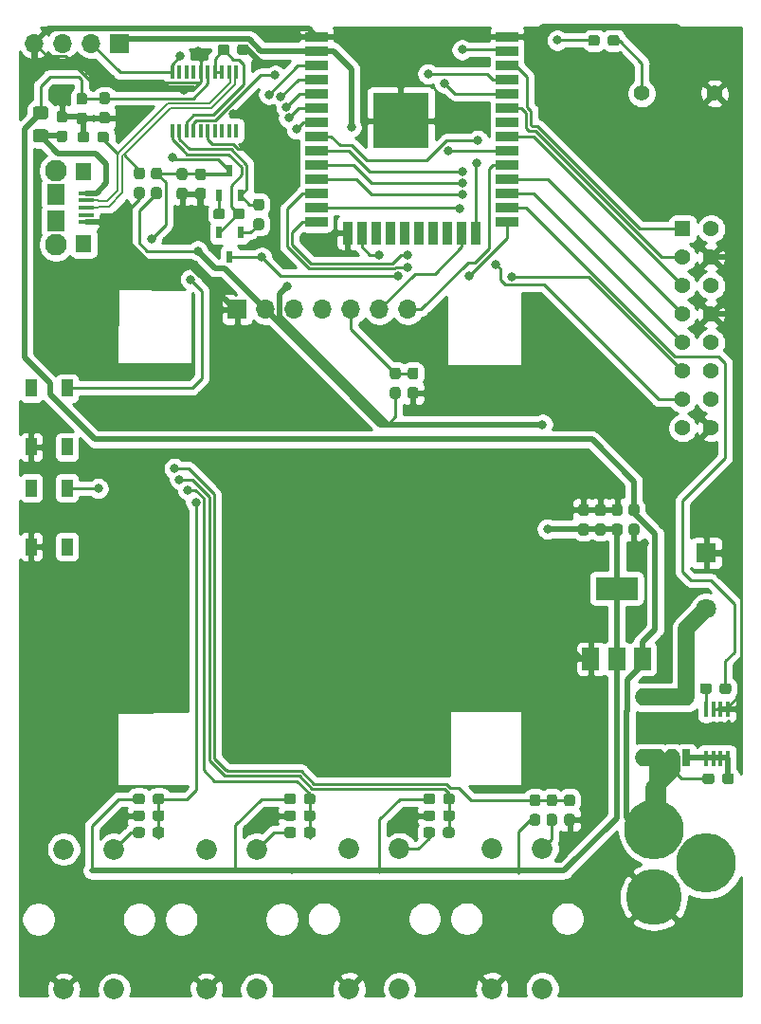
<source format=gtl>
G04 #@! TF.GenerationSoftware,KiCad,Pcbnew,(5.1.10)-1*
G04 #@! TF.CreationDate,2022-02-13T21:23:31+01:00*
G04 #@! TF.ProjectId,LITOS_v3,4c49544f-535f-4763-932e-6b696361645f,rev?*
G04 #@! TF.SameCoordinates,Original*
G04 #@! TF.FileFunction,Copper,L1,Top*
G04 #@! TF.FilePolarity,Positive*
%FSLAX46Y46*%
G04 Gerber Fmt 4.6, Leading zero omitted, Abs format (unit mm)*
G04 Created by KiCad (PCBNEW (5.1.10)-1) date 2022-02-13 21:23:31*
%MOMM*%
%LPD*%
G01*
G04 APERTURE LIST*
G04 #@! TA.AperFunction,SMDPad,CuDef*
%ADD10R,2.000000X0.900000*%
G04 #@! TD*
G04 #@! TA.AperFunction,SMDPad,CuDef*
%ADD11R,0.900000X2.000000*%
G04 #@! TD*
G04 #@! TA.AperFunction,SMDPad,CuDef*
%ADD12R,5.000000X5.000000*%
G04 #@! TD*
G04 #@! TA.AperFunction,ComponentPad*
%ADD13C,1.410000*%
G04 #@! TD*
G04 #@! TA.AperFunction,SMDPad,CuDef*
%ADD14R,1.500000X2.000000*%
G04 #@! TD*
G04 #@! TA.AperFunction,SMDPad,CuDef*
%ADD15R,3.800000X2.000000*%
G04 #@! TD*
G04 #@! TA.AperFunction,SMDPad,CuDef*
%ADD16R,0.700000X1.525000*%
G04 #@! TD*
G04 #@! TA.AperFunction,SMDPad,CuDef*
%ADD17R,1.400000X1.600000*%
G04 #@! TD*
G04 #@! TA.AperFunction,SMDPad,CuDef*
%ADD18R,1.600000X1.900000*%
G04 #@! TD*
G04 #@! TA.AperFunction,ComponentPad*
%ADD19C,1.950000*%
G04 #@! TD*
G04 #@! TA.AperFunction,SMDPad,CuDef*
%ADD20R,1.350000X0.400000*%
G04 #@! TD*
G04 #@! TA.AperFunction,SMDPad,CuDef*
%ADD21R,1.000000X1.550000*%
G04 #@! TD*
G04 #@! TA.AperFunction,ComponentPad*
%ADD22C,5.300000*%
G04 #@! TD*
G04 #@! TA.AperFunction,ComponentPad*
%ADD23C,5.000000*%
G04 #@! TD*
G04 #@! TA.AperFunction,ComponentPad*
%ADD24O,1.700000X1.700000*%
G04 #@! TD*
G04 #@! TA.AperFunction,ComponentPad*
%ADD25R,1.700000X1.700000*%
G04 #@! TD*
G04 #@! TA.AperFunction,SMDPad,CuDef*
%ADD26R,0.600000X1.100000*%
G04 #@! TD*
G04 #@! TA.AperFunction,SMDPad,CuDef*
%ADD27R,0.400000X1.200000*%
G04 #@! TD*
G04 #@! TA.AperFunction,SMDPad,CuDef*
%ADD28R,0.450000X1.425000*%
G04 #@! TD*
G04 #@! TA.AperFunction,ComponentPad*
%ADD29C,1.850000*%
G04 #@! TD*
G04 #@! TA.AperFunction,ComponentPad*
%ADD30R,1.425000X1.425000*%
G04 #@! TD*
G04 #@! TA.AperFunction,ComponentPad*
%ADD31C,1.425000*%
G04 #@! TD*
G04 #@! TA.AperFunction,ComponentPad*
%ADD32R,1.800000X1.800000*%
G04 #@! TD*
G04 #@! TA.AperFunction,ComponentPad*
%ADD33C,1.800000*%
G04 #@! TD*
G04 #@! TA.AperFunction,ViaPad*
%ADD34C,0.800000*%
G04 #@! TD*
G04 #@! TA.AperFunction,Conductor*
%ADD35C,0.250000*%
G04 #@! TD*
G04 #@! TA.AperFunction,Conductor*
%ADD36C,0.500000*%
G04 #@! TD*
G04 #@! TA.AperFunction,Conductor*
%ADD37C,1.500000*%
G04 #@! TD*
G04 #@! TA.AperFunction,Conductor*
%ADD38C,0.200000*%
G04 #@! TD*
G04 #@! TA.AperFunction,Conductor*
%ADD39C,0.254000*%
G04 #@! TD*
G04 #@! TA.AperFunction,Conductor*
%ADD40C,0.100000*%
G04 #@! TD*
G04 APERTURE END LIST*
G04 #@! TA.AperFunction,SMDPad,CuDef*
G36*
G01*
X68128000Y-64184500D02*
X67653000Y-64184500D01*
G75*
G02*
X67415500Y-63947000I0J237500D01*
G01*
X67415500Y-63372000D01*
G75*
G02*
X67653000Y-63134500I237500J0D01*
G01*
X68128000Y-63134500D01*
G75*
G02*
X68365500Y-63372000I0J-237500D01*
G01*
X68365500Y-63947000D01*
G75*
G02*
X68128000Y-64184500I-237500J0D01*
G01*
G37*
G04 #@! TD.AperFunction*
G04 #@! TA.AperFunction,SMDPad,CuDef*
G36*
G01*
X68128000Y-65934500D02*
X67653000Y-65934500D01*
G75*
G02*
X67415500Y-65697000I0J237500D01*
G01*
X67415500Y-65122000D01*
G75*
G02*
X67653000Y-64884500I237500J0D01*
G01*
X68128000Y-64884500D01*
G75*
G02*
X68365500Y-65122000I0J-237500D01*
G01*
X68365500Y-65697000D01*
G75*
G02*
X68128000Y-65934500I-237500J0D01*
G01*
G37*
G04 #@! TD.AperFunction*
D10*
X99200000Y-51445000D03*
X99200000Y-52715000D03*
X99200000Y-53985000D03*
X99200000Y-55255000D03*
X99200000Y-56525000D03*
X99200000Y-57795000D03*
X99200000Y-59065000D03*
X99200000Y-60335000D03*
X99200000Y-61605000D03*
X99200000Y-62875000D03*
X99200000Y-64145000D03*
X99200000Y-65415000D03*
X99200000Y-66685000D03*
X99200000Y-67955000D03*
D11*
X96415000Y-68955000D03*
X95145000Y-68955000D03*
X93875000Y-68955000D03*
X92605000Y-68955000D03*
X91335000Y-68955000D03*
X90065000Y-68955000D03*
X88795000Y-68955000D03*
X87525000Y-68955000D03*
X86255000Y-68955000D03*
X84985000Y-68955000D03*
D10*
X82200000Y-67955000D03*
X82200000Y-66685000D03*
X82200000Y-65415000D03*
X82200000Y-64145000D03*
X82200000Y-62875000D03*
X82200000Y-61605000D03*
X82200000Y-60335000D03*
X82200000Y-59065000D03*
X82200000Y-57795000D03*
X82200000Y-56525000D03*
X82200000Y-55255000D03*
X82200000Y-53985000D03*
X82200000Y-52715000D03*
X82200000Y-51445000D03*
D12*
X89700000Y-58945000D03*
D13*
X117750000Y-56500000D03*
X111250000Y-56500000D03*
D14*
X106700000Y-107000000D03*
X111300000Y-107000000D03*
X109000000Y-107000000D03*
D15*
X109000000Y-100700000D03*
D16*
X111425000Y-110413000D03*
X112695000Y-110413000D03*
X113965000Y-110413000D03*
X115235000Y-110413000D03*
X115235000Y-115837000D03*
X113965000Y-115837000D03*
X112695000Y-115837000D03*
X111425000Y-115837000D03*
D17*
X61375500Y-69900000D03*
D18*
X58925500Y-67900000D03*
X58925500Y-65500000D03*
D17*
X61375500Y-63500000D03*
D19*
X58925500Y-70000000D03*
X58925500Y-63400000D03*
D20*
X61600500Y-68000000D03*
X61600500Y-67350000D03*
X61600500Y-66700000D03*
X61600500Y-66050000D03*
X61600500Y-65400000D03*
D21*
X56700000Y-82825000D03*
X56700000Y-88075000D03*
X59900000Y-88075000D03*
X59900000Y-82825000D03*
X59900000Y-96975000D03*
X59900000Y-91725000D03*
X56700000Y-91725000D03*
X56700000Y-96975000D03*
D22*
X117030000Y-125250000D03*
D23*
X112330000Y-128250000D03*
D22*
X112330000Y-122250000D03*
D24*
X56968500Y-52025000D03*
X59508500Y-52025000D03*
X62048500Y-52025000D03*
D25*
X64588500Y-52025000D03*
D26*
X74431000Y-63434500D03*
X75381000Y-65634500D03*
X73481000Y-65634500D03*
X74428500Y-71116000D03*
X73478500Y-68916000D03*
X75378500Y-68916000D03*
D27*
X69287500Y-54632000D03*
X69922500Y-54632000D03*
X70557500Y-54632000D03*
X71192500Y-54632000D03*
X71827500Y-54632000D03*
X72462500Y-54632000D03*
X73097500Y-54632000D03*
X73732500Y-54632000D03*
X74367500Y-54632000D03*
X75002500Y-54632000D03*
X75002500Y-59832000D03*
X74367500Y-59832000D03*
X73732500Y-59832000D03*
X73097500Y-59832000D03*
X72462500Y-59832000D03*
X71827500Y-59832000D03*
X71192500Y-59832000D03*
X70557500Y-59832000D03*
X69922500Y-59832000D03*
X69287500Y-59832000D03*
G04 #@! TA.AperFunction,SMDPad,CuDef*
G36*
G01*
X110312500Y-94925000D02*
X110787500Y-94925000D01*
G75*
G02*
X111025000Y-95162500I0J-237500D01*
G01*
X111025000Y-95737500D01*
G75*
G02*
X110787500Y-95975000I-237500J0D01*
G01*
X110312500Y-95975000D01*
G75*
G02*
X110075000Y-95737500I0J237500D01*
G01*
X110075000Y-95162500D01*
G75*
G02*
X110312500Y-94925000I237500J0D01*
G01*
G37*
G04 #@! TD.AperFunction*
G04 #@! TA.AperFunction,SMDPad,CuDef*
G36*
G01*
X110312500Y-93175000D02*
X110787500Y-93175000D01*
G75*
G02*
X111025000Y-93412500I0J-237500D01*
G01*
X111025000Y-93987500D01*
G75*
G02*
X110787500Y-94225000I-237500J0D01*
G01*
X110312500Y-94225000D01*
G75*
G02*
X110075000Y-93987500I0J237500D01*
G01*
X110075000Y-93412500D01*
G75*
G02*
X110312500Y-93175000I237500J0D01*
G01*
G37*
G04 #@! TD.AperFunction*
G04 #@! TA.AperFunction,SMDPad,CuDef*
G36*
G01*
X67550000Y-121237500D02*
X67550000Y-120762500D01*
G75*
G02*
X67787500Y-120525000I237500J0D01*
G01*
X68362500Y-120525000D01*
G75*
G02*
X68600000Y-120762500I0J-237500D01*
G01*
X68600000Y-121237500D01*
G75*
G02*
X68362500Y-121475000I-237500J0D01*
G01*
X67787500Y-121475000D01*
G75*
G02*
X67550000Y-121237500I0J237500D01*
G01*
G37*
G04 #@! TD.AperFunction*
G04 #@! TA.AperFunction,SMDPad,CuDef*
G36*
G01*
X65800000Y-121237500D02*
X65800000Y-120762500D01*
G75*
G02*
X66037500Y-120525000I237500J0D01*
G01*
X66612500Y-120525000D01*
G75*
G02*
X66850000Y-120762500I0J-237500D01*
G01*
X66850000Y-121237500D01*
G75*
G02*
X66612500Y-121475000I-237500J0D01*
G01*
X66037500Y-121475000D01*
G75*
G02*
X65800000Y-121237500I0J237500D01*
G01*
G37*
G04 #@! TD.AperFunction*
G04 #@! TA.AperFunction,SMDPad,CuDef*
G36*
G01*
X109287500Y-94225000D02*
X108812500Y-94225000D01*
G75*
G02*
X108575000Y-93987500I0J237500D01*
G01*
X108575000Y-93412500D01*
G75*
G02*
X108812500Y-93175000I237500J0D01*
G01*
X109287500Y-93175000D01*
G75*
G02*
X109525000Y-93412500I0J-237500D01*
G01*
X109525000Y-93987500D01*
G75*
G02*
X109287500Y-94225000I-237500J0D01*
G01*
G37*
G04 #@! TD.AperFunction*
G04 #@! TA.AperFunction,SMDPad,CuDef*
G36*
G01*
X109287500Y-95975000D02*
X108812500Y-95975000D01*
G75*
G02*
X108575000Y-95737500I0J237500D01*
G01*
X108575000Y-95162500D01*
G75*
G02*
X108812500Y-94925000I237500J0D01*
G01*
X109287500Y-94925000D01*
G75*
G02*
X109525000Y-95162500I0J-237500D01*
G01*
X109525000Y-95737500D01*
G75*
G02*
X109287500Y-95975000I-237500J0D01*
G01*
G37*
G04 #@! TD.AperFunction*
G04 #@! TA.AperFunction,SMDPad,CuDef*
G36*
G01*
X59682500Y-59118500D02*
X59207500Y-59118500D01*
G75*
G02*
X58970000Y-58881000I0J237500D01*
G01*
X58970000Y-58306000D01*
G75*
G02*
X59207500Y-58068500I237500J0D01*
G01*
X59682500Y-58068500D01*
G75*
G02*
X59920000Y-58306000I0J-237500D01*
G01*
X59920000Y-58881000D01*
G75*
G02*
X59682500Y-59118500I-237500J0D01*
G01*
G37*
G04 #@! TD.AperFunction*
G04 #@! TA.AperFunction,SMDPad,CuDef*
G36*
G01*
X59682500Y-60868500D02*
X59207500Y-60868500D01*
G75*
G02*
X58970000Y-60631000I0J237500D01*
G01*
X58970000Y-60056000D01*
G75*
G02*
X59207500Y-59818500I237500J0D01*
G01*
X59682500Y-59818500D01*
G75*
G02*
X59920000Y-60056000I0J-237500D01*
G01*
X59920000Y-60631000D01*
G75*
G02*
X59682500Y-60868500I-237500J0D01*
G01*
G37*
G04 #@! TD.AperFunction*
G04 #@! TA.AperFunction,SMDPad,CuDef*
G36*
G01*
X66129000Y-64870500D02*
X66604000Y-64870500D01*
G75*
G02*
X66841500Y-65108000I0J-237500D01*
G01*
X66841500Y-65683000D01*
G75*
G02*
X66604000Y-65920500I-237500J0D01*
G01*
X66129000Y-65920500D01*
G75*
G02*
X65891500Y-65683000I0J237500D01*
G01*
X65891500Y-65108000D01*
G75*
G02*
X66129000Y-64870500I237500J0D01*
G01*
G37*
G04 #@! TD.AperFunction*
G04 #@! TA.AperFunction,SMDPad,CuDef*
G36*
G01*
X66129000Y-63120500D02*
X66604000Y-63120500D01*
G75*
G02*
X66841500Y-63358000I0J-237500D01*
G01*
X66841500Y-63933000D01*
G75*
G02*
X66604000Y-64170500I-237500J0D01*
G01*
X66129000Y-64170500D01*
G75*
G02*
X65891500Y-63933000I0J237500D01*
G01*
X65891500Y-63358000D01*
G75*
G02*
X66129000Y-63120500I237500J0D01*
G01*
G37*
G04 #@! TD.AperFunction*
G04 #@! TA.AperFunction,SMDPad,CuDef*
G36*
G01*
X63492500Y-57453500D02*
X63017500Y-57453500D01*
G75*
G02*
X62780000Y-57216000I0J237500D01*
G01*
X62780000Y-56641000D01*
G75*
G02*
X63017500Y-56403500I237500J0D01*
G01*
X63492500Y-56403500D01*
G75*
G02*
X63730000Y-56641000I0J-237500D01*
G01*
X63730000Y-57216000D01*
G75*
G02*
X63492500Y-57453500I-237500J0D01*
G01*
G37*
G04 #@! TD.AperFunction*
G04 #@! TA.AperFunction,SMDPad,CuDef*
G36*
G01*
X63492500Y-59203500D02*
X63017500Y-59203500D01*
G75*
G02*
X62780000Y-58966000I0J237500D01*
G01*
X62780000Y-58391000D01*
G75*
G02*
X63017500Y-58153500I237500J0D01*
G01*
X63492500Y-58153500D01*
G75*
G02*
X63730000Y-58391000I0J-237500D01*
G01*
X63730000Y-58966000D01*
G75*
G02*
X63492500Y-59203500I-237500J0D01*
G01*
G37*
G04 #@! TD.AperFunction*
G04 #@! TA.AperFunction,SMDPad,CuDef*
G36*
G01*
X61903000Y-60169500D02*
X61903000Y-60644500D01*
G75*
G02*
X61665500Y-60882000I-237500J0D01*
G01*
X61090500Y-60882000D01*
G75*
G02*
X60853000Y-60644500I0J237500D01*
G01*
X60853000Y-60169500D01*
G75*
G02*
X61090500Y-59932000I237500J0D01*
G01*
X61665500Y-59932000D01*
G75*
G02*
X61903000Y-60169500I0J-237500D01*
G01*
G37*
G04 #@! TD.AperFunction*
G04 #@! TA.AperFunction,SMDPad,CuDef*
G36*
G01*
X63653000Y-60169500D02*
X63653000Y-60644500D01*
G75*
G02*
X63415500Y-60882000I-237500J0D01*
G01*
X62840500Y-60882000D01*
G75*
G02*
X62603000Y-60644500I0J237500D01*
G01*
X62603000Y-60169500D01*
G75*
G02*
X62840500Y-59932000I237500J0D01*
G01*
X63415500Y-59932000D01*
G75*
G02*
X63653000Y-60169500I0J-237500D01*
G01*
G37*
G04 #@! TD.AperFunction*
G04 #@! TA.AperFunction,SMDPad,CuDef*
G36*
G01*
X81050000Y-121237500D02*
X81050000Y-120762500D01*
G75*
G02*
X81287500Y-120525000I237500J0D01*
G01*
X81862500Y-120525000D01*
G75*
G02*
X82100000Y-120762500I0J-237500D01*
G01*
X82100000Y-121237500D01*
G75*
G02*
X81862500Y-121475000I-237500J0D01*
G01*
X81287500Y-121475000D01*
G75*
G02*
X81050000Y-121237500I0J237500D01*
G01*
G37*
G04 #@! TD.AperFunction*
G04 #@! TA.AperFunction,SMDPad,CuDef*
G36*
G01*
X79300000Y-121237500D02*
X79300000Y-120762500D01*
G75*
G02*
X79537500Y-120525000I237500J0D01*
G01*
X80112500Y-120525000D01*
G75*
G02*
X80350000Y-120762500I0J-237500D01*
G01*
X80350000Y-121237500D01*
G75*
G02*
X80112500Y-121475000I-237500J0D01*
G01*
X79537500Y-121475000D01*
G75*
G02*
X79300000Y-121237500I0J237500D01*
G01*
G37*
G04 #@! TD.AperFunction*
G04 #@! TA.AperFunction,SMDPad,CuDef*
G36*
G01*
X71590000Y-64948000D02*
X72065000Y-64948000D01*
G75*
G02*
X72302500Y-65185500I0J-237500D01*
G01*
X72302500Y-65760500D01*
G75*
G02*
X72065000Y-65998000I-237500J0D01*
G01*
X71590000Y-65998000D01*
G75*
G02*
X71352500Y-65760500I0J237500D01*
G01*
X71352500Y-65185500D01*
G75*
G02*
X71590000Y-64948000I237500J0D01*
G01*
G37*
G04 #@! TD.AperFunction*
G04 #@! TA.AperFunction,SMDPad,CuDef*
G36*
G01*
X71590000Y-63198000D02*
X72065000Y-63198000D01*
G75*
G02*
X72302500Y-63435500I0J-237500D01*
G01*
X72302500Y-64010500D01*
G75*
G02*
X72065000Y-64248000I-237500J0D01*
G01*
X71590000Y-64248000D01*
G75*
G02*
X71352500Y-64010500I0J237500D01*
G01*
X71352500Y-63435500D01*
G75*
G02*
X71590000Y-63198000I237500J0D01*
G01*
G37*
G04 #@! TD.AperFunction*
G04 #@! TA.AperFunction,SMDPad,CuDef*
G36*
G01*
X60985500Y-58217000D02*
X61460500Y-58217000D01*
G75*
G02*
X61698000Y-58454500I0J-237500D01*
G01*
X61698000Y-59029500D01*
G75*
G02*
X61460500Y-59267000I-237500J0D01*
G01*
X60985500Y-59267000D01*
G75*
G02*
X60748000Y-59029500I0J237500D01*
G01*
X60748000Y-58454500D01*
G75*
G02*
X60985500Y-58217000I237500J0D01*
G01*
G37*
G04 #@! TD.AperFunction*
G04 #@! TA.AperFunction,SMDPad,CuDef*
G36*
G01*
X60985500Y-56467000D02*
X61460500Y-56467000D01*
G75*
G02*
X61698000Y-56704500I0J-237500D01*
G01*
X61698000Y-57279500D01*
G75*
G02*
X61460500Y-57517000I-237500J0D01*
G01*
X60985500Y-57517000D01*
G75*
G02*
X60748000Y-57279500I0J237500D01*
G01*
X60748000Y-56704500D01*
G75*
G02*
X60985500Y-56467000I237500J0D01*
G01*
G37*
G04 #@! TD.AperFunction*
G04 #@! TA.AperFunction,SMDPad,CuDef*
G36*
G01*
X75098500Y-52834000D02*
X75098500Y-52359000D01*
G75*
G02*
X75336000Y-52121500I237500J0D01*
G01*
X75911000Y-52121500D01*
G75*
G02*
X76148500Y-52359000I0J-237500D01*
G01*
X76148500Y-52834000D01*
G75*
G02*
X75911000Y-53071500I-237500J0D01*
G01*
X75336000Y-53071500D01*
G75*
G02*
X75098500Y-52834000I0J237500D01*
G01*
G37*
G04 #@! TD.AperFunction*
G04 #@! TA.AperFunction,SMDPad,CuDef*
G36*
G01*
X73348500Y-52834000D02*
X73348500Y-52359000D01*
G75*
G02*
X73586000Y-52121500I237500J0D01*
G01*
X74161000Y-52121500D01*
G75*
G02*
X74398500Y-52359000I0J-237500D01*
G01*
X74398500Y-52834000D01*
G75*
G02*
X74161000Y-53071500I-237500J0D01*
G01*
X73586000Y-53071500D01*
G75*
G02*
X73348500Y-52834000I0J237500D01*
G01*
G37*
G04 #@! TD.AperFunction*
G04 #@! TA.AperFunction,SMDPad,CuDef*
G36*
G01*
X93500000Y-121237500D02*
X93500000Y-120762500D01*
G75*
G02*
X93737500Y-120525000I237500J0D01*
G01*
X94312500Y-120525000D01*
G75*
G02*
X94550000Y-120762500I0J-237500D01*
G01*
X94550000Y-121237500D01*
G75*
G02*
X94312500Y-121475000I-237500J0D01*
G01*
X93737500Y-121475000D01*
G75*
G02*
X93500000Y-121237500I0J237500D01*
G01*
G37*
G04 #@! TD.AperFunction*
G04 #@! TA.AperFunction,SMDPad,CuDef*
G36*
G01*
X91750000Y-121237500D02*
X91750000Y-120762500D01*
G75*
G02*
X91987500Y-120525000I237500J0D01*
G01*
X92562500Y-120525000D01*
G75*
G02*
X92800000Y-120762500I0J-237500D01*
G01*
X92800000Y-121237500D01*
G75*
G02*
X92562500Y-121475000I-237500J0D01*
G01*
X91987500Y-121475000D01*
G75*
G02*
X91750000Y-121237500I0J237500D01*
G01*
G37*
G04 #@! TD.AperFunction*
G04 #@! TA.AperFunction,SMDPad,CuDef*
G36*
G01*
X105037500Y-120150000D02*
X104562500Y-120150000D01*
G75*
G02*
X104325000Y-119912500I0J237500D01*
G01*
X104325000Y-119337500D01*
G75*
G02*
X104562500Y-119100000I237500J0D01*
G01*
X105037500Y-119100000D01*
G75*
G02*
X105275000Y-119337500I0J-237500D01*
G01*
X105275000Y-119912500D01*
G75*
G02*
X105037500Y-120150000I-237500J0D01*
G01*
G37*
G04 #@! TD.AperFunction*
G04 #@! TA.AperFunction,SMDPad,CuDef*
G36*
G01*
X105037500Y-121900000D02*
X104562500Y-121900000D01*
G75*
G02*
X104325000Y-121662500I0J237500D01*
G01*
X104325000Y-121087500D01*
G75*
G02*
X104562500Y-120850000I237500J0D01*
G01*
X105037500Y-120850000D01*
G75*
G02*
X105275000Y-121087500I0J-237500D01*
G01*
X105275000Y-121662500D01*
G75*
G02*
X105037500Y-121900000I-237500J0D01*
G01*
G37*
G04 #@! TD.AperFunction*
G04 #@! TA.AperFunction,SMDPad,CuDef*
G36*
G01*
X69939000Y-64934000D02*
X70414000Y-64934000D01*
G75*
G02*
X70651500Y-65171500I0J-237500D01*
G01*
X70651500Y-65746500D01*
G75*
G02*
X70414000Y-65984000I-237500J0D01*
G01*
X69939000Y-65984000D01*
G75*
G02*
X69701500Y-65746500I0J237500D01*
G01*
X69701500Y-65171500D01*
G75*
G02*
X69939000Y-64934000I237500J0D01*
G01*
G37*
G04 #@! TD.AperFunction*
G04 #@! TA.AperFunction,SMDPad,CuDef*
G36*
G01*
X69939000Y-63184000D02*
X70414000Y-63184000D01*
G75*
G02*
X70651500Y-63421500I0J-237500D01*
G01*
X70651500Y-63996500D01*
G75*
G02*
X70414000Y-64234000I-237500J0D01*
G01*
X69939000Y-64234000D01*
G75*
G02*
X69701500Y-63996500I0J237500D01*
G01*
X69701500Y-63421500D01*
G75*
G02*
X69939000Y-63184000I237500J0D01*
G01*
G37*
G04 #@! TD.AperFunction*
G04 #@! TA.AperFunction,SMDPad,CuDef*
G36*
G01*
X90576500Y-82728000D02*
X91051500Y-82728000D01*
G75*
G02*
X91289000Y-82965500I0J-237500D01*
G01*
X91289000Y-83540500D01*
G75*
G02*
X91051500Y-83778000I-237500J0D01*
G01*
X90576500Y-83778000D01*
G75*
G02*
X90339000Y-83540500I0J237500D01*
G01*
X90339000Y-82965500D01*
G75*
G02*
X90576500Y-82728000I237500J0D01*
G01*
G37*
G04 #@! TD.AperFunction*
G04 #@! TA.AperFunction,SMDPad,CuDef*
G36*
G01*
X90576500Y-80978000D02*
X91051500Y-80978000D01*
G75*
G02*
X91289000Y-81215500I0J-237500D01*
G01*
X91289000Y-81790500D01*
G75*
G02*
X91051500Y-82028000I-237500J0D01*
G01*
X90576500Y-82028000D01*
G75*
G02*
X90339000Y-81790500I0J237500D01*
G01*
X90339000Y-81215500D01*
G75*
G02*
X90576500Y-80978000I237500J0D01*
G01*
G37*
G04 #@! TD.AperFunction*
G04 #@! TA.AperFunction,SMDPad,CuDef*
G36*
G01*
X107312500Y-94925000D02*
X107787500Y-94925000D01*
G75*
G02*
X108025000Y-95162500I0J-237500D01*
G01*
X108025000Y-95737500D01*
G75*
G02*
X107787500Y-95975000I-237500J0D01*
G01*
X107312500Y-95975000D01*
G75*
G02*
X107075000Y-95737500I0J237500D01*
G01*
X107075000Y-95162500D01*
G75*
G02*
X107312500Y-94925000I237500J0D01*
G01*
G37*
G04 #@! TD.AperFunction*
G04 #@! TA.AperFunction,SMDPad,CuDef*
G36*
G01*
X107312500Y-93175000D02*
X107787500Y-93175000D01*
G75*
G02*
X108025000Y-93412500I0J-237500D01*
G01*
X108025000Y-93987500D01*
G75*
G02*
X107787500Y-94225000I-237500J0D01*
G01*
X107312500Y-94225000D01*
G75*
G02*
X107075000Y-93987500I0J237500D01*
G01*
X107075000Y-93412500D01*
G75*
G02*
X107312500Y-93175000I237500J0D01*
G01*
G37*
G04 #@! TD.AperFunction*
G04 #@! TA.AperFunction,SMDPad,CuDef*
G36*
G01*
X105812500Y-94925000D02*
X106287500Y-94925000D01*
G75*
G02*
X106525000Y-95162500I0J-237500D01*
G01*
X106525000Y-95737500D01*
G75*
G02*
X106287500Y-95975000I-237500J0D01*
G01*
X105812500Y-95975000D01*
G75*
G02*
X105575000Y-95737500I0J237500D01*
G01*
X105575000Y-95162500D01*
G75*
G02*
X105812500Y-94925000I237500J0D01*
G01*
G37*
G04 #@! TD.AperFunction*
G04 #@! TA.AperFunction,SMDPad,CuDef*
G36*
G01*
X105812500Y-93175000D02*
X106287500Y-93175000D01*
G75*
G02*
X106525000Y-93412500I0J-237500D01*
G01*
X106525000Y-93987500D01*
G75*
G02*
X106287500Y-94225000I-237500J0D01*
G01*
X105812500Y-94225000D01*
G75*
G02*
X105575000Y-93987500I0J237500D01*
G01*
X105575000Y-93412500D01*
G75*
G02*
X105812500Y-93175000I237500J0D01*
G01*
G37*
G04 #@! TD.AperFunction*
G04 #@! TA.AperFunction,SMDPad,CuDef*
G36*
G01*
X57089999Y-59714000D02*
X57990001Y-59714000D01*
G75*
G02*
X58240000Y-59963999I0J-249999D01*
G01*
X58240000Y-60614001D01*
G75*
G02*
X57990001Y-60864000I-249999J0D01*
G01*
X57089999Y-60864000D01*
G75*
G02*
X56840000Y-60614001I0J249999D01*
G01*
X56840000Y-59963999D01*
G75*
G02*
X57089999Y-59714000I249999J0D01*
G01*
G37*
G04 #@! TD.AperFunction*
G04 #@! TA.AperFunction,SMDPad,CuDef*
G36*
G01*
X57089999Y-57664000D02*
X57990001Y-57664000D01*
G75*
G02*
X58240000Y-57913999I0J-249999D01*
G01*
X58240000Y-58564001D01*
G75*
G02*
X57990001Y-58814000I-249999J0D01*
G01*
X57089999Y-58814000D01*
G75*
G02*
X56840000Y-58564001I0J249999D01*
G01*
X56840000Y-57913999D01*
G75*
G02*
X57089999Y-57664000I249999J0D01*
G01*
G37*
G04 #@! TD.AperFunction*
D28*
X118930000Y-115887000D03*
X118280000Y-115887000D03*
X117630000Y-115887000D03*
X116980000Y-115887000D03*
X116980000Y-111463000D03*
X117630000Y-111463000D03*
X118280000Y-111463000D03*
X118930000Y-111463000D03*
G04 #@! TA.AperFunction,SMDPad,CuDef*
G36*
G01*
X108200000Y-52012500D02*
X108200000Y-51537500D01*
G75*
G02*
X108437500Y-51300000I237500J0D01*
G01*
X109012500Y-51300000D01*
G75*
G02*
X109250000Y-51537500I0J-237500D01*
G01*
X109250000Y-52012500D01*
G75*
G02*
X109012500Y-52250000I-237500J0D01*
G01*
X108437500Y-52250000D01*
G75*
G02*
X108200000Y-52012500I0J237500D01*
G01*
G37*
G04 #@! TD.AperFunction*
G04 #@! TA.AperFunction,SMDPad,CuDef*
G36*
G01*
X106450000Y-52012500D02*
X106450000Y-51537500D01*
G75*
G02*
X106687500Y-51300000I237500J0D01*
G01*
X107262500Y-51300000D01*
G75*
G02*
X107500000Y-51537500I0J-237500D01*
G01*
X107500000Y-52012500D01*
G75*
G02*
X107262500Y-52250000I-237500J0D01*
G01*
X106687500Y-52250000D01*
G75*
G02*
X106450000Y-52012500I0J237500D01*
G01*
G37*
G04 #@! TD.AperFunction*
G04 #@! TA.AperFunction,SMDPad,CuDef*
G36*
G01*
X89464000Y-82028000D02*
X88989000Y-82028000D01*
G75*
G02*
X88751500Y-81790500I0J237500D01*
G01*
X88751500Y-81215500D01*
G75*
G02*
X88989000Y-80978000I237500J0D01*
G01*
X89464000Y-80978000D01*
G75*
G02*
X89701500Y-81215500I0J-237500D01*
G01*
X89701500Y-81790500D01*
G75*
G02*
X89464000Y-82028000I-237500J0D01*
G01*
G37*
G04 #@! TD.AperFunction*
G04 #@! TA.AperFunction,SMDPad,CuDef*
G36*
G01*
X89464000Y-83778000D02*
X88989000Y-83778000D01*
G75*
G02*
X88751500Y-83540500I0J237500D01*
G01*
X88751500Y-82965500D01*
G75*
G02*
X88989000Y-82728000I237500J0D01*
G01*
X89464000Y-82728000D01*
G75*
G02*
X89701500Y-82965500I0J-237500D01*
G01*
X89701500Y-83540500D01*
G75*
G02*
X89464000Y-83778000I-237500J0D01*
G01*
G37*
G04 #@! TD.AperFunction*
G04 #@! TA.AperFunction,SMDPad,CuDef*
G36*
G01*
X66850000Y-122262500D02*
X66850000Y-122737500D01*
G75*
G02*
X66612500Y-122975000I-237500J0D01*
G01*
X66037500Y-122975000D01*
G75*
G02*
X65800000Y-122737500I0J237500D01*
G01*
X65800000Y-122262500D01*
G75*
G02*
X66037500Y-122025000I237500J0D01*
G01*
X66612500Y-122025000D01*
G75*
G02*
X66850000Y-122262500I0J-237500D01*
G01*
G37*
G04 #@! TD.AperFunction*
G04 #@! TA.AperFunction,SMDPad,CuDef*
G36*
G01*
X68600000Y-122262500D02*
X68600000Y-122737500D01*
G75*
G02*
X68362500Y-122975000I-237500J0D01*
G01*
X67787500Y-122975000D01*
G75*
G02*
X67550000Y-122737500I0J237500D01*
G01*
X67550000Y-122262500D01*
G75*
G02*
X67787500Y-122025000I237500J0D01*
G01*
X68362500Y-122025000D01*
G75*
G02*
X68600000Y-122262500I0J-237500D01*
G01*
G37*
G04 #@! TD.AperFunction*
G04 #@! TA.AperFunction,SMDPad,CuDef*
G36*
G01*
X67550000Y-119737500D02*
X67550000Y-119262500D01*
G75*
G02*
X67787500Y-119025000I237500J0D01*
G01*
X68362500Y-119025000D01*
G75*
G02*
X68600000Y-119262500I0J-237500D01*
G01*
X68600000Y-119737500D01*
G75*
G02*
X68362500Y-119975000I-237500J0D01*
G01*
X67787500Y-119975000D01*
G75*
G02*
X67550000Y-119737500I0J237500D01*
G01*
G37*
G04 #@! TD.AperFunction*
G04 #@! TA.AperFunction,SMDPad,CuDef*
G36*
G01*
X65800000Y-119737500D02*
X65800000Y-119262500D01*
G75*
G02*
X66037500Y-119025000I237500J0D01*
G01*
X66612500Y-119025000D01*
G75*
G02*
X66850000Y-119262500I0J-237500D01*
G01*
X66850000Y-119737500D01*
G75*
G02*
X66612500Y-119975000I-237500J0D01*
G01*
X66037500Y-119975000D01*
G75*
G02*
X65800000Y-119737500I0J237500D01*
G01*
G37*
G04 #@! TD.AperFunction*
G04 #@! TA.AperFunction,SMDPad,CuDef*
G36*
G01*
X80350000Y-122262500D02*
X80350000Y-122737500D01*
G75*
G02*
X80112500Y-122975000I-237500J0D01*
G01*
X79537500Y-122975000D01*
G75*
G02*
X79300000Y-122737500I0J237500D01*
G01*
X79300000Y-122262500D01*
G75*
G02*
X79537500Y-122025000I237500J0D01*
G01*
X80112500Y-122025000D01*
G75*
G02*
X80350000Y-122262500I0J-237500D01*
G01*
G37*
G04 #@! TD.AperFunction*
G04 #@! TA.AperFunction,SMDPad,CuDef*
G36*
G01*
X82100000Y-122262500D02*
X82100000Y-122737500D01*
G75*
G02*
X81862500Y-122975000I-237500J0D01*
G01*
X81287500Y-122975000D01*
G75*
G02*
X81050000Y-122737500I0J237500D01*
G01*
X81050000Y-122262500D01*
G75*
G02*
X81287500Y-122025000I237500J0D01*
G01*
X81862500Y-122025000D01*
G75*
G02*
X82100000Y-122262500I0J-237500D01*
G01*
G37*
G04 #@! TD.AperFunction*
G04 #@! TA.AperFunction,SMDPad,CuDef*
G36*
G01*
X81050000Y-119737500D02*
X81050000Y-119262500D01*
G75*
G02*
X81287500Y-119025000I237500J0D01*
G01*
X81862500Y-119025000D01*
G75*
G02*
X82100000Y-119262500I0J-237500D01*
G01*
X82100000Y-119737500D01*
G75*
G02*
X81862500Y-119975000I-237500J0D01*
G01*
X81287500Y-119975000D01*
G75*
G02*
X81050000Y-119737500I0J237500D01*
G01*
G37*
G04 #@! TD.AperFunction*
G04 #@! TA.AperFunction,SMDPad,CuDef*
G36*
G01*
X79300000Y-119737500D02*
X79300000Y-119262500D01*
G75*
G02*
X79537500Y-119025000I237500J0D01*
G01*
X80112500Y-119025000D01*
G75*
G02*
X80350000Y-119262500I0J-237500D01*
G01*
X80350000Y-119737500D01*
G75*
G02*
X80112500Y-119975000I-237500J0D01*
G01*
X79537500Y-119975000D01*
G75*
G02*
X79300000Y-119737500I0J237500D01*
G01*
G37*
G04 #@! TD.AperFunction*
G04 #@! TA.AperFunction,SMDPad,CuDef*
G36*
G01*
X92775000Y-122262500D02*
X92775000Y-122737500D01*
G75*
G02*
X92537500Y-122975000I-237500J0D01*
G01*
X91962500Y-122975000D01*
G75*
G02*
X91725000Y-122737500I0J237500D01*
G01*
X91725000Y-122262500D01*
G75*
G02*
X91962500Y-122025000I237500J0D01*
G01*
X92537500Y-122025000D01*
G75*
G02*
X92775000Y-122262500I0J-237500D01*
G01*
G37*
G04 #@! TD.AperFunction*
G04 #@! TA.AperFunction,SMDPad,CuDef*
G36*
G01*
X94525000Y-122262500D02*
X94525000Y-122737500D01*
G75*
G02*
X94287500Y-122975000I-237500J0D01*
G01*
X93712500Y-122975000D01*
G75*
G02*
X93475000Y-122737500I0J237500D01*
G01*
X93475000Y-122262500D01*
G75*
G02*
X93712500Y-122025000I237500J0D01*
G01*
X94287500Y-122025000D01*
G75*
G02*
X94525000Y-122262500I0J-237500D01*
G01*
G37*
G04 #@! TD.AperFunction*
G04 #@! TA.AperFunction,SMDPad,CuDef*
G36*
G01*
X93500000Y-119737500D02*
X93500000Y-119262500D01*
G75*
G02*
X93737500Y-119025000I237500J0D01*
G01*
X94312500Y-119025000D01*
G75*
G02*
X94550000Y-119262500I0J-237500D01*
G01*
X94550000Y-119737500D01*
G75*
G02*
X94312500Y-119975000I-237500J0D01*
G01*
X93737500Y-119975000D01*
G75*
G02*
X93500000Y-119737500I0J237500D01*
G01*
G37*
G04 #@! TD.AperFunction*
G04 #@! TA.AperFunction,SMDPad,CuDef*
G36*
G01*
X91750000Y-119737500D02*
X91750000Y-119262500D01*
G75*
G02*
X91987500Y-119025000I237500J0D01*
G01*
X92562500Y-119025000D01*
G75*
G02*
X92800000Y-119262500I0J-237500D01*
G01*
X92800000Y-119737500D01*
G75*
G02*
X92562500Y-119975000I-237500J0D01*
G01*
X91987500Y-119975000D01*
G75*
G02*
X91750000Y-119737500I0J237500D01*
G01*
G37*
G04 #@! TD.AperFunction*
G04 #@! TA.AperFunction,SMDPad,CuDef*
G36*
G01*
X102962500Y-120850000D02*
X103437500Y-120850000D01*
G75*
G02*
X103675000Y-121087500I0J-237500D01*
G01*
X103675000Y-121662500D01*
G75*
G02*
X103437500Y-121900000I-237500J0D01*
G01*
X102962500Y-121900000D01*
G75*
G02*
X102725000Y-121662500I0J237500D01*
G01*
X102725000Y-121087500D01*
G75*
G02*
X102962500Y-120850000I237500J0D01*
G01*
G37*
G04 #@! TD.AperFunction*
G04 #@! TA.AperFunction,SMDPad,CuDef*
G36*
G01*
X102962500Y-119100000D02*
X103437500Y-119100000D01*
G75*
G02*
X103675000Y-119337500I0J-237500D01*
G01*
X103675000Y-119912500D01*
G75*
G02*
X103437500Y-120150000I-237500J0D01*
G01*
X102962500Y-120150000D01*
G75*
G02*
X102725000Y-119912500I0J237500D01*
G01*
X102725000Y-119337500D01*
G75*
G02*
X102962500Y-119100000I237500J0D01*
G01*
G37*
G04 #@! TD.AperFunction*
G04 #@! TA.AperFunction,SMDPad,CuDef*
G36*
G01*
X101937500Y-120150000D02*
X101462500Y-120150000D01*
G75*
G02*
X101225000Y-119912500I0J237500D01*
G01*
X101225000Y-119337500D01*
G75*
G02*
X101462500Y-119100000I237500J0D01*
G01*
X101937500Y-119100000D01*
G75*
G02*
X102175000Y-119337500I0J-237500D01*
G01*
X102175000Y-119912500D01*
G75*
G02*
X101937500Y-120150000I-237500J0D01*
G01*
G37*
G04 #@! TD.AperFunction*
G04 #@! TA.AperFunction,SMDPad,CuDef*
G36*
G01*
X101937500Y-121900000D02*
X101462500Y-121900000D01*
G75*
G02*
X101225000Y-121662500I0J237500D01*
G01*
X101225000Y-121087500D01*
G75*
G02*
X101462500Y-120850000I237500J0D01*
G01*
X101937500Y-120850000D01*
G75*
G02*
X102175000Y-121087500I0J-237500D01*
G01*
X102175000Y-121662500D01*
G75*
G02*
X101937500Y-121900000I-237500J0D01*
G01*
G37*
G04 #@! TD.AperFunction*
G04 #@! TA.AperFunction,SMDPad,CuDef*
G36*
G01*
X118430000Y-117937500D02*
X118430000Y-117462500D01*
G75*
G02*
X118667500Y-117225000I237500J0D01*
G01*
X119242500Y-117225000D01*
G75*
G02*
X119480000Y-117462500I0J-237500D01*
G01*
X119480000Y-117937500D01*
G75*
G02*
X119242500Y-118175000I-237500J0D01*
G01*
X118667500Y-118175000D01*
G75*
G02*
X118430000Y-117937500I0J237500D01*
G01*
G37*
G04 #@! TD.AperFunction*
G04 #@! TA.AperFunction,SMDPad,CuDef*
G36*
G01*
X116680000Y-117937500D02*
X116680000Y-117462500D01*
G75*
G02*
X116917500Y-117225000I237500J0D01*
G01*
X117492500Y-117225000D01*
G75*
G02*
X117730000Y-117462500I0J-237500D01*
G01*
X117730000Y-117937500D01*
G75*
G02*
X117492500Y-118175000I-237500J0D01*
G01*
X116917500Y-118175000D01*
G75*
G02*
X116680000Y-117937500I0J237500D01*
G01*
G37*
G04 #@! TD.AperFunction*
G04 #@! TA.AperFunction,SMDPad,CuDef*
G36*
G01*
X117500000Y-109412500D02*
X117500000Y-109887500D01*
G75*
G02*
X117262500Y-110125000I-237500J0D01*
G01*
X116687500Y-110125000D01*
G75*
G02*
X116450000Y-109887500I0J237500D01*
G01*
X116450000Y-109412500D01*
G75*
G02*
X116687500Y-109175000I237500J0D01*
G01*
X117262500Y-109175000D01*
G75*
G02*
X117500000Y-109412500I0J-237500D01*
G01*
G37*
G04 #@! TD.AperFunction*
G04 #@! TA.AperFunction,SMDPad,CuDef*
G36*
G01*
X119250000Y-109412500D02*
X119250000Y-109887500D01*
G75*
G02*
X119012500Y-110125000I-237500J0D01*
G01*
X118437500Y-110125000D01*
G75*
G02*
X118200000Y-109887500I0J237500D01*
G01*
X118200000Y-109412500D01*
G75*
G02*
X118437500Y-109175000I237500J0D01*
G01*
X119012500Y-109175000D01*
G75*
G02*
X119250000Y-109412500I0J-237500D01*
G01*
G37*
G04 #@! TD.AperFunction*
G04 #@! TA.AperFunction,SMDPad,CuDef*
G36*
G01*
X74717500Y-67502500D02*
X74717500Y-67027500D01*
G75*
G02*
X74955000Y-66790000I237500J0D01*
G01*
X75530000Y-66790000D01*
G75*
G02*
X75767500Y-67027500I0J-237500D01*
G01*
X75767500Y-67502500D01*
G75*
G02*
X75530000Y-67740000I-237500J0D01*
G01*
X74955000Y-67740000D01*
G75*
G02*
X74717500Y-67502500I0J237500D01*
G01*
G37*
G04 #@! TD.AperFunction*
G04 #@! TA.AperFunction,SMDPad,CuDef*
G36*
G01*
X72967500Y-67502500D02*
X72967500Y-67027500D01*
G75*
G02*
X73205000Y-66790000I237500J0D01*
G01*
X73780000Y-66790000D01*
G75*
G02*
X74017500Y-67027500I0J-237500D01*
G01*
X74017500Y-67502500D01*
G75*
G02*
X73780000Y-67740000I-237500J0D01*
G01*
X73205000Y-67740000D01*
G75*
G02*
X72967500Y-67502500I0J237500D01*
G01*
G37*
G04 #@! TD.AperFunction*
G04 #@! TA.AperFunction,SMDPad,CuDef*
G36*
G01*
X76797000Y-67664500D02*
X77272000Y-67664500D01*
G75*
G02*
X77509500Y-67902000I0J-237500D01*
G01*
X77509500Y-68477000D01*
G75*
G02*
X77272000Y-68714500I-237500J0D01*
G01*
X76797000Y-68714500D01*
G75*
G02*
X76559500Y-68477000I0J237500D01*
G01*
X76559500Y-67902000D01*
G75*
G02*
X76797000Y-67664500I237500J0D01*
G01*
G37*
G04 #@! TD.AperFunction*
G04 #@! TA.AperFunction,SMDPad,CuDef*
G36*
G01*
X76797000Y-65914500D02*
X77272000Y-65914500D01*
G75*
G02*
X77509500Y-66152000I0J-237500D01*
G01*
X77509500Y-66727000D01*
G75*
G02*
X77272000Y-66964500I-237500J0D01*
G01*
X76797000Y-66964500D01*
G75*
G02*
X76559500Y-66727000I0J237500D01*
G01*
X76559500Y-66152000D01*
G75*
G02*
X76797000Y-65914500I237500J0D01*
G01*
G37*
G04 #@! TD.AperFunction*
D29*
X59600000Y-136500000D03*
X59600000Y-124000000D03*
X64100000Y-136500000D03*
X64100000Y-124000000D03*
X72350000Y-136500000D03*
X72350000Y-124000000D03*
X76850000Y-136500000D03*
X76850000Y-124000000D03*
X85100000Y-136450000D03*
X85100000Y-123950000D03*
X89600000Y-136450000D03*
X89600000Y-123950000D03*
X97850000Y-136450000D03*
X97850000Y-123950000D03*
X102350000Y-136450000D03*
X102350000Y-123950000D03*
D25*
X75100000Y-75800000D03*
D24*
X77640000Y-75800000D03*
X80180000Y-75800000D03*
X82720000Y-75800000D03*
X85260000Y-75800000D03*
X87800000Y-75800000D03*
X90340000Y-75800000D03*
D30*
X114900000Y-68600000D03*
D31*
X114900000Y-71140000D03*
X114900000Y-73680000D03*
X114900000Y-76220000D03*
X114900000Y-78760000D03*
X114900000Y-81300000D03*
X114900000Y-83840000D03*
X114900000Y-86380000D03*
X117440000Y-86380000D03*
X117440000Y-83840000D03*
X117440000Y-81300000D03*
X117440000Y-78760000D03*
X117440000Y-76220000D03*
X117440000Y-73680000D03*
X117440000Y-71140000D03*
X117440000Y-68600000D03*
D32*
X117000000Y-97550000D03*
D33*
X117000000Y-102550000D03*
D34*
X88655000Y-58819500D03*
X91004500Y-58692500D03*
X77950000Y-120950000D03*
X90250000Y-120900000D03*
X104340000Y-108050000D03*
X106200000Y-121300000D03*
X104300000Y-93100000D03*
X104400000Y-99150000D03*
X83025000Y-69800000D03*
X104370000Y-105520000D03*
X64950000Y-121950000D03*
X111500000Y-96700000D03*
X57222500Y-54819000D03*
X59508500Y-56851000D03*
X57286000Y-61931000D03*
X56206500Y-54184000D03*
X71573500Y-67646000D03*
X77288500Y-53866500D03*
X71573500Y-52723500D03*
X70303500Y-56203500D03*
X74753858Y-58316858D03*
X76367750Y-61073750D03*
X80400000Y-59700000D03*
X71400000Y-93000000D03*
X71573500Y-70567000D03*
X102371000Y-86061000D03*
X102815500Y-95395500D03*
X85289500Y-59518000D03*
X79574500Y-73742000D03*
X79700000Y-58700000D03*
X70675000Y-91900000D03*
X77923500Y-56597000D03*
X62683500Y-91776000D03*
X67446000Y-69487500D03*
X69351000Y-62248500D03*
X79483070Y-57723811D03*
X69950000Y-90976921D03*
X79000000Y-56800000D03*
X69499990Y-90000000D03*
X89500000Y-72800000D03*
X95787347Y-72812653D03*
X77288500Y-71138500D03*
X70938500Y-73107000D03*
X93608000Y-55581000D03*
X69993749Y-53175749D03*
X92147500Y-54755500D03*
X78495000Y-54882500D03*
X96500000Y-62700000D03*
X103700000Y-51750000D03*
X96600000Y-60700000D03*
X95200000Y-63500000D03*
X95200000Y-64500003D03*
X95200000Y-65500006D03*
X90300000Y-72000000D03*
X99650000Y-72875000D03*
X95000000Y-66800000D03*
X90300000Y-70900000D03*
X98200000Y-71750000D03*
X87800000Y-70900000D03*
X94000000Y-61600000D03*
X95200000Y-52600000D03*
D35*
X111125000Y-56375000D02*
X111250000Y-56500000D01*
X109250000Y-51775000D02*
X111275000Y-53800000D01*
X108725000Y-51775000D02*
X109250000Y-51775000D01*
X111250000Y-53825000D02*
X111250000Y-56500000D01*
X111275000Y-53800000D02*
X111250000Y-53825000D01*
X66325000Y-121000000D02*
X66575000Y-121000000D01*
X117630000Y-111463000D02*
X118930000Y-111463000D01*
D36*
X101555000Y-51445000D02*
X99200000Y-51445000D01*
X102450000Y-50550000D02*
X101555000Y-51445000D01*
X117000000Y-97550000D02*
X118400000Y-97550000D01*
X118400000Y-97550000D02*
X119925000Y-96025000D01*
X114325000Y-50550000D02*
X102450000Y-50550000D01*
X119925000Y-56150000D02*
X114325000Y-50550000D01*
D35*
X118150000Y-97550000D02*
X120150000Y-99550000D01*
X117000000Y-97550000D02*
X118150000Y-97550000D01*
X118105000Y-111463000D02*
X117630000Y-111463000D01*
X118755000Y-111463000D02*
X118105000Y-111463000D01*
X120150000Y-110068000D02*
X118755000Y-111463000D01*
X120150000Y-99550000D02*
X120150000Y-110068000D01*
D36*
X106700000Y-107000000D02*
X105850000Y-107000000D01*
X105850000Y-107000000D02*
X104370000Y-105520000D01*
D35*
X65334315Y-121000000D02*
X66325000Y-121000000D01*
X64950000Y-121950000D02*
X64950000Y-121384315D01*
X64950000Y-121384315D02*
X65334315Y-121000000D01*
D36*
X56968500Y-54565000D02*
X57222500Y-54819000D01*
X56968500Y-52025000D02*
X56968500Y-54565000D01*
X59508500Y-58530000D02*
X59445000Y-58593500D01*
X59508500Y-56851000D02*
X59508500Y-58530000D01*
X61074500Y-58593500D02*
X61223000Y-58742000D01*
X59445000Y-58593500D02*
X61074500Y-58593500D01*
X63191500Y-58742000D02*
X63255000Y-58678500D01*
X61223000Y-58742000D02*
X63191500Y-58742000D01*
X61378000Y-58897000D02*
X61223000Y-58742000D01*
X61378000Y-60407000D02*
X61378000Y-58897000D01*
X81479999Y-50724999D02*
X82200000Y-51445000D01*
X58268501Y-50724999D02*
X81479999Y-50724999D01*
X56968500Y-52025000D02*
X58268501Y-50724999D01*
D35*
X58143501Y-53200001D02*
X56968500Y-52025000D01*
X59795911Y-53200001D02*
X58143501Y-53200001D01*
X62152911Y-55557001D02*
X59795911Y-53200001D01*
X71752499Y-55557001D02*
X62152911Y-55557001D01*
X71827500Y-55482000D02*
X71752499Y-55557001D01*
X71827500Y-54632000D02*
X71827500Y-55482000D01*
D36*
X76018500Y-52596500D02*
X77288500Y-53866500D01*
X75623500Y-52596500D02*
X76018500Y-52596500D01*
D35*
X71827500Y-52977500D02*
X71573500Y-52723500D01*
X71827500Y-54632000D02*
X71827500Y-52977500D01*
X71106000Y-56203500D02*
X70303500Y-56203500D01*
X71827500Y-55482000D02*
X71106000Y-56203500D01*
X74753858Y-58316858D02*
X76214358Y-58316858D01*
X76214358Y-58316858D02*
X76717000Y-58819500D01*
X76717000Y-58819500D02*
X76717000Y-60724500D01*
X75190822Y-61486500D02*
X74729792Y-61025472D01*
X75955000Y-61486500D02*
X75190822Y-61486500D01*
X74729792Y-61025472D02*
X72890472Y-61025472D01*
X72462500Y-60597500D02*
X72890472Y-61025472D01*
X72462500Y-59832000D02*
X72462500Y-60597500D01*
X71573500Y-65727000D02*
X71827500Y-65473000D01*
X71573500Y-67646000D02*
X71573500Y-65727000D01*
X76367750Y-61073750D02*
X75955000Y-61486500D01*
X76717000Y-60724500D02*
X76367750Y-61073750D01*
X71813500Y-65459000D02*
X71827500Y-65473000D01*
X70176500Y-65459000D02*
X71813500Y-65459000D01*
X64347499Y-68000001D02*
X66366500Y-65981000D01*
X66366500Y-65981000D02*
X66366500Y-65395500D01*
X61600500Y-68000000D02*
X64347499Y-68000001D01*
D36*
X61600500Y-68000000D02*
X63545500Y-68000000D01*
X63545500Y-68000000D02*
X67319000Y-71773500D01*
X74889502Y-75800000D02*
X75100000Y-75800000D01*
X70863002Y-71773500D02*
X74889502Y-75800000D01*
X67319000Y-71773500D02*
X70863002Y-71773500D01*
X119697500Y-71140000D02*
X119925000Y-70912500D01*
X117440000Y-71140000D02*
X119697500Y-71140000D01*
X119925000Y-70912500D02*
X119925000Y-56150000D01*
X119888000Y-76220000D02*
X119925000Y-76183000D01*
X117440000Y-76220000D02*
X119888000Y-76220000D01*
X119925000Y-76183000D02*
X119925000Y-70912500D01*
X119925000Y-96025000D02*
X119925000Y-76183000D01*
X111300000Y-105500000D02*
X111300000Y-107000000D01*
X112450000Y-104350000D02*
X111300000Y-105500000D01*
D37*
X111425000Y-115837000D02*
X112695000Y-115837000D01*
X112695000Y-121885000D02*
X112330000Y-122250000D01*
X112695000Y-115837000D02*
X112695000Y-121885000D01*
X113934999Y-116897336D02*
X113934999Y-115837000D01*
X112330000Y-122250000D02*
X112330000Y-118502335D01*
X112330000Y-118502335D02*
X113934999Y-116897336D01*
D35*
X113965000Y-116849500D02*
X113965000Y-115837000D01*
X114815500Y-117700000D02*
X113965000Y-116849500D01*
X117205000Y-117700000D02*
X114815500Y-117700000D01*
D36*
X110975000Y-122250000D02*
X112330000Y-122250000D01*
X109900000Y-121175000D02*
X110975000Y-122250000D01*
X111300000Y-107000000D02*
X111300000Y-107475000D01*
X111300000Y-107475000D02*
X109925000Y-108850000D01*
X109900000Y-111650000D02*
X109900000Y-121175000D01*
X109925000Y-108850000D02*
X109925000Y-111625000D01*
X109925000Y-111625000D02*
X109900000Y-111650000D01*
X112450000Y-95852712D02*
X112450000Y-104350000D01*
X110550000Y-93952712D02*
X112450000Y-95852712D01*
X110550000Y-93700000D02*
X110550000Y-93952712D01*
D35*
X63191500Y-56992000D02*
X63255000Y-56928500D01*
X61223000Y-56992000D02*
X63191500Y-56992000D01*
D36*
X110550000Y-91150000D02*
X110550000Y-93700000D01*
X62379998Y-87390000D02*
X106790000Y-87390000D01*
X106790000Y-87390000D02*
X110550000Y-91150000D01*
X58365500Y-83375502D02*
X62379998Y-87390000D01*
X56079500Y-80119498D02*
X58365500Y-82405498D01*
X56079500Y-59699500D02*
X56079500Y-80119498D01*
X58365500Y-82405498D02*
X58365500Y-83375502D01*
X57540000Y-58239000D02*
X56079500Y-59699500D01*
D35*
X57540000Y-58239000D02*
X57540000Y-55835000D01*
X57540000Y-55835000D02*
X58365500Y-55009500D01*
X58365500Y-55009500D02*
X60969000Y-55009500D01*
X61223000Y-55263500D02*
X61223000Y-56992000D01*
X60969000Y-55009500D02*
X61223000Y-55263500D01*
X72462500Y-55644500D02*
X71178500Y-56928500D01*
X72462500Y-54632000D02*
X72462500Y-55644500D01*
X70797500Y-56928500D02*
X70916002Y-56928500D01*
X71178500Y-56928500D02*
X70797500Y-56928500D01*
X63255000Y-56928500D02*
X70797500Y-56928500D01*
X82200000Y-59065000D02*
X81035000Y-59065000D01*
X81035000Y-59065000D02*
X80400000Y-59700000D01*
X68075000Y-122500000D02*
X68075000Y-122975000D01*
X68075000Y-122500000D02*
X68075000Y-119500000D01*
X71400000Y-116700000D02*
X71400000Y-93000000D01*
X71400000Y-118720000D02*
X71400000Y-116700000D01*
X68075000Y-119500000D02*
X70620000Y-119500000D01*
X70620000Y-119500000D02*
X71400000Y-118720000D01*
X74950000Y-121800000D02*
X74950000Y-125700000D01*
X79825000Y-119500000D02*
X77250000Y-119500000D01*
X77250000Y-119500000D02*
X74950000Y-121800000D01*
D36*
X79900000Y-125900000D02*
X79950000Y-125950000D01*
D35*
X92275000Y-119500000D02*
X89650000Y-119500000D01*
X87800000Y-121350000D02*
X87800000Y-126050000D01*
X89650000Y-119500000D02*
X87800000Y-121350000D01*
X100200000Y-122400000D02*
X100200000Y-126100000D01*
X101700000Y-121375000D02*
X101225000Y-121375000D01*
X101225000Y-121375000D02*
X100200000Y-122400000D01*
D36*
X109000000Y-107000000D02*
X109000000Y-100700000D01*
X109150000Y-100550000D02*
X109000000Y-100700000D01*
X104300000Y-125900000D02*
X79900000Y-125900000D01*
X109000000Y-107000000D02*
X109000000Y-121200000D01*
X109000000Y-121200000D02*
X104300000Y-125900000D01*
X109050000Y-100650000D02*
X109000000Y-100700000D01*
X109050000Y-95450000D02*
X109050000Y-100650000D01*
X73956001Y-72116001D02*
X77640000Y-75800000D01*
X73122501Y-72116001D02*
X73956001Y-72116001D01*
X71573500Y-70567000D02*
X73122501Y-72116001D01*
X64942010Y-51671490D02*
X64588500Y-52025000D01*
X76195778Y-51671490D02*
X64942010Y-51671490D01*
X77239288Y-52715000D02*
X76195778Y-51671490D01*
X82200000Y-52715000D02*
X77239288Y-52715000D01*
D35*
X66366500Y-66933500D02*
X67890500Y-65409500D01*
X66366500Y-69868500D02*
X66366500Y-66933500D01*
X67065000Y-70567000D02*
X66366500Y-69868500D01*
X71573500Y-70567000D02*
X67065000Y-70567000D01*
D36*
X87901000Y-86061000D02*
X102371000Y-86061000D01*
X77640000Y-75800000D02*
X87901000Y-86061000D01*
X105119500Y-95395500D02*
X105174000Y-95450000D01*
X102815500Y-95395500D02*
X105119500Y-95395500D01*
X105174000Y-95450000D02*
X109050000Y-95450000D01*
X103550000Y-95450000D02*
X105174000Y-95450000D01*
X85289500Y-54304500D02*
X85289500Y-59518000D01*
X83700000Y-52715000D02*
X85289500Y-54304500D01*
X82200000Y-52715000D02*
X83700000Y-52715000D01*
X88516998Y-86061000D02*
X102371000Y-86061000D01*
X78879999Y-76424001D02*
X88516998Y-86061000D01*
X78879999Y-74436501D02*
X78879999Y-76424001D01*
X79574500Y-73742000D02*
X78879999Y-74436501D01*
D35*
X64487000Y-119500000D02*
X66325000Y-119500000D01*
X62087500Y-121899500D02*
X64487000Y-119500000D01*
X62087500Y-125900000D02*
X62087500Y-121899500D01*
D36*
X62087500Y-125900000D02*
X79900000Y-125900000D01*
D35*
X89226500Y-85351498D02*
X88516998Y-86061000D01*
X89226500Y-83253000D02*
X89226500Y-85351498D01*
X82200000Y-57795000D02*
X80605000Y-57795000D01*
X80605000Y-57795000D02*
X79700000Y-58700000D01*
X81575000Y-122500000D02*
X81575000Y-122975000D01*
X81575000Y-122500000D02*
X81575000Y-119500000D01*
X81575000Y-119025000D02*
X81575000Y-119500000D01*
X80450000Y-117900000D02*
X81575000Y-119025000D01*
X72100000Y-116950000D02*
X73050000Y-117900000D01*
X73050000Y-117900000D02*
X80450000Y-117900000D01*
X70675000Y-91900000D02*
X71373002Y-91900000D01*
X71373002Y-91900000D02*
X72125001Y-92651999D01*
X72125001Y-92651999D02*
X72125001Y-99874999D01*
X72100000Y-99900000D02*
X72100000Y-116950000D01*
X72125001Y-99874999D02*
X72100000Y-99900000D01*
X59925000Y-91700000D02*
X59900000Y-91725000D01*
X74142500Y-63723000D02*
X74431000Y-63434500D01*
X71827500Y-63723000D02*
X74142500Y-63723000D01*
X71813500Y-63709000D02*
X71827500Y-63723000D01*
X74431000Y-63434500D02*
X74431000Y-63201000D01*
X80535500Y-53985000D02*
X82200000Y-53985000D01*
X77923500Y-56597000D02*
X80535500Y-53985000D01*
X67954000Y-68979500D02*
X67446000Y-69487500D01*
X62683500Y-91776000D02*
X59951000Y-91776000D01*
X59951000Y-91776000D02*
X59900000Y-91725000D01*
X74431000Y-63434500D02*
X73372000Y-62375500D01*
X74206000Y-63659500D02*
X74431000Y-63434500D01*
X67890500Y-63659500D02*
X74206000Y-63659500D01*
X69478000Y-62375500D02*
X69351000Y-62248500D01*
X73372000Y-62375500D02*
X69478000Y-62375500D01*
X68690510Y-68242990D02*
X67446000Y-69487500D01*
X68690510Y-64459510D02*
X68690510Y-68242990D01*
X67890500Y-63659500D02*
X68690510Y-64459510D01*
X73097500Y-54632000D02*
X73732500Y-54632000D01*
X73097500Y-53372500D02*
X73873500Y-52596500D01*
X73097500Y-54632000D02*
X73097500Y-53372500D01*
X70557500Y-59081998D02*
X71200998Y-58438500D01*
X70557500Y-59832000D02*
X70557500Y-59081998D01*
X71200998Y-58438500D02*
X72970500Y-58438500D01*
X72970500Y-58438500D02*
X75701000Y-55708000D01*
X75701000Y-53945498D02*
X75241002Y-53485500D01*
X75701000Y-55708000D02*
X75701000Y-53945498D01*
X74762500Y-53485500D02*
X73873500Y-52596500D01*
X75241002Y-53485500D02*
X74762500Y-53485500D01*
X80681881Y-56525000D02*
X82200000Y-56525000D01*
X79483070Y-57723811D02*
X80681881Y-56525000D01*
X94025000Y-122475000D02*
X94000000Y-122500000D01*
X94025000Y-119500000D02*
X94025000Y-122475000D01*
X72600000Y-92490588D02*
X71086333Y-90976921D01*
X72600000Y-116100000D02*
X72600000Y-92490588D01*
X71086333Y-90976921D02*
X69950000Y-90976921D01*
X73949990Y-117449990D02*
X72600000Y-116100000D01*
X94025000Y-119500000D02*
X94025000Y-119025000D01*
X94025000Y-119025000D02*
X93600000Y-118600000D01*
X93600000Y-118600000D02*
X81786410Y-118600000D01*
X81786410Y-118600000D02*
X80636400Y-117449990D01*
X80636400Y-117449990D02*
X73949990Y-117449990D01*
X82200000Y-55255000D02*
X80545000Y-55255000D01*
X80545000Y-55255000D02*
X79000000Y-56800000D01*
X101700000Y-119625000D02*
X104800000Y-119625000D01*
X73050010Y-92304188D02*
X72550000Y-91804178D01*
X73050010Y-115900010D02*
X73050010Y-92304188D01*
X74099990Y-116949990D02*
X73050010Y-115900010D01*
X72550000Y-91750000D02*
X70800000Y-90000000D01*
X101700000Y-119625000D02*
X96025000Y-119625000D01*
X96025000Y-119625000D02*
X94910000Y-118510000D01*
X70800000Y-90000000D02*
X69499990Y-90000000D01*
X94910000Y-118510000D02*
X94146410Y-118510000D01*
X72550000Y-91804178D02*
X72550000Y-91750000D01*
X74199980Y-116999980D02*
X80822801Y-116999981D01*
X74099990Y-116949990D02*
X74149990Y-116949990D01*
X74149990Y-116949990D02*
X74199980Y-116999980D01*
X93786400Y-118149990D02*
X94146410Y-118510000D01*
X81972810Y-118149990D02*
X93786400Y-118149990D01*
X80822801Y-116999981D02*
X81972810Y-118149990D01*
X89400000Y-72700000D02*
X89500000Y-72800000D01*
X95787347Y-72812653D02*
X99200000Y-69400000D01*
X99200000Y-69400000D02*
X99200000Y-67955000D01*
X59505000Y-82825000D02*
X59900000Y-82825000D01*
X74406000Y-71138500D02*
X74428500Y-71116000D01*
X74451000Y-71138500D02*
X74428500Y-71116000D01*
X77288500Y-71138500D02*
X74451000Y-71138500D01*
X78950000Y-72800000D02*
X89500000Y-72800000D01*
X77288500Y-71138500D02*
X78950000Y-72800000D01*
X59900000Y-82825000D02*
X71063000Y-82825000D01*
X71063000Y-82825000D02*
X71954500Y-81933500D01*
X71954500Y-74123000D02*
X70938500Y-73107000D01*
X71954500Y-81933500D02*
X71954500Y-74123000D01*
X69287500Y-54632000D02*
X69287500Y-53881998D01*
X94552000Y-56525000D02*
X99200000Y-56525000D01*
X93608000Y-55581000D02*
X94552000Y-56525000D01*
X69287500Y-53881998D02*
X69993749Y-53175749D01*
X64655500Y-54632000D02*
X69287500Y-54632000D01*
X62048500Y-52025000D02*
X64655500Y-54632000D01*
X73156901Y-58888509D02*
X77161500Y-54883910D01*
X71440990Y-58888510D02*
X73156901Y-58888509D01*
X71192500Y-59137000D02*
X71440990Y-58888510D01*
X71192500Y-59832000D02*
X71192500Y-59137000D01*
X97950000Y-55255000D02*
X99200000Y-55255000D01*
X97450500Y-54755500D02*
X97950000Y-55255000D01*
X92147500Y-54755500D02*
X97450500Y-54755500D01*
X78493590Y-54883910D02*
X78495000Y-54882500D01*
X77161500Y-54883910D02*
X78493590Y-54883910D01*
X99200000Y-66685000D02*
X100921410Y-66685000D01*
X100921410Y-66685000D02*
X114236410Y-80000000D01*
X114236410Y-80000000D02*
X118100000Y-80000000D01*
X118100000Y-80000000D02*
X118700000Y-80600000D01*
X118725000Y-107175000D02*
X118725000Y-109650000D01*
X119500000Y-106400000D02*
X118725000Y-107175000D01*
X119500000Y-106400000D02*
X119500000Y-102100000D01*
X119500000Y-102100000D02*
X117375000Y-99975000D01*
X117375000Y-99975000D02*
X115625000Y-99975000D01*
X115625000Y-99975000D02*
X114900000Y-99250000D01*
X114900000Y-99250000D02*
X114900000Y-92850000D01*
X118700000Y-89050000D02*
X118700000Y-80600000D01*
X114900000Y-92850000D02*
X118700000Y-89050000D01*
X76186000Y-66439500D02*
X75381000Y-65634500D01*
X77034500Y-66439500D02*
X76186000Y-66439500D01*
X69922500Y-59832000D02*
X69922500Y-60582002D01*
X75969261Y-65046239D02*
X75381000Y-65634500D01*
X75969261Y-62901349D02*
X75969261Y-65046239D01*
X74543393Y-61475481D02*
X75969261Y-62901349D01*
X70815978Y-61475480D02*
X74543393Y-61475481D01*
X69922500Y-60582002D02*
X70815978Y-61475480D01*
X73481000Y-67253500D02*
X73492500Y-67265000D01*
X73481000Y-65634500D02*
X73481000Y-67253500D01*
X76308000Y-68916000D02*
X77034500Y-68189500D01*
X75378500Y-68916000D02*
X76308000Y-68916000D01*
X75129500Y-67265000D02*
X73478500Y-68916000D01*
X75242500Y-67265000D02*
X75129500Y-67265000D01*
X69287500Y-60583412D02*
X70259598Y-61555510D01*
X69287500Y-59832000D02*
X69287500Y-60583412D01*
X74558000Y-66580500D02*
X75242500Y-67265000D01*
X74558000Y-64742502D02*
X74558000Y-66580500D01*
X75519251Y-63087749D02*
X75519251Y-63781251D01*
X74356992Y-61925490D02*
X75519251Y-63087749D01*
X70615490Y-61925490D02*
X74356992Y-61925490D01*
X70259598Y-61569598D02*
X70615490Y-61925490D01*
X70259598Y-61555510D02*
X70259598Y-61569598D01*
X75519251Y-63781251D02*
X74558000Y-64742502D01*
X96415000Y-68955000D02*
X96415000Y-62785000D01*
X96415000Y-62785000D02*
X96500000Y-62700000D01*
X106950000Y-51800000D02*
X106975000Y-51775000D01*
X106950000Y-51750000D02*
X106975000Y-51775000D01*
X103700000Y-51750000D02*
X106950000Y-51750000D01*
X65600000Y-122500000D02*
X66325000Y-122500000D01*
X64100000Y-124000000D02*
X65600000Y-122500000D01*
X78350000Y-122500000D02*
X79825000Y-122500000D01*
X76850000Y-124000000D02*
X78350000Y-122500000D01*
X90908147Y-123950000D02*
X89600000Y-123950000D01*
X91275000Y-123950000D02*
X90908147Y-123950000D01*
X92250000Y-122975000D02*
X91275000Y-123950000D01*
X92250000Y-122500000D02*
X92250000Y-122975000D01*
X103200000Y-123100000D02*
X102350000Y-123950000D01*
X103200000Y-121375000D02*
X103200000Y-123100000D01*
X84269990Y-61154990D02*
X85354990Y-61154990D01*
X93826998Y-60700000D02*
X96600000Y-60700000D01*
X86700000Y-62500000D02*
X92026998Y-62500000D01*
X92026998Y-62500000D02*
X93826998Y-60700000D01*
X85354990Y-61154990D02*
X86700000Y-62500000D01*
X83450000Y-60335000D02*
X84269990Y-61154990D01*
X82200000Y-60335000D02*
X83450000Y-60335000D01*
X86963590Y-63500000D02*
X95200000Y-63500000D01*
X82200000Y-61605000D02*
X85068590Y-61605000D01*
X85068590Y-61605000D02*
X86963590Y-63500000D01*
X95200000Y-64500003D02*
X87100003Y-64500003D01*
X85475000Y-62875000D02*
X82200000Y-62875000D01*
X87100003Y-64500003D02*
X85475000Y-62875000D01*
X82200000Y-64145000D02*
X85745000Y-64145000D01*
X85745000Y-64145000D02*
X87100006Y-65500006D01*
X87100006Y-65500006D02*
X95200000Y-65500006D01*
X106900000Y-73300000D02*
X114900000Y-81300000D01*
X82200000Y-65415000D02*
X81434998Y-65415000D01*
X89600000Y-72000000D02*
X90300000Y-72000000D01*
X89270725Y-72000000D02*
X89600000Y-72000000D01*
X89120715Y-72150010D02*
X89270725Y-72000000D01*
X82200000Y-65415000D02*
X80950000Y-65415000D01*
X80950000Y-65415000D02*
X79549990Y-66815010D01*
X79549990Y-66815010D02*
X79549990Y-70186400D01*
X81513599Y-72150009D02*
X89120715Y-72150010D01*
X79549990Y-70186400D02*
X81513599Y-72150009D01*
X106475000Y-72875000D02*
X106900000Y-73300000D01*
X99650000Y-72875000D02*
X106475000Y-72875000D01*
X94885000Y-66685000D02*
X95000000Y-66800000D01*
X82200000Y-66685000D02*
X94885000Y-66685000D01*
X112740000Y-83840000D02*
X114900000Y-83840000D01*
X80950000Y-67955000D02*
X82200000Y-67955000D01*
X80000000Y-68905000D02*
X80950000Y-67955000D01*
X80000000Y-70000000D02*
X80000000Y-68905000D01*
X81700000Y-71700000D02*
X80000000Y-70000000D01*
X88934315Y-71700000D02*
X81700000Y-71700000D01*
X89734315Y-70900000D02*
X88934315Y-71700000D01*
X90300000Y-70900000D02*
X89734315Y-70900000D01*
X98599999Y-72149999D02*
X98599999Y-73149999D01*
X98200000Y-71750000D02*
X98599999Y-72149999D01*
X98599999Y-73149999D02*
X99050000Y-73600000D01*
X102500000Y-73600000D02*
X112740000Y-83840000D01*
X99050000Y-73600000D02*
X102500000Y-73600000D01*
X86950000Y-70900000D02*
X87800000Y-70900000D01*
X86255000Y-68955000D02*
X86255000Y-70205000D01*
X86255000Y-70205000D02*
X86950000Y-70900000D01*
X87800000Y-75800000D02*
X91000000Y-72600000D01*
X95145000Y-70205000D02*
X95145000Y-68955000D01*
X92750000Y-72600000D02*
X95145000Y-70205000D01*
X91000000Y-72600000D02*
X92750000Y-72600000D01*
X101555000Y-65415000D02*
X99200000Y-65415000D01*
X114900000Y-78760000D02*
X101555000Y-65415000D01*
X102825000Y-64145000D02*
X99200000Y-64145000D01*
X114900000Y-76220000D02*
X102825000Y-64145000D01*
X95742081Y-71600000D02*
X96363590Y-71600000D01*
X90340000Y-75800000D02*
X91542081Y-75800000D01*
X91542081Y-75800000D02*
X95742081Y-71600000D01*
X96363590Y-71600000D02*
X97600000Y-70363590D01*
X97600000Y-63225000D02*
X97950000Y-62875000D01*
X97950000Y-62875000D02*
X99200000Y-62875000D01*
X97600000Y-70363590D02*
X97600000Y-63225000D01*
X99200000Y-61605000D02*
X94005000Y-61605000D01*
X94005000Y-61605000D02*
X94000000Y-61600000D01*
X101555000Y-60335000D02*
X99200000Y-60335000D01*
X114900000Y-73680000D02*
X101555000Y-60335000D01*
X112996410Y-71140000D02*
X114900000Y-71140000D01*
X101741400Y-59884990D02*
X112996410Y-71140000D01*
X99200000Y-57795000D02*
X100450000Y-57795000D01*
X100450000Y-57795000D02*
X100900000Y-58245000D01*
X101184990Y-59884990D02*
X101741400Y-59884990D01*
X100900000Y-58245000D02*
X100900000Y-59600000D01*
X100900000Y-59600000D02*
X101184990Y-59884990D01*
X101000000Y-57708590D02*
X101350000Y-58058590D01*
X101000000Y-55019998D02*
X101000000Y-57708590D01*
X99200000Y-53985000D02*
X99965002Y-53985000D01*
X99965002Y-53985000D02*
X101000000Y-55019998D01*
X101484980Y-59434980D02*
X101927801Y-59434981D01*
X101350000Y-58058590D02*
X101350000Y-59300000D01*
X101350000Y-59300000D02*
X101484980Y-59434980D01*
X111092820Y-68600000D02*
X114900000Y-68600000D01*
X101927801Y-59434981D02*
X111092820Y-68600000D01*
X99085000Y-52600000D02*
X99200000Y-52715000D01*
X95200000Y-52600000D02*
X99085000Y-52600000D01*
X82720000Y-75800000D02*
X82720000Y-75980000D01*
D36*
X118880000Y-115837000D02*
X118930000Y-115887000D01*
X115235000Y-115837000D02*
X118880000Y-115837000D01*
X118930000Y-117675000D02*
X118955000Y-117700000D01*
X118930000Y-115887000D02*
X118930000Y-117675000D01*
D35*
X116900000Y-111383000D02*
X116980000Y-111463000D01*
X116975000Y-111458000D02*
X116980000Y-111463000D01*
X116975000Y-109650000D02*
X116975000Y-111458000D01*
D36*
X61600500Y-65400000D02*
X62516500Y-65400000D01*
X62516500Y-65400000D02*
X63382000Y-64534500D01*
X63382000Y-64534500D02*
X63382000Y-62820000D01*
X63382000Y-62820000D02*
X62429500Y-61867500D01*
X59118500Y-61867500D02*
X57540000Y-60289000D01*
X62429500Y-61867500D02*
X59118500Y-61867500D01*
X59390500Y-60289000D02*
X59445000Y-60343500D01*
X57540000Y-60289000D02*
X59390500Y-60289000D01*
D37*
X111425000Y-110413000D02*
X115235000Y-110413000D01*
X115235000Y-104315000D02*
X117000000Y-102550000D01*
X115235000Y-110413000D02*
X115235000Y-104315000D01*
D38*
X74910000Y-55124500D02*
X74910000Y-55737700D01*
X75002500Y-55032000D02*
X74910000Y-55124500D01*
X75002500Y-54632000D02*
X75002500Y-55032000D01*
X74910000Y-55737700D02*
X72809700Y-57838000D01*
X72809700Y-57838000D02*
X69126700Y-57838000D01*
X64877000Y-62087700D02*
X64877000Y-65389700D01*
X62713001Y-66600000D02*
X62613001Y-66700000D01*
X63666700Y-66600000D02*
X62713001Y-66600000D01*
X62613001Y-66700000D02*
X61600500Y-66700000D01*
X64877000Y-65389700D02*
X63666700Y-66600000D01*
X64969850Y-61994850D02*
X64877000Y-62087700D01*
X69126700Y-57838000D02*
X64969850Y-61994850D01*
D35*
X66366500Y-63391500D02*
X64969850Y-61994850D01*
X66366500Y-63645500D02*
X66366500Y-63391500D01*
D38*
X74460000Y-55124500D02*
X74460000Y-55551300D01*
X74367500Y-55032000D02*
X74460000Y-55124500D01*
X74367500Y-54632000D02*
X74367500Y-55032000D01*
X74460000Y-55551300D02*
X72623300Y-57388000D01*
X72623300Y-57388000D02*
X68940300Y-57388000D01*
X68940300Y-57388000D02*
X64427000Y-61901300D01*
X64427000Y-61901300D02*
X64427000Y-65203300D01*
X62613001Y-66050000D02*
X61600500Y-66050000D01*
X63480300Y-66150000D02*
X62713001Y-66150000D01*
X62713001Y-66150000D02*
X62613001Y-66050000D01*
X64427000Y-65203300D02*
X63480300Y-66150000D01*
D35*
X63128000Y-60602300D02*
X64427000Y-61901300D01*
X63128000Y-60407000D02*
X63128000Y-60602300D01*
X85260000Y-77536500D02*
X89226500Y-81503000D01*
X85260000Y-75800000D02*
X85260000Y-77536500D01*
X90814000Y-81503000D02*
X89226500Y-81503000D01*
D39*
X55669463Y-83954494D02*
X55748815Y-84051185D01*
X55845506Y-84130537D01*
X55955820Y-84189502D01*
X56075518Y-84225812D01*
X56200000Y-84238072D01*
X57200000Y-84238072D01*
X57324482Y-84225812D01*
X57444180Y-84189502D01*
X57554494Y-84130537D01*
X57651185Y-84051185D01*
X57713165Y-83975662D01*
X57736684Y-84004319D01*
X57770451Y-84032032D01*
X60400385Y-86661966D01*
X60400000Y-86661928D01*
X59400000Y-86661928D01*
X59275518Y-86674188D01*
X59155820Y-86710498D01*
X59045506Y-86769463D01*
X58948815Y-86848815D01*
X58869463Y-86945506D01*
X58810498Y-87055820D01*
X58774188Y-87175518D01*
X58761928Y-87300000D01*
X58761928Y-88850000D01*
X58774188Y-88974482D01*
X58810498Y-89094180D01*
X58869463Y-89204494D01*
X58948815Y-89301185D01*
X59045506Y-89380537D01*
X59155820Y-89439502D01*
X59275518Y-89475812D01*
X59400000Y-89488072D01*
X60400000Y-89488072D01*
X60524482Y-89475812D01*
X60644180Y-89439502D01*
X60754494Y-89380537D01*
X60851185Y-89301185D01*
X60930537Y-89204494D01*
X60989502Y-89094180D01*
X61025812Y-88974482D01*
X61038072Y-88850000D01*
X61038072Y-87300000D01*
X61038034Y-87299615D01*
X61723468Y-87985049D01*
X61751181Y-88018817D01*
X61784949Y-88046530D01*
X61784951Y-88046532D01*
X61885939Y-88129411D01*
X62039684Y-88211589D01*
X62206508Y-88262195D01*
X62336521Y-88275000D01*
X62336529Y-88275000D01*
X62379998Y-88279281D01*
X62423467Y-88275000D01*
X106423422Y-88275000D01*
X109665000Y-91516579D01*
X109665001Y-92553896D01*
X109649482Y-92549188D01*
X109525000Y-92536928D01*
X109335750Y-92540000D01*
X109177000Y-92698750D01*
X109177000Y-93573000D01*
X109197000Y-93573000D01*
X109197000Y-93827000D01*
X109177000Y-93827000D01*
X109177000Y-93847000D01*
X108923000Y-93847000D01*
X108923000Y-93827000D01*
X107677000Y-93827000D01*
X107677000Y-93847000D01*
X107423000Y-93847000D01*
X107423000Y-93827000D01*
X106177000Y-93827000D01*
X106177000Y-93847000D01*
X105923000Y-93847000D01*
X105923000Y-93827000D01*
X105098750Y-93827000D01*
X104940000Y-93985750D01*
X104936928Y-94225000D01*
X104949188Y-94349482D01*
X104985498Y-94469180D01*
X105007584Y-94510500D01*
X103353954Y-94510500D01*
X103305756Y-94478295D01*
X103117398Y-94400274D01*
X102917439Y-94360500D01*
X102713561Y-94360500D01*
X102513602Y-94400274D01*
X102325244Y-94478295D01*
X102155726Y-94591563D01*
X102011563Y-94735726D01*
X101898295Y-94905244D01*
X101820274Y-95093602D01*
X101780500Y-95293561D01*
X101780500Y-95497439D01*
X101820274Y-95697398D01*
X101898295Y-95885756D01*
X102011563Y-96055274D01*
X102155726Y-96199437D01*
X102325244Y-96312705D01*
X102513602Y-96390726D01*
X102713561Y-96430500D01*
X102917439Y-96430500D01*
X103117398Y-96390726D01*
X103305756Y-96312705D01*
X103318080Y-96304470D01*
X103376510Y-96322195D01*
X103506523Y-96335000D01*
X105130531Y-96335000D01*
X105174000Y-96339281D01*
X105178760Y-96338812D01*
X105193377Y-96356623D01*
X105326058Y-96465512D01*
X105477433Y-96546423D01*
X105641684Y-96596248D01*
X105812500Y-96613072D01*
X106287500Y-96613072D01*
X106458316Y-96596248D01*
X106622567Y-96546423D01*
X106773942Y-96465512D01*
X106800000Y-96444127D01*
X106826058Y-96465512D01*
X106977433Y-96546423D01*
X107141684Y-96596248D01*
X107312500Y-96613072D01*
X107787500Y-96613072D01*
X107958316Y-96596248D01*
X108122567Y-96546423D01*
X108165000Y-96523742D01*
X108165001Y-99061928D01*
X107100000Y-99061928D01*
X106975518Y-99074188D01*
X106855820Y-99110498D01*
X106745506Y-99169463D01*
X106648815Y-99248815D01*
X106569463Y-99345506D01*
X106510498Y-99455820D01*
X106474188Y-99575518D01*
X106461928Y-99700000D01*
X106461928Y-101700000D01*
X106474188Y-101824482D01*
X106510498Y-101944180D01*
X106569463Y-102054494D01*
X106648815Y-102151185D01*
X106745506Y-102230537D01*
X106855820Y-102289502D01*
X106975518Y-102325812D01*
X107100000Y-102338072D01*
X108115001Y-102338072D01*
X108115000Y-105377379D01*
X108005820Y-105410498D01*
X107895506Y-105469463D01*
X107850000Y-105506809D01*
X107804494Y-105469463D01*
X107694180Y-105410498D01*
X107574482Y-105374188D01*
X107450000Y-105361928D01*
X106985750Y-105365000D01*
X106827000Y-105523750D01*
X106827000Y-106873000D01*
X106847000Y-106873000D01*
X106847000Y-107127000D01*
X106827000Y-107127000D01*
X106827000Y-108476250D01*
X106985750Y-108635000D01*
X107450000Y-108638072D01*
X107574482Y-108625812D01*
X107694180Y-108589502D01*
X107804494Y-108530537D01*
X107850000Y-108493191D01*
X107895506Y-108530537D01*
X108005820Y-108589502D01*
X108115000Y-108622621D01*
X108115001Y-120833420D01*
X103933422Y-125015000D01*
X103491173Y-125015000D01*
X103561731Y-124944442D01*
X103732454Y-124688937D01*
X103850050Y-124405035D01*
X103910000Y-124103647D01*
X103910000Y-123796353D01*
X103850210Y-123495771D01*
X103905546Y-123392247D01*
X103949003Y-123248986D01*
X103960000Y-123137333D01*
X103963677Y-123100000D01*
X103960000Y-123062667D01*
X103960000Y-122421915D01*
X103970506Y-122430537D01*
X104080820Y-122489502D01*
X104200518Y-122525812D01*
X104325000Y-122538072D01*
X104514250Y-122535000D01*
X104673000Y-122376250D01*
X104673000Y-121502000D01*
X104927000Y-121502000D01*
X104927000Y-122376250D01*
X105085750Y-122535000D01*
X105275000Y-122538072D01*
X105399482Y-122525812D01*
X105519180Y-122489502D01*
X105629494Y-122430537D01*
X105726185Y-122351185D01*
X105805537Y-122254494D01*
X105864502Y-122144180D01*
X105900812Y-122024482D01*
X105913072Y-121900000D01*
X105910000Y-121660750D01*
X105751250Y-121502000D01*
X104927000Y-121502000D01*
X104673000Y-121502000D01*
X104653000Y-121502000D01*
X104653000Y-121248000D01*
X104673000Y-121248000D01*
X104673000Y-121228000D01*
X104927000Y-121228000D01*
X104927000Y-121248000D01*
X105751250Y-121248000D01*
X105910000Y-121089250D01*
X105913072Y-120850000D01*
X105900812Y-120725518D01*
X105864502Y-120605820D01*
X105805537Y-120495506D01*
X105745901Y-120422839D01*
X105765512Y-120398942D01*
X105846423Y-120247567D01*
X105896248Y-120083316D01*
X105913072Y-119912500D01*
X105913072Y-119337500D01*
X105896248Y-119166684D01*
X105846423Y-119002433D01*
X105765512Y-118851058D01*
X105656623Y-118718377D01*
X105523942Y-118609488D01*
X105372567Y-118528577D01*
X105208316Y-118478752D01*
X105037500Y-118461928D01*
X104562500Y-118461928D01*
X104391684Y-118478752D01*
X104227433Y-118528577D01*
X104076058Y-118609488D01*
X104000000Y-118671907D01*
X103923942Y-118609488D01*
X103772567Y-118528577D01*
X103608316Y-118478752D01*
X103437500Y-118461928D01*
X102962500Y-118461928D01*
X102791684Y-118478752D01*
X102627433Y-118528577D01*
X102476058Y-118609488D01*
X102450000Y-118630873D01*
X102423942Y-118609488D01*
X102272567Y-118528577D01*
X102108316Y-118478752D01*
X101937500Y-118461928D01*
X101462500Y-118461928D01*
X101291684Y-118478752D01*
X101127433Y-118528577D01*
X100976058Y-118609488D01*
X100843377Y-118718377D01*
X100734488Y-118851058D01*
X100727036Y-118865000D01*
X96339802Y-118865000D01*
X95801801Y-118327000D01*
X100400000Y-118327000D01*
X100424776Y-118324560D01*
X100448601Y-118317333D01*
X100470557Y-118305597D01*
X100489803Y-118289803D01*
X100505597Y-118270557D01*
X100517333Y-118248601D01*
X100524560Y-118224776D01*
X100527000Y-118200000D01*
X100527000Y-111700000D01*
X100524560Y-111675224D01*
X100517333Y-111651399D01*
X100505597Y-111629443D01*
X100489803Y-111610197D01*
X100470557Y-111594403D01*
X100448601Y-111582667D01*
X100424776Y-111575440D01*
X100400000Y-111573000D01*
X94200000Y-111573000D01*
X94175224Y-111575440D01*
X94151399Y-111582667D01*
X94129443Y-111594403D01*
X94110197Y-111610197D01*
X94094403Y-111629443D01*
X94082667Y-111651399D01*
X94075440Y-111675224D01*
X94073000Y-111700000D01*
X94073000Y-117442731D01*
X93935386Y-117400987D01*
X93823733Y-117389990D01*
X93823722Y-117389990D01*
X93786400Y-117386314D01*
X93749078Y-117389990D01*
X82287612Y-117389990D01*
X81386599Y-116488978D01*
X81362802Y-116459981D01*
X81328763Y-116432046D01*
X81247077Y-116365007D01*
X81115047Y-116294435D01*
X81015243Y-116264161D01*
X80971787Y-116250979D01*
X80860134Y-116239982D01*
X80822801Y-116236305D01*
X80785469Y-116239982D01*
X74464782Y-116239980D01*
X73810010Y-115585209D01*
X73810010Y-108000000D01*
X105311928Y-108000000D01*
X105324188Y-108124482D01*
X105360498Y-108244180D01*
X105419463Y-108354494D01*
X105498815Y-108451185D01*
X105595506Y-108530537D01*
X105705820Y-108589502D01*
X105825518Y-108625812D01*
X105950000Y-108638072D01*
X106414250Y-108635000D01*
X106573000Y-108476250D01*
X106573000Y-107127000D01*
X105473750Y-107127000D01*
X105315000Y-107285750D01*
X105311928Y-108000000D01*
X73810010Y-108000000D01*
X73810010Y-106000000D01*
X105311928Y-106000000D01*
X105315000Y-106714250D01*
X105473750Y-106873000D01*
X106573000Y-106873000D01*
X106573000Y-105523750D01*
X106414250Y-105365000D01*
X105950000Y-105361928D01*
X105825518Y-105374188D01*
X105705820Y-105410498D01*
X105595506Y-105469463D01*
X105498815Y-105548815D01*
X105419463Y-105645506D01*
X105360498Y-105755820D01*
X105324188Y-105875518D01*
X105311928Y-106000000D01*
X73810010Y-106000000D01*
X73810010Y-93175000D01*
X104936928Y-93175000D01*
X104940000Y-93414250D01*
X105098750Y-93573000D01*
X105923000Y-93573000D01*
X105923000Y-92698750D01*
X106177000Y-92698750D01*
X106177000Y-93573000D01*
X107423000Y-93573000D01*
X107423000Y-92698750D01*
X107677000Y-92698750D01*
X107677000Y-93573000D01*
X108923000Y-93573000D01*
X108923000Y-92698750D01*
X108764250Y-92540000D01*
X108575000Y-92536928D01*
X108450518Y-92549188D01*
X108330820Y-92585498D01*
X108300000Y-92601972D01*
X108269180Y-92585498D01*
X108149482Y-92549188D01*
X108025000Y-92536928D01*
X107835750Y-92540000D01*
X107677000Y-92698750D01*
X107423000Y-92698750D01*
X107264250Y-92540000D01*
X107075000Y-92536928D01*
X106950518Y-92549188D01*
X106830820Y-92585498D01*
X106800000Y-92601972D01*
X106769180Y-92585498D01*
X106649482Y-92549188D01*
X106525000Y-92536928D01*
X106335750Y-92540000D01*
X106177000Y-92698750D01*
X105923000Y-92698750D01*
X105764250Y-92540000D01*
X105575000Y-92536928D01*
X105450518Y-92549188D01*
X105330820Y-92585498D01*
X105220506Y-92644463D01*
X105123815Y-92723815D01*
X105044463Y-92820506D01*
X104985498Y-92930820D01*
X104949188Y-93050518D01*
X104936928Y-93175000D01*
X73810010Y-93175000D01*
X73810010Y-92341511D01*
X73813686Y-92304188D01*
X73810010Y-92266865D01*
X73810010Y-92266855D01*
X73799013Y-92155202D01*
X73755556Y-92011941D01*
X73738261Y-91979584D01*
X73684984Y-91879911D01*
X73650041Y-91837334D01*
X73590011Y-91764187D01*
X73561007Y-91740384D01*
X73229330Y-91408707D01*
X73184974Y-91325724D01*
X73113799Y-91238997D01*
X73113798Y-91238996D01*
X73090001Y-91209999D01*
X73061003Y-91186201D01*
X71363804Y-89489003D01*
X71340001Y-89459999D01*
X71224276Y-89365026D01*
X71092247Y-89294454D01*
X70948986Y-89250997D01*
X70837333Y-89240000D01*
X70837322Y-89240000D01*
X70800000Y-89236324D01*
X70762678Y-89240000D01*
X70203701Y-89240000D01*
X70159764Y-89196063D01*
X69990246Y-89082795D01*
X69801888Y-89004774D01*
X69601929Y-88965000D01*
X69398051Y-88965000D01*
X69198092Y-89004774D01*
X69009734Y-89082795D01*
X68840216Y-89196063D01*
X68696053Y-89340226D01*
X68582785Y-89509744D01*
X68504764Y-89698102D01*
X68464990Y-89898061D01*
X68464990Y-90101939D01*
X68504764Y-90301898D01*
X68582785Y-90490256D01*
X68696053Y-90659774D01*
X68840216Y-90803937D01*
X68918700Y-90856378D01*
X68915000Y-90874982D01*
X68915000Y-91078860D01*
X68954774Y-91278819D01*
X69032795Y-91467177D01*
X69146063Y-91636695D01*
X69290226Y-91780858D01*
X69459744Y-91894126D01*
X69640000Y-91968791D01*
X69640000Y-92001939D01*
X69679774Y-92201898D01*
X69757795Y-92390256D01*
X69871063Y-92559774D01*
X70015226Y-92703937D01*
X70184744Y-92817205D01*
X70366138Y-92892341D01*
X70365000Y-92898061D01*
X70365000Y-93101939D01*
X70404774Y-93301898D01*
X70482795Y-93490256D01*
X70596063Y-93659774D01*
X70640001Y-93703712D01*
X70640000Y-111683148D01*
X70638393Y-111683010D01*
X64401674Y-111761927D01*
X64378505Y-111764357D01*
X64354680Y-111771584D01*
X64332724Y-111783320D01*
X64313478Y-111799114D01*
X64297684Y-111818360D01*
X64285948Y-111840316D01*
X64278721Y-111864141D01*
X64276281Y-111888917D01*
X64278721Y-111913693D01*
X64285948Y-111937518D01*
X64297684Y-111959474D01*
X64313478Y-111978720D01*
X64332724Y-111994514D01*
X64345866Y-112001539D01*
X64323001Y-118219533D01*
X64325521Y-118245180D01*
X64332825Y-118268981D01*
X64344633Y-118290899D01*
X64360489Y-118310093D01*
X64379785Y-118325825D01*
X64401780Y-118337490D01*
X64425627Y-118344639D01*
X64450412Y-118346999D01*
X70620412Y-118326999D01*
X70640000Y-118325069D01*
X70640000Y-118405198D01*
X70305199Y-118740000D01*
X69060920Y-118740000D01*
X68981623Y-118643377D01*
X68848942Y-118534488D01*
X68697567Y-118453577D01*
X68533316Y-118403752D01*
X68362500Y-118386928D01*
X67787500Y-118386928D01*
X67616684Y-118403752D01*
X67452433Y-118453577D01*
X67301058Y-118534488D01*
X67200000Y-118617425D01*
X67098942Y-118534488D01*
X66947567Y-118453577D01*
X66783316Y-118403752D01*
X66612500Y-118386928D01*
X66037500Y-118386928D01*
X65866684Y-118403752D01*
X65702433Y-118453577D01*
X65551058Y-118534488D01*
X65418377Y-118643377D01*
X65339080Y-118740000D01*
X64524322Y-118740000D01*
X64486999Y-118736324D01*
X64449676Y-118740000D01*
X64449667Y-118740000D01*
X64338014Y-118750997D01*
X64194753Y-118794454D01*
X64062724Y-118865026D01*
X64062722Y-118865027D01*
X64062723Y-118865027D01*
X63975996Y-118936201D01*
X63975992Y-118936205D01*
X63946999Y-118959999D01*
X63923205Y-118988992D01*
X61576498Y-121335701D01*
X61547500Y-121359499D01*
X61523702Y-121388497D01*
X61523701Y-121388498D01*
X61452526Y-121475224D01*
X61381954Y-121607254D01*
X61355623Y-121694059D01*
X61338498Y-121750514D01*
X61336574Y-121770046D01*
X61323824Y-121899500D01*
X61327501Y-121936832D01*
X61327500Y-125444461D01*
X61265911Y-125559687D01*
X61215305Y-125726510D01*
X61198218Y-125900000D01*
X61215305Y-126073490D01*
X61265911Y-126240313D01*
X61348089Y-126394059D01*
X61458683Y-126528817D01*
X61593441Y-126639411D01*
X61747187Y-126721589D01*
X61914010Y-126772195D01*
X62044023Y-126785000D01*
X79653897Y-126785000D01*
X79776511Y-126822195D01*
X79950000Y-126839281D01*
X80123490Y-126822195D01*
X80246104Y-126785000D01*
X87604852Y-126785000D01*
X87651015Y-126799003D01*
X87800000Y-126813677D01*
X87948986Y-126799003D01*
X87995149Y-126785000D01*
X99869316Y-126785000D01*
X99907754Y-126805546D01*
X100051015Y-126849003D01*
X100200000Y-126863677D01*
X100348986Y-126849003D01*
X100492247Y-126805546D01*
X100530685Y-126785000D01*
X104256531Y-126785000D01*
X104300000Y-126789281D01*
X104343469Y-126785000D01*
X104343477Y-126785000D01*
X104473490Y-126772195D01*
X104640313Y-126721589D01*
X104794059Y-126639411D01*
X104928817Y-126528817D01*
X104956534Y-126495044D01*
X109045000Y-122406579D01*
X109045000Y-122573544D01*
X109171240Y-123208199D01*
X109418871Y-123806031D01*
X109778374Y-124344066D01*
X110235934Y-124801626D01*
X110773969Y-125161129D01*
X111171294Y-125325707D01*
X111121408Y-125340897D01*
X110582627Y-125628882D01*
X110306457Y-126046852D01*
X112330000Y-128070395D01*
X112344143Y-128056253D01*
X112523748Y-128235858D01*
X112509605Y-128250000D01*
X114533148Y-130273543D01*
X114951118Y-129997373D01*
X115241649Y-129452443D01*
X115420287Y-128861304D01*
X115480168Y-128246672D01*
X115471486Y-128159470D01*
X115473969Y-128161129D01*
X116071801Y-128408760D01*
X116706456Y-128535000D01*
X117353544Y-128535000D01*
X117988199Y-128408760D01*
X118586031Y-128161129D01*
X119124066Y-127801626D01*
X119581626Y-127344066D01*
X119941129Y-126806031D01*
X120090000Y-126446626D01*
X120090000Y-137090000D01*
X103773435Y-137090000D01*
X103850050Y-136905035D01*
X103910000Y-136603647D01*
X103910000Y-136296353D01*
X103850050Y-135994965D01*
X103732454Y-135711063D01*
X103561731Y-135455558D01*
X103344442Y-135238269D01*
X103088937Y-135067546D01*
X102805035Y-134949950D01*
X102503647Y-134890000D01*
X102196353Y-134890000D01*
X101894965Y-134949950D01*
X101611063Y-135067546D01*
X101355558Y-135238269D01*
X101138269Y-135455558D01*
X100967546Y-135711063D01*
X100849950Y-135994965D01*
X100790000Y-136296353D01*
X100790000Y-136603647D01*
X100849950Y-136905035D01*
X100926565Y-137090000D01*
X99273272Y-137090000D01*
X99322048Y-136988777D01*
X99398873Y-136691243D01*
X99416176Y-136384438D01*
X99373292Y-136080152D01*
X99271868Y-135790079D01*
X99188653Y-135634393D01*
X98931917Y-135547688D01*
X98029605Y-136450000D01*
X98043748Y-136464143D01*
X97864143Y-136643748D01*
X97850000Y-136629605D01*
X97835858Y-136643748D01*
X97656253Y-136464143D01*
X97670395Y-136450000D01*
X96768083Y-135547688D01*
X96511347Y-135634393D01*
X96377952Y-135911223D01*
X96301127Y-136208757D01*
X96283824Y-136515562D01*
X96326708Y-136819848D01*
X96421167Y-137090000D01*
X91023435Y-137090000D01*
X91100050Y-136905035D01*
X91160000Y-136603647D01*
X91160000Y-136296353D01*
X91100050Y-135994965D01*
X90982454Y-135711063D01*
X90811731Y-135455558D01*
X90724256Y-135368083D01*
X96947688Y-135368083D01*
X97850000Y-136270395D01*
X98752312Y-135368083D01*
X98665607Y-135111347D01*
X98388777Y-134977952D01*
X98091243Y-134901127D01*
X97784438Y-134883824D01*
X97480152Y-134926708D01*
X97190079Y-135028132D01*
X97034393Y-135111347D01*
X96947688Y-135368083D01*
X90724256Y-135368083D01*
X90594442Y-135238269D01*
X90338937Y-135067546D01*
X90055035Y-134949950D01*
X89753647Y-134890000D01*
X89446353Y-134890000D01*
X89144965Y-134949950D01*
X88861063Y-135067546D01*
X88605558Y-135238269D01*
X88388269Y-135455558D01*
X88217546Y-135711063D01*
X88099950Y-135994965D01*
X88040000Y-136296353D01*
X88040000Y-136603647D01*
X88099950Y-136905035D01*
X88176565Y-137090000D01*
X86523272Y-137090000D01*
X86572048Y-136988777D01*
X86648873Y-136691243D01*
X86666176Y-136384438D01*
X86623292Y-136080152D01*
X86521868Y-135790079D01*
X86438653Y-135634393D01*
X86181917Y-135547688D01*
X85279605Y-136450000D01*
X85293748Y-136464143D01*
X85114143Y-136643748D01*
X85100000Y-136629605D01*
X85085858Y-136643748D01*
X84906253Y-136464143D01*
X84920395Y-136450000D01*
X84018083Y-135547688D01*
X83761347Y-135634393D01*
X83627952Y-135911223D01*
X83551127Y-136208757D01*
X83533824Y-136515562D01*
X83576708Y-136819848D01*
X83671167Y-137090000D01*
X78294146Y-137090000D01*
X78350050Y-136955035D01*
X78410000Y-136653647D01*
X78410000Y-136346353D01*
X78350050Y-136044965D01*
X78232454Y-135761063D01*
X78061731Y-135505558D01*
X77924256Y-135368083D01*
X84197688Y-135368083D01*
X85100000Y-136270395D01*
X86002312Y-135368083D01*
X85915607Y-135111347D01*
X85638777Y-134977952D01*
X85341243Y-134901127D01*
X85034438Y-134883824D01*
X84730152Y-134926708D01*
X84440079Y-135028132D01*
X84284393Y-135111347D01*
X84197688Y-135368083D01*
X77924256Y-135368083D01*
X77844442Y-135288269D01*
X77588937Y-135117546D01*
X77305035Y-134999950D01*
X77003647Y-134940000D01*
X76696353Y-134940000D01*
X76394965Y-134999950D01*
X76111063Y-135117546D01*
X75855558Y-135288269D01*
X75638269Y-135505558D01*
X75467546Y-135761063D01*
X75349950Y-136044965D01*
X75290000Y-136346353D01*
X75290000Y-136653647D01*
X75349950Y-136955035D01*
X75405854Y-137090000D01*
X73797365Y-137090000D01*
X73822048Y-137038777D01*
X73898873Y-136741243D01*
X73916176Y-136434438D01*
X73873292Y-136130152D01*
X73771868Y-135840079D01*
X73688653Y-135684393D01*
X73431917Y-135597688D01*
X72529605Y-136500000D01*
X72543748Y-136514143D01*
X72364143Y-136693748D01*
X72350000Y-136679605D01*
X72335858Y-136693748D01*
X72156253Y-136514143D01*
X72170395Y-136500000D01*
X71268083Y-135597688D01*
X71011347Y-135684393D01*
X70877952Y-135961223D01*
X70801127Y-136258757D01*
X70783824Y-136565562D01*
X70826708Y-136869848D01*
X70903684Y-137090000D01*
X65544146Y-137090000D01*
X65600050Y-136955035D01*
X65660000Y-136653647D01*
X65660000Y-136346353D01*
X65600050Y-136044965D01*
X65482454Y-135761063D01*
X65311731Y-135505558D01*
X65224256Y-135418083D01*
X71447688Y-135418083D01*
X72350000Y-136320395D01*
X73252312Y-135418083D01*
X73165607Y-135161347D01*
X72888777Y-135027952D01*
X72591243Y-134951127D01*
X72284438Y-134933824D01*
X71980152Y-134976708D01*
X71690079Y-135078132D01*
X71534393Y-135161347D01*
X71447688Y-135418083D01*
X65224256Y-135418083D01*
X65094442Y-135288269D01*
X64838937Y-135117546D01*
X64555035Y-134999950D01*
X64253647Y-134940000D01*
X63946353Y-134940000D01*
X63644965Y-134999950D01*
X63361063Y-135117546D01*
X63105558Y-135288269D01*
X62888269Y-135505558D01*
X62717546Y-135761063D01*
X62599950Y-136044965D01*
X62540000Y-136346353D01*
X62540000Y-136653647D01*
X62599950Y-136955035D01*
X62655854Y-137090000D01*
X61047365Y-137090000D01*
X61072048Y-137038777D01*
X61148873Y-136741243D01*
X61166176Y-136434438D01*
X61123292Y-136130152D01*
X61021868Y-135840079D01*
X60938653Y-135684393D01*
X60681917Y-135597688D01*
X59779605Y-136500000D01*
X59793748Y-136514143D01*
X59614143Y-136693748D01*
X59600000Y-136679605D01*
X59585858Y-136693748D01*
X59406253Y-136514143D01*
X59420395Y-136500000D01*
X58518083Y-135597688D01*
X58261347Y-135684393D01*
X58127952Y-135961223D01*
X58051127Y-136258757D01*
X58033824Y-136565562D01*
X58076708Y-136869848D01*
X58153684Y-137090000D01*
X55660000Y-137090000D01*
X55660000Y-135418083D01*
X58697688Y-135418083D01*
X59600000Y-136320395D01*
X60502312Y-135418083D01*
X60415607Y-135161347D01*
X60138777Y-135027952D01*
X59841243Y-134951127D01*
X59534438Y-134933824D01*
X59230152Y-134976708D01*
X58940079Y-135078132D01*
X58784393Y-135161347D01*
X58697688Y-135418083D01*
X55660000Y-135418083D01*
X55660000Y-130098816D01*
X55815000Y-130098816D01*
X55815000Y-130401184D01*
X55873989Y-130697743D01*
X55989701Y-130977095D01*
X56157688Y-131228505D01*
X56371495Y-131442312D01*
X56622905Y-131610299D01*
X56902257Y-131726011D01*
X57198816Y-131785000D01*
X57501184Y-131785000D01*
X57797743Y-131726011D01*
X58077095Y-131610299D01*
X58328505Y-131442312D01*
X58542312Y-131228505D01*
X58710299Y-130977095D01*
X58826011Y-130697743D01*
X58885000Y-130401184D01*
X58885000Y-130098816D01*
X64815000Y-130098816D01*
X64815000Y-130401184D01*
X64873989Y-130697743D01*
X64989701Y-130977095D01*
X65157688Y-131228505D01*
X65371495Y-131442312D01*
X65622905Y-131610299D01*
X65902257Y-131726011D01*
X66198816Y-131785000D01*
X66501184Y-131785000D01*
X66797743Y-131726011D01*
X67077095Y-131610299D01*
X67328505Y-131442312D01*
X67542312Y-131228505D01*
X67710299Y-130977095D01*
X67826011Y-130697743D01*
X67885000Y-130401184D01*
X67885000Y-130098816D01*
X68565000Y-130098816D01*
X68565000Y-130401184D01*
X68623989Y-130697743D01*
X68739701Y-130977095D01*
X68907688Y-131228505D01*
X69121495Y-131442312D01*
X69372905Y-131610299D01*
X69652257Y-131726011D01*
X69948816Y-131785000D01*
X70251184Y-131785000D01*
X70547743Y-131726011D01*
X70827095Y-131610299D01*
X71078505Y-131442312D01*
X71292312Y-131228505D01*
X71460299Y-130977095D01*
X71576011Y-130697743D01*
X71635000Y-130401184D01*
X71635000Y-130098816D01*
X77565000Y-130098816D01*
X77565000Y-130401184D01*
X77623989Y-130697743D01*
X77739701Y-130977095D01*
X77907688Y-131228505D01*
X78121495Y-131442312D01*
X78372905Y-131610299D01*
X78652257Y-131726011D01*
X78948816Y-131785000D01*
X79251184Y-131785000D01*
X79547743Y-131726011D01*
X79827095Y-131610299D01*
X80078505Y-131442312D01*
X80292312Y-131228505D01*
X80460299Y-130977095D01*
X80576011Y-130697743D01*
X80635000Y-130401184D01*
X80635000Y-130098816D01*
X80625055Y-130048816D01*
X81315000Y-130048816D01*
X81315000Y-130351184D01*
X81373989Y-130647743D01*
X81489701Y-130927095D01*
X81657688Y-131178505D01*
X81871495Y-131392312D01*
X82122905Y-131560299D01*
X82402257Y-131676011D01*
X82698816Y-131735000D01*
X83001184Y-131735000D01*
X83297743Y-131676011D01*
X83577095Y-131560299D01*
X83828505Y-131392312D01*
X84042312Y-131178505D01*
X84210299Y-130927095D01*
X84326011Y-130647743D01*
X84385000Y-130351184D01*
X84385000Y-130048816D01*
X90315000Y-130048816D01*
X90315000Y-130351184D01*
X90373989Y-130647743D01*
X90489701Y-130927095D01*
X90657688Y-131178505D01*
X90871495Y-131392312D01*
X91122905Y-131560299D01*
X91402257Y-131676011D01*
X91698816Y-131735000D01*
X92001184Y-131735000D01*
X92297743Y-131676011D01*
X92577095Y-131560299D01*
X92828505Y-131392312D01*
X93042312Y-131178505D01*
X93210299Y-130927095D01*
X93326011Y-130647743D01*
X93385000Y-130351184D01*
X93385000Y-130048816D01*
X94065000Y-130048816D01*
X94065000Y-130351184D01*
X94123989Y-130647743D01*
X94239701Y-130927095D01*
X94407688Y-131178505D01*
X94621495Y-131392312D01*
X94872905Y-131560299D01*
X95152257Y-131676011D01*
X95448816Y-131735000D01*
X95751184Y-131735000D01*
X96047743Y-131676011D01*
X96327095Y-131560299D01*
X96578505Y-131392312D01*
X96792312Y-131178505D01*
X96960299Y-130927095D01*
X97076011Y-130647743D01*
X97135000Y-130351184D01*
X97135000Y-130048816D01*
X103065000Y-130048816D01*
X103065000Y-130351184D01*
X103123989Y-130647743D01*
X103239701Y-130927095D01*
X103407688Y-131178505D01*
X103621495Y-131392312D01*
X103872905Y-131560299D01*
X104152257Y-131676011D01*
X104448816Y-131735000D01*
X104751184Y-131735000D01*
X105047743Y-131676011D01*
X105327095Y-131560299D01*
X105578505Y-131392312D01*
X105792312Y-131178505D01*
X105960299Y-130927095D01*
X106076011Y-130647743D01*
X106114718Y-130453148D01*
X110306457Y-130453148D01*
X110582627Y-130871118D01*
X111127557Y-131161649D01*
X111718696Y-131340287D01*
X112333328Y-131400168D01*
X112947831Y-131338990D01*
X113538592Y-131159103D01*
X114077373Y-130871118D01*
X114353543Y-130453148D01*
X112330000Y-128429605D01*
X110306457Y-130453148D01*
X106114718Y-130453148D01*
X106135000Y-130351184D01*
X106135000Y-130048816D01*
X106076011Y-129752257D01*
X105960299Y-129472905D01*
X105792312Y-129221495D01*
X105578505Y-129007688D01*
X105327095Y-128839701D01*
X105047743Y-128723989D01*
X104751184Y-128665000D01*
X104448816Y-128665000D01*
X104152257Y-128723989D01*
X103872905Y-128839701D01*
X103621495Y-129007688D01*
X103407688Y-129221495D01*
X103239701Y-129472905D01*
X103123989Y-129752257D01*
X103065000Y-130048816D01*
X97135000Y-130048816D01*
X97076011Y-129752257D01*
X96960299Y-129472905D01*
X96792312Y-129221495D01*
X96578505Y-129007688D01*
X96327095Y-128839701D01*
X96047743Y-128723989D01*
X95751184Y-128665000D01*
X95448816Y-128665000D01*
X95152257Y-128723989D01*
X94872905Y-128839701D01*
X94621495Y-129007688D01*
X94407688Y-129221495D01*
X94239701Y-129472905D01*
X94123989Y-129752257D01*
X94065000Y-130048816D01*
X93385000Y-130048816D01*
X93326011Y-129752257D01*
X93210299Y-129472905D01*
X93042312Y-129221495D01*
X92828505Y-129007688D01*
X92577095Y-128839701D01*
X92297743Y-128723989D01*
X92001184Y-128665000D01*
X91698816Y-128665000D01*
X91402257Y-128723989D01*
X91122905Y-128839701D01*
X90871495Y-129007688D01*
X90657688Y-129221495D01*
X90489701Y-129472905D01*
X90373989Y-129752257D01*
X90315000Y-130048816D01*
X84385000Y-130048816D01*
X84326011Y-129752257D01*
X84210299Y-129472905D01*
X84042312Y-129221495D01*
X83828505Y-129007688D01*
X83577095Y-128839701D01*
X83297743Y-128723989D01*
X83001184Y-128665000D01*
X82698816Y-128665000D01*
X82402257Y-128723989D01*
X82122905Y-128839701D01*
X81871495Y-129007688D01*
X81657688Y-129221495D01*
X81489701Y-129472905D01*
X81373989Y-129752257D01*
X81315000Y-130048816D01*
X80625055Y-130048816D01*
X80576011Y-129802257D01*
X80460299Y-129522905D01*
X80292312Y-129271495D01*
X80078505Y-129057688D01*
X79827095Y-128889701D01*
X79547743Y-128773989D01*
X79251184Y-128715000D01*
X78948816Y-128715000D01*
X78652257Y-128773989D01*
X78372905Y-128889701D01*
X78121495Y-129057688D01*
X77907688Y-129271495D01*
X77739701Y-129522905D01*
X77623989Y-129802257D01*
X77565000Y-130098816D01*
X71635000Y-130098816D01*
X71576011Y-129802257D01*
X71460299Y-129522905D01*
X71292312Y-129271495D01*
X71078505Y-129057688D01*
X70827095Y-128889701D01*
X70547743Y-128773989D01*
X70251184Y-128715000D01*
X69948816Y-128715000D01*
X69652257Y-128773989D01*
X69372905Y-128889701D01*
X69121495Y-129057688D01*
X68907688Y-129271495D01*
X68739701Y-129522905D01*
X68623989Y-129802257D01*
X68565000Y-130098816D01*
X67885000Y-130098816D01*
X67826011Y-129802257D01*
X67710299Y-129522905D01*
X67542312Y-129271495D01*
X67328505Y-129057688D01*
X67077095Y-128889701D01*
X66797743Y-128773989D01*
X66501184Y-128715000D01*
X66198816Y-128715000D01*
X65902257Y-128773989D01*
X65622905Y-128889701D01*
X65371495Y-129057688D01*
X65157688Y-129271495D01*
X64989701Y-129522905D01*
X64873989Y-129802257D01*
X64815000Y-130098816D01*
X58885000Y-130098816D01*
X58826011Y-129802257D01*
X58710299Y-129522905D01*
X58542312Y-129271495D01*
X58328505Y-129057688D01*
X58077095Y-128889701D01*
X57797743Y-128773989D01*
X57501184Y-128715000D01*
X57198816Y-128715000D01*
X56902257Y-128773989D01*
X56622905Y-128889701D01*
X56371495Y-129057688D01*
X56157688Y-129271495D01*
X55989701Y-129522905D01*
X55873989Y-129802257D01*
X55815000Y-130098816D01*
X55660000Y-130098816D01*
X55660000Y-128253328D01*
X109179832Y-128253328D01*
X109241010Y-128867831D01*
X109420897Y-129458592D01*
X109708882Y-129997373D01*
X110126852Y-130273543D01*
X112150395Y-128250000D01*
X110126852Y-126226457D01*
X109708882Y-126502627D01*
X109418351Y-127047557D01*
X109239713Y-127638696D01*
X109179832Y-128253328D01*
X55660000Y-128253328D01*
X55660000Y-123846353D01*
X58040000Y-123846353D01*
X58040000Y-124153647D01*
X58099950Y-124455035D01*
X58217546Y-124738937D01*
X58388269Y-124994442D01*
X58605558Y-125211731D01*
X58861063Y-125382454D01*
X59144965Y-125500050D01*
X59446353Y-125560000D01*
X59753647Y-125560000D01*
X60055035Y-125500050D01*
X60338937Y-125382454D01*
X60594442Y-125211731D01*
X60811731Y-124994442D01*
X60982454Y-124738937D01*
X61100050Y-124455035D01*
X61160000Y-124153647D01*
X61160000Y-123846353D01*
X61100050Y-123544965D01*
X60982454Y-123261063D01*
X60811731Y-123005558D01*
X60594442Y-122788269D01*
X60338937Y-122617546D01*
X60055035Y-122499950D01*
X59753647Y-122440000D01*
X59446353Y-122440000D01*
X59144965Y-122499950D01*
X58861063Y-122617546D01*
X58605558Y-122788269D01*
X58388269Y-123005558D01*
X58217546Y-123261063D01*
X58099950Y-123544965D01*
X58040000Y-123846353D01*
X55660000Y-123846353D01*
X55660000Y-98086790D01*
X55669463Y-98104494D01*
X55748815Y-98201185D01*
X55845506Y-98280537D01*
X55955820Y-98339502D01*
X56075518Y-98375812D01*
X56200000Y-98388072D01*
X56414250Y-98385000D01*
X56573000Y-98226250D01*
X56573000Y-97102000D01*
X56827000Y-97102000D01*
X56827000Y-98226250D01*
X56985750Y-98385000D01*
X57200000Y-98388072D01*
X57324482Y-98375812D01*
X57444180Y-98339502D01*
X57554494Y-98280537D01*
X57651185Y-98201185D01*
X57730537Y-98104494D01*
X57789502Y-97994180D01*
X57825812Y-97874482D01*
X57838072Y-97750000D01*
X57835000Y-97260750D01*
X57676250Y-97102000D01*
X56827000Y-97102000D01*
X56573000Y-97102000D01*
X56553000Y-97102000D01*
X56553000Y-96848000D01*
X56573000Y-96848000D01*
X56573000Y-95723750D01*
X56827000Y-95723750D01*
X56827000Y-96848000D01*
X57676250Y-96848000D01*
X57835000Y-96689250D01*
X57838072Y-96200000D01*
X58761928Y-96200000D01*
X58761928Y-97750000D01*
X58774188Y-97874482D01*
X58810498Y-97994180D01*
X58869463Y-98104494D01*
X58948815Y-98201185D01*
X59045506Y-98280537D01*
X59155820Y-98339502D01*
X59275518Y-98375812D01*
X59400000Y-98388072D01*
X60400000Y-98388072D01*
X60524482Y-98375812D01*
X60644180Y-98339502D01*
X60754494Y-98280537D01*
X60851185Y-98201185D01*
X60930537Y-98104494D01*
X60989502Y-97994180D01*
X61025812Y-97874482D01*
X61038072Y-97750000D01*
X61038072Y-96200000D01*
X61025812Y-96075518D01*
X60989502Y-95955820D01*
X60930537Y-95845506D01*
X60851185Y-95748815D01*
X60754494Y-95669463D01*
X60644180Y-95610498D01*
X60524482Y-95574188D01*
X60400000Y-95561928D01*
X59400000Y-95561928D01*
X59275518Y-95574188D01*
X59155820Y-95610498D01*
X59045506Y-95669463D01*
X58948815Y-95748815D01*
X58869463Y-95845506D01*
X58810498Y-95955820D01*
X58774188Y-96075518D01*
X58761928Y-96200000D01*
X57838072Y-96200000D01*
X57825812Y-96075518D01*
X57789502Y-95955820D01*
X57730537Y-95845506D01*
X57651185Y-95748815D01*
X57554494Y-95669463D01*
X57444180Y-95610498D01*
X57324482Y-95574188D01*
X57200000Y-95561928D01*
X56985750Y-95565000D01*
X56827000Y-95723750D01*
X56573000Y-95723750D01*
X56414250Y-95565000D01*
X56200000Y-95561928D01*
X56075518Y-95574188D01*
X55955820Y-95610498D01*
X55845506Y-95669463D01*
X55748815Y-95748815D01*
X55669463Y-95845506D01*
X55660000Y-95863210D01*
X55660000Y-92836790D01*
X55669463Y-92854494D01*
X55748815Y-92951185D01*
X55845506Y-93030537D01*
X55955820Y-93089502D01*
X56075518Y-93125812D01*
X56200000Y-93138072D01*
X57200000Y-93138072D01*
X57324482Y-93125812D01*
X57444180Y-93089502D01*
X57554494Y-93030537D01*
X57651185Y-92951185D01*
X57730537Y-92854494D01*
X57789502Y-92744180D01*
X57825812Y-92624482D01*
X57838072Y-92500000D01*
X57838072Y-90950000D01*
X58761928Y-90950000D01*
X58761928Y-92500000D01*
X58774188Y-92624482D01*
X58810498Y-92744180D01*
X58869463Y-92854494D01*
X58948815Y-92951185D01*
X59045506Y-93030537D01*
X59155820Y-93089502D01*
X59275518Y-93125812D01*
X59400000Y-93138072D01*
X60400000Y-93138072D01*
X60524482Y-93125812D01*
X60644180Y-93089502D01*
X60754494Y-93030537D01*
X60851185Y-92951185D01*
X60930537Y-92854494D01*
X60989502Y-92744180D01*
X61025812Y-92624482D01*
X61034526Y-92536000D01*
X61979789Y-92536000D01*
X62023726Y-92579937D01*
X62193244Y-92693205D01*
X62381602Y-92771226D01*
X62581561Y-92811000D01*
X62785439Y-92811000D01*
X62985398Y-92771226D01*
X63173756Y-92693205D01*
X63343274Y-92579937D01*
X63487437Y-92435774D01*
X63600705Y-92266256D01*
X63678726Y-92077898D01*
X63718500Y-91877939D01*
X63718500Y-91674061D01*
X63678726Y-91474102D01*
X63600705Y-91285744D01*
X63487437Y-91116226D01*
X63343274Y-90972063D01*
X63173756Y-90858795D01*
X62985398Y-90780774D01*
X62785439Y-90741000D01*
X62581561Y-90741000D01*
X62381602Y-90780774D01*
X62193244Y-90858795D01*
X62023726Y-90972063D01*
X61979789Y-91016000D01*
X61038072Y-91016000D01*
X61038072Y-90950000D01*
X61025812Y-90825518D01*
X60989502Y-90705820D01*
X60930537Y-90595506D01*
X60851185Y-90498815D01*
X60754494Y-90419463D01*
X60644180Y-90360498D01*
X60524482Y-90324188D01*
X60400000Y-90311928D01*
X59400000Y-90311928D01*
X59275518Y-90324188D01*
X59155820Y-90360498D01*
X59045506Y-90419463D01*
X58948815Y-90498815D01*
X58869463Y-90595506D01*
X58810498Y-90705820D01*
X58774188Y-90825518D01*
X58761928Y-90950000D01*
X57838072Y-90950000D01*
X57825812Y-90825518D01*
X57789502Y-90705820D01*
X57730537Y-90595506D01*
X57651185Y-90498815D01*
X57554494Y-90419463D01*
X57444180Y-90360498D01*
X57324482Y-90324188D01*
X57200000Y-90311928D01*
X56200000Y-90311928D01*
X56075518Y-90324188D01*
X55955820Y-90360498D01*
X55845506Y-90419463D01*
X55748815Y-90498815D01*
X55669463Y-90595506D01*
X55660000Y-90613210D01*
X55660000Y-89186790D01*
X55669463Y-89204494D01*
X55748815Y-89301185D01*
X55845506Y-89380537D01*
X55955820Y-89439502D01*
X56075518Y-89475812D01*
X56200000Y-89488072D01*
X56414250Y-89485000D01*
X56573000Y-89326250D01*
X56573000Y-88202000D01*
X56827000Y-88202000D01*
X56827000Y-89326250D01*
X56985750Y-89485000D01*
X57200000Y-89488072D01*
X57324482Y-89475812D01*
X57444180Y-89439502D01*
X57554494Y-89380537D01*
X57651185Y-89301185D01*
X57730537Y-89204494D01*
X57789502Y-89094180D01*
X57825812Y-88974482D01*
X57838072Y-88850000D01*
X57835000Y-88360750D01*
X57676250Y-88202000D01*
X56827000Y-88202000D01*
X56573000Y-88202000D01*
X56553000Y-88202000D01*
X56553000Y-87948000D01*
X56573000Y-87948000D01*
X56573000Y-86823750D01*
X56827000Y-86823750D01*
X56827000Y-87948000D01*
X57676250Y-87948000D01*
X57835000Y-87789250D01*
X57838072Y-87300000D01*
X57825812Y-87175518D01*
X57789502Y-87055820D01*
X57730537Y-86945506D01*
X57651185Y-86848815D01*
X57554494Y-86769463D01*
X57444180Y-86710498D01*
X57324482Y-86674188D01*
X57200000Y-86661928D01*
X56985750Y-86665000D01*
X56827000Y-86823750D01*
X56573000Y-86823750D01*
X56414250Y-86665000D01*
X56200000Y-86661928D01*
X56075518Y-86674188D01*
X55955820Y-86710498D01*
X55845506Y-86769463D01*
X55748815Y-86848815D01*
X55669463Y-86945506D01*
X55660000Y-86963210D01*
X55660000Y-83936790D01*
X55669463Y-83954494D01*
G04 #@! TA.AperFunction,Conductor*
D40*
G36*
X55669463Y-83954494D02*
G01*
X55748815Y-84051185D01*
X55845506Y-84130537D01*
X55955820Y-84189502D01*
X56075518Y-84225812D01*
X56200000Y-84238072D01*
X57200000Y-84238072D01*
X57324482Y-84225812D01*
X57444180Y-84189502D01*
X57554494Y-84130537D01*
X57651185Y-84051185D01*
X57713165Y-83975662D01*
X57736684Y-84004319D01*
X57770451Y-84032032D01*
X60400385Y-86661966D01*
X60400000Y-86661928D01*
X59400000Y-86661928D01*
X59275518Y-86674188D01*
X59155820Y-86710498D01*
X59045506Y-86769463D01*
X58948815Y-86848815D01*
X58869463Y-86945506D01*
X58810498Y-87055820D01*
X58774188Y-87175518D01*
X58761928Y-87300000D01*
X58761928Y-88850000D01*
X58774188Y-88974482D01*
X58810498Y-89094180D01*
X58869463Y-89204494D01*
X58948815Y-89301185D01*
X59045506Y-89380537D01*
X59155820Y-89439502D01*
X59275518Y-89475812D01*
X59400000Y-89488072D01*
X60400000Y-89488072D01*
X60524482Y-89475812D01*
X60644180Y-89439502D01*
X60754494Y-89380537D01*
X60851185Y-89301185D01*
X60930537Y-89204494D01*
X60989502Y-89094180D01*
X61025812Y-88974482D01*
X61038072Y-88850000D01*
X61038072Y-87300000D01*
X61038034Y-87299615D01*
X61723468Y-87985049D01*
X61751181Y-88018817D01*
X61784949Y-88046530D01*
X61784951Y-88046532D01*
X61885939Y-88129411D01*
X62039684Y-88211589D01*
X62206508Y-88262195D01*
X62336521Y-88275000D01*
X62336529Y-88275000D01*
X62379998Y-88279281D01*
X62423467Y-88275000D01*
X106423422Y-88275000D01*
X109665000Y-91516579D01*
X109665001Y-92553896D01*
X109649482Y-92549188D01*
X109525000Y-92536928D01*
X109335750Y-92540000D01*
X109177000Y-92698750D01*
X109177000Y-93573000D01*
X109197000Y-93573000D01*
X109197000Y-93827000D01*
X109177000Y-93827000D01*
X109177000Y-93847000D01*
X108923000Y-93847000D01*
X108923000Y-93827000D01*
X107677000Y-93827000D01*
X107677000Y-93847000D01*
X107423000Y-93847000D01*
X107423000Y-93827000D01*
X106177000Y-93827000D01*
X106177000Y-93847000D01*
X105923000Y-93847000D01*
X105923000Y-93827000D01*
X105098750Y-93827000D01*
X104940000Y-93985750D01*
X104936928Y-94225000D01*
X104949188Y-94349482D01*
X104985498Y-94469180D01*
X105007584Y-94510500D01*
X103353954Y-94510500D01*
X103305756Y-94478295D01*
X103117398Y-94400274D01*
X102917439Y-94360500D01*
X102713561Y-94360500D01*
X102513602Y-94400274D01*
X102325244Y-94478295D01*
X102155726Y-94591563D01*
X102011563Y-94735726D01*
X101898295Y-94905244D01*
X101820274Y-95093602D01*
X101780500Y-95293561D01*
X101780500Y-95497439D01*
X101820274Y-95697398D01*
X101898295Y-95885756D01*
X102011563Y-96055274D01*
X102155726Y-96199437D01*
X102325244Y-96312705D01*
X102513602Y-96390726D01*
X102713561Y-96430500D01*
X102917439Y-96430500D01*
X103117398Y-96390726D01*
X103305756Y-96312705D01*
X103318080Y-96304470D01*
X103376510Y-96322195D01*
X103506523Y-96335000D01*
X105130531Y-96335000D01*
X105174000Y-96339281D01*
X105178760Y-96338812D01*
X105193377Y-96356623D01*
X105326058Y-96465512D01*
X105477433Y-96546423D01*
X105641684Y-96596248D01*
X105812500Y-96613072D01*
X106287500Y-96613072D01*
X106458316Y-96596248D01*
X106622567Y-96546423D01*
X106773942Y-96465512D01*
X106800000Y-96444127D01*
X106826058Y-96465512D01*
X106977433Y-96546423D01*
X107141684Y-96596248D01*
X107312500Y-96613072D01*
X107787500Y-96613072D01*
X107958316Y-96596248D01*
X108122567Y-96546423D01*
X108165000Y-96523742D01*
X108165001Y-99061928D01*
X107100000Y-99061928D01*
X106975518Y-99074188D01*
X106855820Y-99110498D01*
X106745506Y-99169463D01*
X106648815Y-99248815D01*
X106569463Y-99345506D01*
X106510498Y-99455820D01*
X106474188Y-99575518D01*
X106461928Y-99700000D01*
X106461928Y-101700000D01*
X106474188Y-101824482D01*
X106510498Y-101944180D01*
X106569463Y-102054494D01*
X106648815Y-102151185D01*
X106745506Y-102230537D01*
X106855820Y-102289502D01*
X106975518Y-102325812D01*
X107100000Y-102338072D01*
X108115001Y-102338072D01*
X108115000Y-105377379D01*
X108005820Y-105410498D01*
X107895506Y-105469463D01*
X107850000Y-105506809D01*
X107804494Y-105469463D01*
X107694180Y-105410498D01*
X107574482Y-105374188D01*
X107450000Y-105361928D01*
X106985750Y-105365000D01*
X106827000Y-105523750D01*
X106827000Y-106873000D01*
X106847000Y-106873000D01*
X106847000Y-107127000D01*
X106827000Y-107127000D01*
X106827000Y-108476250D01*
X106985750Y-108635000D01*
X107450000Y-108638072D01*
X107574482Y-108625812D01*
X107694180Y-108589502D01*
X107804494Y-108530537D01*
X107850000Y-108493191D01*
X107895506Y-108530537D01*
X108005820Y-108589502D01*
X108115000Y-108622621D01*
X108115001Y-120833420D01*
X103933422Y-125015000D01*
X103491173Y-125015000D01*
X103561731Y-124944442D01*
X103732454Y-124688937D01*
X103850050Y-124405035D01*
X103910000Y-124103647D01*
X103910000Y-123796353D01*
X103850210Y-123495771D01*
X103905546Y-123392247D01*
X103949003Y-123248986D01*
X103960000Y-123137333D01*
X103963677Y-123100000D01*
X103960000Y-123062667D01*
X103960000Y-122421915D01*
X103970506Y-122430537D01*
X104080820Y-122489502D01*
X104200518Y-122525812D01*
X104325000Y-122538072D01*
X104514250Y-122535000D01*
X104673000Y-122376250D01*
X104673000Y-121502000D01*
X104927000Y-121502000D01*
X104927000Y-122376250D01*
X105085750Y-122535000D01*
X105275000Y-122538072D01*
X105399482Y-122525812D01*
X105519180Y-122489502D01*
X105629494Y-122430537D01*
X105726185Y-122351185D01*
X105805537Y-122254494D01*
X105864502Y-122144180D01*
X105900812Y-122024482D01*
X105913072Y-121900000D01*
X105910000Y-121660750D01*
X105751250Y-121502000D01*
X104927000Y-121502000D01*
X104673000Y-121502000D01*
X104653000Y-121502000D01*
X104653000Y-121248000D01*
X104673000Y-121248000D01*
X104673000Y-121228000D01*
X104927000Y-121228000D01*
X104927000Y-121248000D01*
X105751250Y-121248000D01*
X105910000Y-121089250D01*
X105913072Y-120850000D01*
X105900812Y-120725518D01*
X105864502Y-120605820D01*
X105805537Y-120495506D01*
X105745901Y-120422839D01*
X105765512Y-120398942D01*
X105846423Y-120247567D01*
X105896248Y-120083316D01*
X105913072Y-119912500D01*
X105913072Y-119337500D01*
X105896248Y-119166684D01*
X105846423Y-119002433D01*
X105765512Y-118851058D01*
X105656623Y-118718377D01*
X105523942Y-118609488D01*
X105372567Y-118528577D01*
X105208316Y-118478752D01*
X105037500Y-118461928D01*
X104562500Y-118461928D01*
X104391684Y-118478752D01*
X104227433Y-118528577D01*
X104076058Y-118609488D01*
X104000000Y-118671907D01*
X103923942Y-118609488D01*
X103772567Y-118528577D01*
X103608316Y-118478752D01*
X103437500Y-118461928D01*
X102962500Y-118461928D01*
X102791684Y-118478752D01*
X102627433Y-118528577D01*
X102476058Y-118609488D01*
X102450000Y-118630873D01*
X102423942Y-118609488D01*
X102272567Y-118528577D01*
X102108316Y-118478752D01*
X101937500Y-118461928D01*
X101462500Y-118461928D01*
X101291684Y-118478752D01*
X101127433Y-118528577D01*
X100976058Y-118609488D01*
X100843377Y-118718377D01*
X100734488Y-118851058D01*
X100727036Y-118865000D01*
X96339802Y-118865000D01*
X95801801Y-118327000D01*
X100400000Y-118327000D01*
X100424776Y-118324560D01*
X100448601Y-118317333D01*
X100470557Y-118305597D01*
X100489803Y-118289803D01*
X100505597Y-118270557D01*
X100517333Y-118248601D01*
X100524560Y-118224776D01*
X100527000Y-118200000D01*
X100527000Y-111700000D01*
X100524560Y-111675224D01*
X100517333Y-111651399D01*
X100505597Y-111629443D01*
X100489803Y-111610197D01*
X100470557Y-111594403D01*
X100448601Y-111582667D01*
X100424776Y-111575440D01*
X100400000Y-111573000D01*
X94200000Y-111573000D01*
X94175224Y-111575440D01*
X94151399Y-111582667D01*
X94129443Y-111594403D01*
X94110197Y-111610197D01*
X94094403Y-111629443D01*
X94082667Y-111651399D01*
X94075440Y-111675224D01*
X94073000Y-111700000D01*
X94073000Y-117442731D01*
X93935386Y-117400987D01*
X93823733Y-117389990D01*
X93823722Y-117389990D01*
X93786400Y-117386314D01*
X93749078Y-117389990D01*
X82287612Y-117389990D01*
X81386599Y-116488978D01*
X81362802Y-116459981D01*
X81328763Y-116432046D01*
X81247077Y-116365007D01*
X81115047Y-116294435D01*
X81015243Y-116264161D01*
X80971787Y-116250979D01*
X80860134Y-116239982D01*
X80822801Y-116236305D01*
X80785469Y-116239982D01*
X74464782Y-116239980D01*
X73810010Y-115585209D01*
X73810010Y-108000000D01*
X105311928Y-108000000D01*
X105324188Y-108124482D01*
X105360498Y-108244180D01*
X105419463Y-108354494D01*
X105498815Y-108451185D01*
X105595506Y-108530537D01*
X105705820Y-108589502D01*
X105825518Y-108625812D01*
X105950000Y-108638072D01*
X106414250Y-108635000D01*
X106573000Y-108476250D01*
X106573000Y-107127000D01*
X105473750Y-107127000D01*
X105315000Y-107285750D01*
X105311928Y-108000000D01*
X73810010Y-108000000D01*
X73810010Y-106000000D01*
X105311928Y-106000000D01*
X105315000Y-106714250D01*
X105473750Y-106873000D01*
X106573000Y-106873000D01*
X106573000Y-105523750D01*
X106414250Y-105365000D01*
X105950000Y-105361928D01*
X105825518Y-105374188D01*
X105705820Y-105410498D01*
X105595506Y-105469463D01*
X105498815Y-105548815D01*
X105419463Y-105645506D01*
X105360498Y-105755820D01*
X105324188Y-105875518D01*
X105311928Y-106000000D01*
X73810010Y-106000000D01*
X73810010Y-93175000D01*
X104936928Y-93175000D01*
X104940000Y-93414250D01*
X105098750Y-93573000D01*
X105923000Y-93573000D01*
X105923000Y-92698750D01*
X106177000Y-92698750D01*
X106177000Y-93573000D01*
X107423000Y-93573000D01*
X107423000Y-92698750D01*
X107677000Y-92698750D01*
X107677000Y-93573000D01*
X108923000Y-93573000D01*
X108923000Y-92698750D01*
X108764250Y-92540000D01*
X108575000Y-92536928D01*
X108450518Y-92549188D01*
X108330820Y-92585498D01*
X108300000Y-92601972D01*
X108269180Y-92585498D01*
X108149482Y-92549188D01*
X108025000Y-92536928D01*
X107835750Y-92540000D01*
X107677000Y-92698750D01*
X107423000Y-92698750D01*
X107264250Y-92540000D01*
X107075000Y-92536928D01*
X106950518Y-92549188D01*
X106830820Y-92585498D01*
X106800000Y-92601972D01*
X106769180Y-92585498D01*
X106649482Y-92549188D01*
X106525000Y-92536928D01*
X106335750Y-92540000D01*
X106177000Y-92698750D01*
X105923000Y-92698750D01*
X105764250Y-92540000D01*
X105575000Y-92536928D01*
X105450518Y-92549188D01*
X105330820Y-92585498D01*
X105220506Y-92644463D01*
X105123815Y-92723815D01*
X105044463Y-92820506D01*
X104985498Y-92930820D01*
X104949188Y-93050518D01*
X104936928Y-93175000D01*
X73810010Y-93175000D01*
X73810010Y-92341511D01*
X73813686Y-92304188D01*
X73810010Y-92266865D01*
X73810010Y-92266855D01*
X73799013Y-92155202D01*
X73755556Y-92011941D01*
X73738261Y-91979584D01*
X73684984Y-91879911D01*
X73650041Y-91837334D01*
X73590011Y-91764187D01*
X73561007Y-91740384D01*
X73229330Y-91408707D01*
X73184974Y-91325724D01*
X73113799Y-91238997D01*
X73113798Y-91238996D01*
X73090001Y-91209999D01*
X73061003Y-91186201D01*
X71363804Y-89489003D01*
X71340001Y-89459999D01*
X71224276Y-89365026D01*
X71092247Y-89294454D01*
X70948986Y-89250997D01*
X70837333Y-89240000D01*
X70837322Y-89240000D01*
X70800000Y-89236324D01*
X70762678Y-89240000D01*
X70203701Y-89240000D01*
X70159764Y-89196063D01*
X69990246Y-89082795D01*
X69801888Y-89004774D01*
X69601929Y-88965000D01*
X69398051Y-88965000D01*
X69198092Y-89004774D01*
X69009734Y-89082795D01*
X68840216Y-89196063D01*
X68696053Y-89340226D01*
X68582785Y-89509744D01*
X68504764Y-89698102D01*
X68464990Y-89898061D01*
X68464990Y-90101939D01*
X68504764Y-90301898D01*
X68582785Y-90490256D01*
X68696053Y-90659774D01*
X68840216Y-90803937D01*
X68918700Y-90856378D01*
X68915000Y-90874982D01*
X68915000Y-91078860D01*
X68954774Y-91278819D01*
X69032795Y-91467177D01*
X69146063Y-91636695D01*
X69290226Y-91780858D01*
X69459744Y-91894126D01*
X69640000Y-91968791D01*
X69640000Y-92001939D01*
X69679774Y-92201898D01*
X69757795Y-92390256D01*
X69871063Y-92559774D01*
X70015226Y-92703937D01*
X70184744Y-92817205D01*
X70366138Y-92892341D01*
X70365000Y-92898061D01*
X70365000Y-93101939D01*
X70404774Y-93301898D01*
X70482795Y-93490256D01*
X70596063Y-93659774D01*
X70640001Y-93703712D01*
X70640000Y-111683148D01*
X70638393Y-111683010D01*
X64401674Y-111761927D01*
X64378505Y-111764357D01*
X64354680Y-111771584D01*
X64332724Y-111783320D01*
X64313478Y-111799114D01*
X64297684Y-111818360D01*
X64285948Y-111840316D01*
X64278721Y-111864141D01*
X64276281Y-111888917D01*
X64278721Y-111913693D01*
X64285948Y-111937518D01*
X64297684Y-111959474D01*
X64313478Y-111978720D01*
X64332724Y-111994514D01*
X64345866Y-112001539D01*
X64323001Y-118219533D01*
X64325521Y-118245180D01*
X64332825Y-118268981D01*
X64344633Y-118290899D01*
X64360489Y-118310093D01*
X64379785Y-118325825D01*
X64401780Y-118337490D01*
X64425627Y-118344639D01*
X64450412Y-118346999D01*
X70620412Y-118326999D01*
X70640000Y-118325069D01*
X70640000Y-118405198D01*
X70305199Y-118740000D01*
X69060920Y-118740000D01*
X68981623Y-118643377D01*
X68848942Y-118534488D01*
X68697567Y-118453577D01*
X68533316Y-118403752D01*
X68362500Y-118386928D01*
X67787500Y-118386928D01*
X67616684Y-118403752D01*
X67452433Y-118453577D01*
X67301058Y-118534488D01*
X67200000Y-118617425D01*
X67098942Y-118534488D01*
X66947567Y-118453577D01*
X66783316Y-118403752D01*
X66612500Y-118386928D01*
X66037500Y-118386928D01*
X65866684Y-118403752D01*
X65702433Y-118453577D01*
X65551058Y-118534488D01*
X65418377Y-118643377D01*
X65339080Y-118740000D01*
X64524322Y-118740000D01*
X64486999Y-118736324D01*
X64449676Y-118740000D01*
X64449667Y-118740000D01*
X64338014Y-118750997D01*
X64194753Y-118794454D01*
X64062724Y-118865026D01*
X64062722Y-118865027D01*
X64062723Y-118865027D01*
X63975996Y-118936201D01*
X63975992Y-118936205D01*
X63946999Y-118959999D01*
X63923205Y-118988992D01*
X61576498Y-121335701D01*
X61547500Y-121359499D01*
X61523702Y-121388497D01*
X61523701Y-121388498D01*
X61452526Y-121475224D01*
X61381954Y-121607254D01*
X61355623Y-121694059D01*
X61338498Y-121750514D01*
X61336574Y-121770046D01*
X61323824Y-121899500D01*
X61327501Y-121936832D01*
X61327500Y-125444461D01*
X61265911Y-125559687D01*
X61215305Y-125726510D01*
X61198218Y-125900000D01*
X61215305Y-126073490D01*
X61265911Y-126240313D01*
X61348089Y-126394059D01*
X61458683Y-126528817D01*
X61593441Y-126639411D01*
X61747187Y-126721589D01*
X61914010Y-126772195D01*
X62044023Y-126785000D01*
X79653897Y-126785000D01*
X79776511Y-126822195D01*
X79950000Y-126839281D01*
X80123490Y-126822195D01*
X80246104Y-126785000D01*
X87604852Y-126785000D01*
X87651015Y-126799003D01*
X87800000Y-126813677D01*
X87948986Y-126799003D01*
X87995149Y-126785000D01*
X99869316Y-126785000D01*
X99907754Y-126805546D01*
X100051015Y-126849003D01*
X100200000Y-126863677D01*
X100348986Y-126849003D01*
X100492247Y-126805546D01*
X100530685Y-126785000D01*
X104256531Y-126785000D01*
X104300000Y-126789281D01*
X104343469Y-126785000D01*
X104343477Y-126785000D01*
X104473490Y-126772195D01*
X104640313Y-126721589D01*
X104794059Y-126639411D01*
X104928817Y-126528817D01*
X104956534Y-126495044D01*
X109045000Y-122406579D01*
X109045000Y-122573544D01*
X109171240Y-123208199D01*
X109418871Y-123806031D01*
X109778374Y-124344066D01*
X110235934Y-124801626D01*
X110773969Y-125161129D01*
X111171294Y-125325707D01*
X111121408Y-125340897D01*
X110582627Y-125628882D01*
X110306457Y-126046852D01*
X112330000Y-128070395D01*
X112344143Y-128056253D01*
X112523748Y-128235858D01*
X112509605Y-128250000D01*
X114533148Y-130273543D01*
X114951118Y-129997373D01*
X115241649Y-129452443D01*
X115420287Y-128861304D01*
X115480168Y-128246672D01*
X115471486Y-128159470D01*
X115473969Y-128161129D01*
X116071801Y-128408760D01*
X116706456Y-128535000D01*
X117353544Y-128535000D01*
X117988199Y-128408760D01*
X118586031Y-128161129D01*
X119124066Y-127801626D01*
X119581626Y-127344066D01*
X119941129Y-126806031D01*
X120090000Y-126446626D01*
X120090000Y-137090000D01*
X103773435Y-137090000D01*
X103850050Y-136905035D01*
X103910000Y-136603647D01*
X103910000Y-136296353D01*
X103850050Y-135994965D01*
X103732454Y-135711063D01*
X103561731Y-135455558D01*
X103344442Y-135238269D01*
X103088937Y-135067546D01*
X102805035Y-134949950D01*
X102503647Y-134890000D01*
X102196353Y-134890000D01*
X101894965Y-134949950D01*
X101611063Y-135067546D01*
X101355558Y-135238269D01*
X101138269Y-135455558D01*
X100967546Y-135711063D01*
X100849950Y-135994965D01*
X100790000Y-136296353D01*
X100790000Y-136603647D01*
X100849950Y-136905035D01*
X100926565Y-137090000D01*
X99273272Y-137090000D01*
X99322048Y-136988777D01*
X99398873Y-136691243D01*
X99416176Y-136384438D01*
X99373292Y-136080152D01*
X99271868Y-135790079D01*
X99188653Y-135634393D01*
X98931917Y-135547688D01*
X98029605Y-136450000D01*
X98043748Y-136464143D01*
X97864143Y-136643748D01*
X97850000Y-136629605D01*
X97835858Y-136643748D01*
X97656253Y-136464143D01*
X97670395Y-136450000D01*
X96768083Y-135547688D01*
X96511347Y-135634393D01*
X96377952Y-135911223D01*
X96301127Y-136208757D01*
X96283824Y-136515562D01*
X96326708Y-136819848D01*
X96421167Y-137090000D01*
X91023435Y-137090000D01*
X91100050Y-136905035D01*
X91160000Y-136603647D01*
X91160000Y-136296353D01*
X91100050Y-135994965D01*
X90982454Y-135711063D01*
X90811731Y-135455558D01*
X90724256Y-135368083D01*
X96947688Y-135368083D01*
X97850000Y-136270395D01*
X98752312Y-135368083D01*
X98665607Y-135111347D01*
X98388777Y-134977952D01*
X98091243Y-134901127D01*
X97784438Y-134883824D01*
X97480152Y-134926708D01*
X97190079Y-135028132D01*
X97034393Y-135111347D01*
X96947688Y-135368083D01*
X90724256Y-135368083D01*
X90594442Y-135238269D01*
X90338937Y-135067546D01*
X90055035Y-134949950D01*
X89753647Y-134890000D01*
X89446353Y-134890000D01*
X89144965Y-134949950D01*
X88861063Y-135067546D01*
X88605558Y-135238269D01*
X88388269Y-135455558D01*
X88217546Y-135711063D01*
X88099950Y-135994965D01*
X88040000Y-136296353D01*
X88040000Y-136603647D01*
X88099950Y-136905035D01*
X88176565Y-137090000D01*
X86523272Y-137090000D01*
X86572048Y-136988777D01*
X86648873Y-136691243D01*
X86666176Y-136384438D01*
X86623292Y-136080152D01*
X86521868Y-135790079D01*
X86438653Y-135634393D01*
X86181917Y-135547688D01*
X85279605Y-136450000D01*
X85293748Y-136464143D01*
X85114143Y-136643748D01*
X85100000Y-136629605D01*
X85085858Y-136643748D01*
X84906253Y-136464143D01*
X84920395Y-136450000D01*
X84018083Y-135547688D01*
X83761347Y-135634393D01*
X83627952Y-135911223D01*
X83551127Y-136208757D01*
X83533824Y-136515562D01*
X83576708Y-136819848D01*
X83671167Y-137090000D01*
X78294146Y-137090000D01*
X78350050Y-136955035D01*
X78410000Y-136653647D01*
X78410000Y-136346353D01*
X78350050Y-136044965D01*
X78232454Y-135761063D01*
X78061731Y-135505558D01*
X77924256Y-135368083D01*
X84197688Y-135368083D01*
X85100000Y-136270395D01*
X86002312Y-135368083D01*
X85915607Y-135111347D01*
X85638777Y-134977952D01*
X85341243Y-134901127D01*
X85034438Y-134883824D01*
X84730152Y-134926708D01*
X84440079Y-135028132D01*
X84284393Y-135111347D01*
X84197688Y-135368083D01*
X77924256Y-135368083D01*
X77844442Y-135288269D01*
X77588937Y-135117546D01*
X77305035Y-134999950D01*
X77003647Y-134940000D01*
X76696353Y-134940000D01*
X76394965Y-134999950D01*
X76111063Y-135117546D01*
X75855558Y-135288269D01*
X75638269Y-135505558D01*
X75467546Y-135761063D01*
X75349950Y-136044965D01*
X75290000Y-136346353D01*
X75290000Y-136653647D01*
X75349950Y-136955035D01*
X75405854Y-137090000D01*
X73797365Y-137090000D01*
X73822048Y-137038777D01*
X73898873Y-136741243D01*
X73916176Y-136434438D01*
X73873292Y-136130152D01*
X73771868Y-135840079D01*
X73688653Y-135684393D01*
X73431917Y-135597688D01*
X72529605Y-136500000D01*
X72543748Y-136514143D01*
X72364143Y-136693748D01*
X72350000Y-136679605D01*
X72335858Y-136693748D01*
X72156253Y-136514143D01*
X72170395Y-136500000D01*
X71268083Y-135597688D01*
X71011347Y-135684393D01*
X70877952Y-135961223D01*
X70801127Y-136258757D01*
X70783824Y-136565562D01*
X70826708Y-136869848D01*
X70903684Y-137090000D01*
X65544146Y-137090000D01*
X65600050Y-136955035D01*
X65660000Y-136653647D01*
X65660000Y-136346353D01*
X65600050Y-136044965D01*
X65482454Y-135761063D01*
X65311731Y-135505558D01*
X65224256Y-135418083D01*
X71447688Y-135418083D01*
X72350000Y-136320395D01*
X73252312Y-135418083D01*
X73165607Y-135161347D01*
X72888777Y-135027952D01*
X72591243Y-134951127D01*
X72284438Y-134933824D01*
X71980152Y-134976708D01*
X71690079Y-135078132D01*
X71534393Y-135161347D01*
X71447688Y-135418083D01*
X65224256Y-135418083D01*
X65094442Y-135288269D01*
X64838937Y-135117546D01*
X64555035Y-134999950D01*
X64253647Y-134940000D01*
X63946353Y-134940000D01*
X63644965Y-134999950D01*
X63361063Y-135117546D01*
X63105558Y-135288269D01*
X62888269Y-135505558D01*
X62717546Y-135761063D01*
X62599950Y-136044965D01*
X62540000Y-136346353D01*
X62540000Y-136653647D01*
X62599950Y-136955035D01*
X62655854Y-137090000D01*
X61047365Y-137090000D01*
X61072048Y-137038777D01*
X61148873Y-136741243D01*
X61166176Y-136434438D01*
X61123292Y-136130152D01*
X61021868Y-135840079D01*
X60938653Y-135684393D01*
X60681917Y-135597688D01*
X59779605Y-136500000D01*
X59793748Y-136514143D01*
X59614143Y-136693748D01*
X59600000Y-136679605D01*
X59585858Y-136693748D01*
X59406253Y-136514143D01*
X59420395Y-136500000D01*
X58518083Y-135597688D01*
X58261347Y-135684393D01*
X58127952Y-135961223D01*
X58051127Y-136258757D01*
X58033824Y-136565562D01*
X58076708Y-136869848D01*
X58153684Y-137090000D01*
X55660000Y-137090000D01*
X55660000Y-135418083D01*
X58697688Y-135418083D01*
X59600000Y-136320395D01*
X60502312Y-135418083D01*
X60415607Y-135161347D01*
X60138777Y-135027952D01*
X59841243Y-134951127D01*
X59534438Y-134933824D01*
X59230152Y-134976708D01*
X58940079Y-135078132D01*
X58784393Y-135161347D01*
X58697688Y-135418083D01*
X55660000Y-135418083D01*
X55660000Y-130098816D01*
X55815000Y-130098816D01*
X55815000Y-130401184D01*
X55873989Y-130697743D01*
X55989701Y-130977095D01*
X56157688Y-131228505D01*
X56371495Y-131442312D01*
X56622905Y-131610299D01*
X56902257Y-131726011D01*
X57198816Y-131785000D01*
X57501184Y-131785000D01*
X57797743Y-131726011D01*
X58077095Y-131610299D01*
X58328505Y-131442312D01*
X58542312Y-131228505D01*
X58710299Y-130977095D01*
X58826011Y-130697743D01*
X58885000Y-130401184D01*
X58885000Y-130098816D01*
X64815000Y-130098816D01*
X64815000Y-130401184D01*
X64873989Y-130697743D01*
X64989701Y-130977095D01*
X65157688Y-131228505D01*
X65371495Y-131442312D01*
X65622905Y-131610299D01*
X65902257Y-131726011D01*
X66198816Y-131785000D01*
X66501184Y-131785000D01*
X66797743Y-131726011D01*
X67077095Y-131610299D01*
X67328505Y-131442312D01*
X67542312Y-131228505D01*
X67710299Y-130977095D01*
X67826011Y-130697743D01*
X67885000Y-130401184D01*
X67885000Y-130098816D01*
X68565000Y-130098816D01*
X68565000Y-130401184D01*
X68623989Y-130697743D01*
X68739701Y-130977095D01*
X68907688Y-131228505D01*
X69121495Y-131442312D01*
X69372905Y-131610299D01*
X69652257Y-131726011D01*
X69948816Y-131785000D01*
X70251184Y-131785000D01*
X70547743Y-131726011D01*
X70827095Y-131610299D01*
X71078505Y-131442312D01*
X71292312Y-131228505D01*
X71460299Y-130977095D01*
X71576011Y-130697743D01*
X71635000Y-130401184D01*
X71635000Y-130098816D01*
X77565000Y-130098816D01*
X77565000Y-130401184D01*
X77623989Y-130697743D01*
X77739701Y-130977095D01*
X77907688Y-131228505D01*
X78121495Y-131442312D01*
X78372905Y-131610299D01*
X78652257Y-131726011D01*
X78948816Y-131785000D01*
X79251184Y-131785000D01*
X79547743Y-131726011D01*
X79827095Y-131610299D01*
X80078505Y-131442312D01*
X80292312Y-131228505D01*
X80460299Y-130977095D01*
X80576011Y-130697743D01*
X80635000Y-130401184D01*
X80635000Y-130098816D01*
X80625055Y-130048816D01*
X81315000Y-130048816D01*
X81315000Y-130351184D01*
X81373989Y-130647743D01*
X81489701Y-130927095D01*
X81657688Y-131178505D01*
X81871495Y-131392312D01*
X82122905Y-131560299D01*
X82402257Y-131676011D01*
X82698816Y-131735000D01*
X83001184Y-131735000D01*
X83297743Y-131676011D01*
X83577095Y-131560299D01*
X83828505Y-131392312D01*
X84042312Y-131178505D01*
X84210299Y-130927095D01*
X84326011Y-130647743D01*
X84385000Y-130351184D01*
X84385000Y-130048816D01*
X90315000Y-130048816D01*
X90315000Y-130351184D01*
X90373989Y-130647743D01*
X90489701Y-130927095D01*
X90657688Y-131178505D01*
X90871495Y-131392312D01*
X91122905Y-131560299D01*
X91402257Y-131676011D01*
X91698816Y-131735000D01*
X92001184Y-131735000D01*
X92297743Y-131676011D01*
X92577095Y-131560299D01*
X92828505Y-131392312D01*
X93042312Y-131178505D01*
X93210299Y-130927095D01*
X93326011Y-130647743D01*
X93385000Y-130351184D01*
X93385000Y-130048816D01*
X94065000Y-130048816D01*
X94065000Y-130351184D01*
X94123989Y-130647743D01*
X94239701Y-130927095D01*
X94407688Y-131178505D01*
X94621495Y-131392312D01*
X94872905Y-131560299D01*
X95152257Y-131676011D01*
X95448816Y-131735000D01*
X95751184Y-131735000D01*
X96047743Y-131676011D01*
X96327095Y-131560299D01*
X96578505Y-131392312D01*
X96792312Y-131178505D01*
X96960299Y-130927095D01*
X97076011Y-130647743D01*
X97135000Y-130351184D01*
X97135000Y-130048816D01*
X103065000Y-130048816D01*
X103065000Y-130351184D01*
X103123989Y-130647743D01*
X103239701Y-130927095D01*
X103407688Y-131178505D01*
X103621495Y-131392312D01*
X103872905Y-131560299D01*
X104152257Y-131676011D01*
X104448816Y-131735000D01*
X104751184Y-131735000D01*
X105047743Y-131676011D01*
X105327095Y-131560299D01*
X105578505Y-131392312D01*
X105792312Y-131178505D01*
X105960299Y-130927095D01*
X106076011Y-130647743D01*
X106114718Y-130453148D01*
X110306457Y-130453148D01*
X110582627Y-130871118D01*
X111127557Y-131161649D01*
X111718696Y-131340287D01*
X112333328Y-131400168D01*
X112947831Y-131338990D01*
X113538592Y-131159103D01*
X114077373Y-130871118D01*
X114353543Y-130453148D01*
X112330000Y-128429605D01*
X110306457Y-130453148D01*
X106114718Y-130453148D01*
X106135000Y-130351184D01*
X106135000Y-130048816D01*
X106076011Y-129752257D01*
X105960299Y-129472905D01*
X105792312Y-129221495D01*
X105578505Y-129007688D01*
X105327095Y-128839701D01*
X105047743Y-128723989D01*
X104751184Y-128665000D01*
X104448816Y-128665000D01*
X104152257Y-128723989D01*
X103872905Y-128839701D01*
X103621495Y-129007688D01*
X103407688Y-129221495D01*
X103239701Y-129472905D01*
X103123989Y-129752257D01*
X103065000Y-130048816D01*
X97135000Y-130048816D01*
X97076011Y-129752257D01*
X96960299Y-129472905D01*
X96792312Y-129221495D01*
X96578505Y-129007688D01*
X96327095Y-128839701D01*
X96047743Y-128723989D01*
X95751184Y-128665000D01*
X95448816Y-128665000D01*
X95152257Y-128723989D01*
X94872905Y-128839701D01*
X94621495Y-129007688D01*
X94407688Y-129221495D01*
X94239701Y-129472905D01*
X94123989Y-129752257D01*
X94065000Y-130048816D01*
X93385000Y-130048816D01*
X93326011Y-129752257D01*
X93210299Y-129472905D01*
X93042312Y-129221495D01*
X92828505Y-129007688D01*
X92577095Y-128839701D01*
X92297743Y-128723989D01*
X92001184Y-128665000D01*
X91698816Y-128665000D01*
X91402257Y-128723989D01*
X91122905Y-128839701D01*
X90871495Y-129007688D01*
X90657688Y-129221495D01*
X90489701Y-129472905D01*
X90373989Y-129752257D01*
X90315000Y-130048816D01*
X84385000Y-130048816D01*
X84326011Y-129752257D01*
X84210299Y-129472905D01*
X84042312Y-129221495D01*
X83828505Y-129007688D01*
X83577095Y-128839701D01*
X83297743Y-128723989D01*
X83001184Y-128665000D01*
X82698816Y-128665000D01*
X82402257Y-128723989D01*
X82122905Y-128839701D01*
X81871495Y-129007688D01*
X81657688Y-129221495D01*
X81489701Y-129472905D01*
X81373989Y-129752257D01*
X81315000Y-130048816D01*
X80625055Y-130048816D01*
X80576011Y-129802257D01*
X80460299Y-129522905D01*
X80292312Y-129271495D01*
X80078505Y-129057688D01*
X79827095Y-128889701D01*
X79547743Y-128773989D01*
X79251184Y-128715000D01*
X78948816Y-128715000D01*
X78652257Y-128773989D01*
X78372905Y-128889701D01*
X78121495Y-129057688D01*
X77907688Y-129271495D01*
X77739701Y-129522905D01*
X77623989Y-129802257D01*
X77565000Y-130098816D01*
X71635000Y-130098816D01*
X71576011Y-129802257D01*
X71460299Y-129522905D01*
X71292312Y-129271495D01*
X71078505Y-129057688D01*
X70827095Y-128889701D01*
X70547743Y-128773989D01*
X70251184Y-128715000D01*
X69948816Y-128715000D01*
X69652257Y-128773989D01*
X69372905Y-128889701D01*
X69121495Y-129057688D01*
X68907688Y-129271495D01*
X68739701Y-129522905D01*
X68623989Y-129802257D01*
X68565000Y-130098816D01*
X67885000Y-130098816D01*
X67826011Y-129802257D01*
X67710299Y-129522905D01*
X67542312Y-129271495D01*
X67328505Y-129057688D01*
X67077095Y-128889701D01*
X66797743Y-128773989D01*
X66501184Y-128715000D01*
X66198816Y-128715000D01*
X65902257Y-128773989D01*
X65622905Y-128889701D01*
X65371495Y-129057688D01*
X65157688Y-129271495D01*
X64989701Y-129522905D01*
X64873989Y-129802257D01*
X64815000Y-130098816D01*
X58885000Y-130098816D01*
X58826011Y-129802257D01*
X58710299Y-129522905D01*
X58542312Y-129271495D01*
X58328505Y-129057688D01*
X58077095Y-128889701D01*
X57797743Y-128773989D01*
X57501184Y-128715000D01*
X57198816Y-128715000D01*
X56902257Y-128773989D01*
X56622905Y-128889701D01*
X56371495Y-129057688D01*
X56157688Y-129271495D01*
X55989701Y-129522905D01*
X55873989Y-129802257D01*
X55815000Y-130098816D01*
X55660000Y-130098816D01*
X55660000Y-128253328D01*
X109179832Y-128253328D01*
X109241010Y-128867831D01*
X109420897Y-129458592D01*
X109708882Y-129997373D01*
X110126852Y-130273543D01*
X112150395Y-128250000D01*
X110126852Y-126226457D01*
X109708882Y-126502627D01*
X109418351Y-127047557D01*
X109239713Y-127638696D01*
X109179832Y-128253328D01*
X55660000Y-128253328D01*
X55660000Y-123846353D01*
X58040000Y-123846353D01*
X58040000Y-124153647D01*
X58099950Y-124455035D01*
X58217546Y-124738937D01*
X58388269Y-124994442D01*
X58605558Y-125211731D01*
X58861063Y-125382454D01*
X59144965Y-125500050D01*
X59446353Y-125560000D01*
X59753647Y-125560000D01*
X60055035Y-125500050D01*
X60338937Y-125382454D01*
X60594442Y-125211731D01*
X60811731Y-124994442D01*
X60982454Y-124738937D01*
X61100050Y-124455035D01*
X61160000Y-124153647D01*
X61160000Y-123846353D01*
X61100050Y-123544965D01*
X60982454Y-123261063D01*
X60811731Y-123005558D01*
X60594442Y-122788269D01*
X60338937Y-122617546D01*
X60055035Y-122499950D01*
X59753647Y-122440000D01*
X59446353Y-122440000D01*
X59144965Y-122499950D01*
X58861063Y-122617546D01*
X58605558Y-122788269D01*
X58388269Y-123005558D01*
X58217546Y-123261063D01*
X58099950Y-123544965D01*
X58040000Y-123846353D01*
X55660000Y-123846353D01*
X55660000Y-98086790D01*
X55669463Y-98104494D01*
X55748815Y-98201185D01*
X55845506Y-98280537D01*
X55955820Y-98339502D01*
X56075518Y-98375812D01*
X56200000Y-98388072D01*
X56414250Y-98385000D01*
X56573000Y-98226250D01*
X56573000Y-97102000D01*
X56827000Y-97102000D01*
X56827000Y-98226250D01*
X56985750Y-98385000D01*
X57200000Y-98388072D01*
X57324482Y-98375812D01*
X57444180Y-98339502D01*
X57554494Y-98280537D01*
X57651185Y-98201185D01*
X57730537Y-98104494D01*
X57789502Y-97994180D01*
X57825812Y-97874482D01*
X57838072Y-97750000D01*
X57835000Y-97260750D01*
X57676250Y-97102000D01*
X56827000Y-97102000D01*
X56573000Y-97102000D01*
X56553000Y-97102000D01*
X56553000Y-96848000D01*
X56573000Y-96848000D01*
X56573000Y-95723750D01*
X56827000Y-95723750D01*
X56827000Y-96848000D01*
X57676250Y-96848000D01*
X57835000Y-96689250D01*
X57838072Y-96200000D01*
X58761928Y-96200000D01*
X58761928Y-97750000D01*
X58774188Y-97874482D01*
X58810498Y-97994180D01*
X58869463Y-98104494D01*
X58948815Y-98201185D01*
X59045506Y-98280537D01*
X59155820Y-98339502D01*
X59275518Y-98375812D01*
X59400000Y-98388072D01*
X60400000Y-98388072D01*
X60524482Y-98375812D01*
X60644180Y-98339502D01*
X60754494Y-98280537D01*
X60851185Y-98201185D01*
X60930537Y-98104494D01*
X60989502Y-97994180D01*
X61025812Y-97874482D01*
X61038072Y-97750000D01*
X61038072Y-96200000D01*
X61025812Y-96075518D01*
X60989502Y-95955820D01*
X60930537Y-95845506D01*
X60851185Y-95748815D01*
X60754494Y-95669463D01*
X60644180Y-95610498D01*
X60524482Y-95574188D01*
X60400000Y-95561928D01*
X59400000Y-95561928D01*
X59275518Y-95574188D01*
X59155820Y-95610498D01*
X59045506Y-95669463D01*
X58948815Y-95748815D01*
X58869463Y-95845506D01*
X58810498Y-95955820D01*
X58774188Y-96075518D01*
X58761928Y-96200000D01*
X57838072Y-96200000D01*
X57825812Y-96075518D01*
X57789502Y-95955820D01*
X57730537Y-95845506D01*
X57651185Y-95748815D01*
X57554494Y-95669463D01*
X57444180Y-95610498D01*
X57324482Y-95574188D01*
X57200000Y-95561928D01*
X56985750Y-95565000D01*
X56827000Y-95723750D01*
X56573000Y-95723750D01*
X56414250Y-95565000D01*
X56200000Y-95561928D01*
X56075518Y-95574188D01*
X55955820Y-95610498D01*
X55845506Y-95669463D01*
X55748815Y-95748815D01*
X55669463Y-95845506D01*
X55660000Y-95863210D01*
X55660000Y-92836790D01*
X55669463Y-92854494D01*
X55748815Y-92951185D01*
X55845506Y-93030537D01*
X55955820Y-93089502D01*
X56075518Y-93125812D01*
X56200000Y-93138072D01*
X57200000Y-93138072D01*
X57324482Y-93125812D01*
X57444180Y-93089502D01*
X57554494Y-93030537D01*
X57651185Y-92951185D01*
X57730537Y-92854494D01*
X57789502Y-92744180D01*
X57825812Y-92624482D01*
X57838072Y-92500000D01*
X57838072Y-90950000D01*
X58761928Y-90950000D01*
X58761928Y-92500000D01*
X58774188Y-92624482D01*
X58810498Y-92744180D01*
X58869463Y-92854494D01*
X58948815Y-92951185D01*
X59045506Y-93030537D01*
X59155820Y-93089502D01*
X59275518Y-93125812D01*
X59400000Y-93138072D01*
X60400000Y-93138072D01*
X60524482Y-93125812D01*
X60644180Y-93089502D01*
X60754494Y-93030537D01*
X60851185Y-92951185D01*
X60930537Y-92854494D01*
X60989502Y-92744180D01*
X61025812Y-92624482D01*
X61034526Y-92536000D01*
X61979789Y-92536000D01*
X62023726Y-92579937D01*
X62193244Y-92693205D01*
X62381602Y-92771226D01*
X62581561Y-92811000D01*
X62785439Y-92811000D01*
X62985398Y-92771226D01*
X63173756Y-92693205D01*
X63343274Y-92579937D01*
X63487437Y-92435774D01*
X63600705Y-92266256D01*
X63678726Y-92077898D01*
X63718500Y-91877939D01*
X63718500Y-91674061D01*
X63678726Y-91474102D01*
X63600705Y-91285744D01*
X63487437Y-91116226D01*
X63343274Y-90972063D01*
X63173756Y-90858795D01*
X62985398Y-90780774D01*
X62785439Y-90741000D01*
X62581561Y-90741000D01*
X62381602Y-90780774D01*
X62193244Y-90858795D01*
X62023726Y-90972063D01*
X61979789Y-91016000D01*
X61038072Y-91016000D01*
X61038072Y-90950000D01*
X61025812Y-90825518D01*
X60989502Y-90705820D01*
X60930537Y-90595506D01*
X60851185Y-90498815D01*
X60754494Y-90419463D01*
X60644180Y-90360498D01*
X60524482Y-90324188D01*
X60400000Y-90311928D01*
X59400000Y-90311928D01*
X59275518Y-90324188D01*
X59155820Y-90360498D01*
X59045506Y-90419463D01*
X58948815Y-90498815D01*
X58869463Y-90595506D01*
X58810498Y-90705820D01*
X58774188Y-90825518D01*
X58761928Y-90950000D01*
X57838072Y-90950000D01*
X57825812Y-90825518D01*
X57789502Y-90705820D01*
X57730537Y-90595506D01*
X57651185Y-90498815D01*
X57554494Y-90419463D01*
X57444180Y-90360498D01*
X57324482Y-90324188D01*
X57200000Y-90311928D01*
X56200000Y-90311928D01*
X56075518Y-90324188D01*
X55955820Y-90360498D01*
X55845506Y-90419463D01*
X55748815Y-90498815D01*
X55669463Y-90595506D01*
X55660000Y-90613210D01*
X55660000Y-89186790D01*
X55669463Y-89204494D01*
X55748815Y-89301185D01*
X55845506Y-89380537D01*
X55955820Y-89439502D01*
X56075518Y-89475812D01*
X56200000Y-89488072D01*
X56414250Y-89485000D01*
X56573000Y-89326250D01*
X56573000Y-88202000D01*
X56827000Y-88202000D01*
X56827000Y-89326250D01*
X56985750Y-89485000D01*
X57200000Y-89488072D01*
X57324482Y-89475812D01*
X57444180Y-89439502D01*
X57554494Y-89380537D01*
X57651185Y-89301185D01*
X57730537Y-89204494D01*
X57789502Y-89094180D01*
X57825812Y-88974482D01*
X57838072Y-88850000D01*
X57835000Y-88360750D01*
X57676250Y-88202000D01*
X56827000Y-88202000D01*
X56573000Y-88202000D01*
X56553000Y-88202000D01*
X56553000Y-87948000D01*
X56573000Y-87948000D01*
X56573000Y-86823750D01*
X56827000Y-86823750D01*
X56827000Y-87948000D01*
X57676250Y-87948000D01*
X57835000Y-87789250D01*
X57838072Y-87300000D01*
X57825812Y-87175518D01*
X57789502Y-87055820D01*
X57730537Y-86945506D01*
X57651185Y-86848815D01*
X57554494Y-86769463D01*
X57444180Y-86710498D01*
X57324482Y-86674188D01*
X57200000Y-86661928D01*
X56985750Y-86665000D01*
X56827000Y-86823750D01*
X56573000Y-86823750D01*
X56414250Y-86665000D01*
X56200000Y-86661928D01*
X56075518Y-86674188D01*
X55955820Y-86710498D01*
X55845506Y-86769463D01*
X55748815Y-86848815D01*
X55669463Y-86945506D01*
X55660000Y-86963210D01*
X55660000Y-83936790D01*
X55669463Y-83954494D01*
G37*
G04 #@! TD.AperFunction*
D39*
X91160498Y-120280820D02*
X91124188Y-120400518D01*
X91111928Y-120525000D01*
X91115000Y-120714250D01*
X91273750Y-120873000D01*
X92148000Y-120873000D01*
X92148000Y-120853000D01*
X92402000Y-120853000D01*
X92402000Y-120873000D01*
X92422000Y-120873000D01*
X92422000Y-121127000D01*
X92402000Y-121127000D01*
X92402000Y-121147000D01*
X92148000Y-121147000D01*
X92148000Y-121127000D01*
X91273750Y-121127000D01*
X91115000Y-121285750D01*
X91111928Y-121475000D01*
X91124188Y-121599482D01*
X91160498Y-121719180D01*
X91212694Y-121816831D01*
X91153577Y-121927433D01*
X91103752Y-122091684D01*
X91086928Y-122262500D01*
X91086928Y-122737500D01*
X91103752Y-122908316D01*
X91135901Y-123014297D01*
X90965103Y-123185096D01*
X90811731Y-122955558D01*
X90594442Y-122738269D01*
X90338937Y-122567546D01*
X90055035Y-122449950D01*
X89753647Y-122390000D01*
X89446353Y-122390000D01*
X89144965Y-122449950D01*
X88861063Y-122567546D01*
X88605558Y-122738269D01*
X88560000Y-122783827D01*
X88560000Y-121664801D01*
X89964802Y-120260000D01*
X91171627Y-120260000D01*
X91160498Y-120280820D01*
G04 #@! TA.AperFunction,Conductor*
D40*
G36*
X91160498Y-120280820D02*
G01*
X91124188Y-120400518D01*
X91111928Y-120525000D01*
X91115000Y-120714250D01*
X91273750Y-120873000D01*
X92148000Y-120873000D01*
X92148000Y-120853000D01*
X92402000Y-120853000D01*
X92402000Y-120873000D01*
X92422000Y-120873000D01*
X92422000Y-121127000D01*
X92402000Y-121127000D01*
X92402000Y-121147000D01*
X92148000Y-121147000D01*
X92148000Y-121127000D01*
X91273750Y-121127000D01*
X91115000Y-121285750D01*
X91111928Y-121475000D01*
X91124188Y-121599482D01*
X91160498Y-121719180D01*
X91212694Y-121816831D01*
X91153577Y-121927433D01*
X91103752Y-122091684D01*
X91086928Y-122262500D01*
X91086928Y-122737500D01*
X91103752Y-122908316D01*
X91135901Y-123014297D01*
X90965103Y-123185096D01*
X90811731Y-122955558D01*
X90594442Y-122738269D01*
X90338937Y-122567546D01*
X90055035Y-122449950D01*
X89753647Y-122390000D01*
X89446353Y-122390000D01*
X89144965Y-122449950D01*
X88861063Y-122567546D01*
X88605558Y-122738269D01*
X88560000Y-122783827D01*
X88560000Y-121664801D01*
X89964802Y-120260000D01*
X91171627Y-120260000D01*
X91160498Y-120280820D01*
G37*
G04 #@! TD.AperFunction*
D39*
X65210498Y-120280820D02*
X65174188Y-120400518D01*
X65161928Y-120525000D01*
X65165000Y-120714250D01*
X65323750Y-120873000D01*
X66198000Y-120873000D01*
X66198000Y-120853000D01*
X66452000Y-120853000D01*
X66452000Y-120873000D01*
X66472000Y-120873000D01*
X66472000Y-121127000D01*
X66452000Y-121127000D01*
X66452000Y-121147000D01*
X66198000Y-121147000D01*
X66198000Y-121127000D01*
X65323750Y-121127000D01*
X65165000Y-121285750D01*
X65161928Y-121475000D01*
X65174188Y-121599482D01*
X65210498Y-121719180D01*
X65263404Y-121818159D01*
X65175724Y-121865026D01*
X65059999Y-121959999D01*
X65036201Y-121988997D01*
X64530190Y-122495008D01*
X64253647Y-122440000D01*
X63946353Y-122440000D01*
X63644965Y-122499950D01*
X63361063Y-122617546D01*
X63105558Y-122788269D01*
X62888269Y-123005558D01*
X62847500Y-123066573D01*
X62847500Y-122214301D01*
X64801803Y-120260000D01*
X65221627Y-120260000D01*
X65210498Y-120280820D01*
G04 #@! TA.AperFunction,Conductor*
D40*
G36*
X65210498Y-120280820D02*
G01*
X65174188Y-120400518D01*
X65161928Y-120525000D01*
X65165000Y-120714250D01*
X65323750Y-120873000D01*
X66198000Y-120873000D01*
X66198000Y-120853000D01*
X66452000Y-120853000D01*
X66452000Y-120873000D01*
X66472000Y-120873000D01*
X66472000Y-121127000D01*
X66452000Y-121127000D01*
X66452000Y-121147000D01*
X66198000Y-121147000D01*
X66198000Y-121127000D01*
X65323750Y-121127000D01*
X65165000Y-121285750D01*
X65161928Y-121475000D01*
X65174188Y-121599482D01*
X65210498Y-121719180D01*
X65263404Y-121818159D01*
X65175724Y-121865026D01*
X65059999Y-121959999D01*
X65036201Y-121988997D01*
X64530190Y-122495008D01*
X64253647Y-122440000D01*
X63946353Y-122440000D01*
X63644965Y-122499950D01*
X63361063Y-122617546D01*
X63105558Y-122788269D01*
X62888269Y-123005558D01*
X62847500Y-123066573D01*
X62847500Y-122214301D01*
X64801803Y-120260000D01*
X65221627Y-120260000D01*
X65210498Y-120280820D01*
G37*
G04 #@! TD.AperFunction*
D39*
X78710498Y-120280820D02*
X78674188Y-120400518D01*
X78661928Y-120525000D01*
X78665000Y-120714250D01*
X78823750Y-120873000D01*
X79698000Y-120873000D01*
X79698000Y-120853000D01*
X79952000Y-120853000D01*
X79952000Y-120873000D01*
X79972000Y-120873000D01*
X79972000Y-121127000D01*
X79952000Y-121127000D01*
X79952000Y-121147000D01*
X79698000Y-121147000D01*
X79698000Y-121127000D01*
X78823750Y-121127000D01*
X78665000Y-121285750D01*
X78661928Y-121475000D01*
X78674188Y-121599482D01*
X78710498Y-121719180D01*
X78721627Y-121740000D01*
X78387322Y-121740000D01*
X78349999Y-121736324D01*
X78312676Y-121740000D01*
X78312667Y-121740000D01*
X78201014Y-121750997D01*
X78057753Y-121794454D01*
X77925724Y-121865026D01*
X77809999Y-121959999D01*
X77786201Y-121988997D01*
X77280190Y-122495008D01*
X77003647Y-122440000D01*
X76696353Y-122440000D01*
X76394965Y-122499950D01*
X76111063Y-122617546D01*
X75855558Y-122788269D01*
X75710000Y-122933827D01*
X75710000Y-122114801D01*
X77564802Y-120260000D01*
X78721627Y-120260000D01*
X78710498Y-120280820D01*
G04 #@! TA.AperFunction,Conductor*
D40*
G36*
X78710498Y-120280820D02*
G01*
X78674188Y-120400518D01*
X78661928Y-120525000D01*
X78665000Y-120714250D01*
X78823750Y-120873000D01*
X79698000Y-120873000D01*
X79698000Y-120853000D01*
X79952000Y-120853000D01*
X79952000Y-120873000D01*
X79972000Y-120873000D01*
X79972000Y-121127000D01*
X79952000Y-121127000D01*
X79952000Y-121147000D01*
X79698000Y-121147000D01*
X79698000Y-121127000D01*
X78823750Y-121127000D01*
X78665000Y-121285750D01*
X78661928Y-121475000D01*
X78674188Y-121599482D01*
X78710498Y-121719180D01*
X78721627Y-121740000D01*
X78387322Y-121740000D01*
X78349999Y-121736324D01*
X78312676Y-121740000D01*
X78312667Y-121740000D01*
X78201014Y-121750997D01*
X78057753Y-121794454D01*
X77925724Y-121865026D01*
X77809999Y-121959999D01*
X77786201Y-121988997D01*
X77280190Y-122495008D01*
X77003647Y-122440000D01*
X76696353Y-122440000D01*
X76394965Y-122499950D01*
X76111063Y-122617546D01*
X75855558Y-122788269D01*
X75710000Y-122933827D01*
X75710000Y-122114801D01*
X77564802Y-120260000D01*
X78721627Y-120260000D01*
X78710498Y-120280820D01*
G37*
G04 #@! TD.AperFunction*
D39*
X120090000Y-117254605D02*
X120051423Y-117127433D01*
X119970512Y-116976058D01*
X119861623Y-116843377D01*
X119815000Y-116805114D01*
X119815000Y-115930469D01*
X119819281Y-115887000D01*
X119815000Y-115843531D01*
X119815000Y-115843523D01*
X119802195Y-115713510D01*
X119793072Y-115683436D01*
X119793072Y-115174500D01*
X119780812Y-115050018D01*
X119744502Y-114930320D01*
X119685537Y-114820006D01*
X119606185Y-114723315D01*
X119509494Y-114643963D01*
X119399180Y-114584998D01*
X119279482Y-114548688D01*
X119155000Y-114536428D01*
X118705000Y-114536428D01*
X118605000Y-114546277D01*
X118505000Y-114536428D01*
X118055000Y-114536428D01*
X117955000Y-114546277D01*
X117855000Y-114536428D01*
X117405000Y-114536428D01*
X117305000Y-114546277D01*
X117205000Y-114536428D01*
X116755000Y-114536428D01*
X116630518Y-114548688D01*
X116510820Y-114584998D01*
X116400506Y-114643963D01*
X116303815Y-114723315D01*
X116224463Y-114820006D01*
X116190594Y-114883369D01*
X116174502Y-114830320D01*
X116115537Y-114720006D01*
X116036185Y-114623315D01*
X115939494Y-114543963D01*
X115829180Y-114484998D01*
X115709482Y-114448688D01*
X115585000Y-114436428D01*
X114885000Y-114436428D01*
X114760518Y-114448688D01*
X114640820Y-114484998D01*
X114600000Y-114506817D01*
X114559180Y-114484998D01*
X114439482Y-114448688D01*
X114315000Y-114436428D01*
X113615000Y-114436428D01*
X113490518Y-114448688D01*
X113370820Y-114484998D01*
X113330000Y-114506817D01*
X113289180Y-114484998D01*
X113169482Y-114448688D01*
X113045000Y-114436428D01*
X112345000Y-114436428D01*
X112220518Y-114448688D01*
X112209600Y-114452000D01*
X111910400Y-114452000D01*
X111899482Y-114448688D01*
X111775000Y-114436428D01*
X111075000Y-114436428D01*
X110950518Y-114448688D01*
X110830820Y-114484998D01*
X110785000Y-114509490D01*
X110785000Y-111838691D01*
X110797195Y-111798490D01*
X110802010Y-111749602D01*
X110830820Y-111765002D01*
X110950518Y-111801312D01*
X111075000Y-111813572D01*
X111775000Y-111813572D01*
X111899482Y-111801312D01*
X111910400Y-111798000D01*
X112209600Y-111798000D01*
X112220518Y-111801312D01*
X112345000Y-111813572D01*
X113045000Y-111813572D01*
X113169482Y-111801312D01*
X113180400Y-111798000D01*
X113479600Y-111798000D01*
X113490518Y-111801312D01*
X113615000Y-111813572D01*
X114315000Y-111813572D01*
X114439482Y-111801312D01*
X114450400Y-111798000D01*
X114749600Y-111798000D01*
X114760518Y-111801312D01*
X114885000Y-111813572D01*
X115585000Y-111813572D01*
X115709482Y-111801312D01*
X115829180Y-111765002D01*
X115939494Y-111706037D01*
X116036185Y-111626685D01*
X116115537Y-111529994D01*
X116116928Y-111527392D01*
X116116928Y-112175500D01*
X116129188Y-112299982D01*
X116165498Y-112419680D01*
X116224463Y-112529994D01*
X116303815Y-112626685D01*
X116400506Y-112706037D01*
X116510820Y-112765002D01*
X116630518Y-112801312D01*
X116755000Y-112813572D01*
X117205000Y-112813572D01*
X117308265Y-112803402D01*
X117373250Y-112810500D01*
X117405497Y-112778253D01*
X117449180Y-112765002D01*
X117559494Y-112706037D01*
X117630288Y-112647938D01*
X117692372Y-112700511D01*
X117801765Y-112761169D01*
X117854217Y-112777967D01*
X117886750Y-112810500D01*
X117955000Y-112803045D01*
X118023250Y-112810500D01*
X118055783Y-112777967D01*
X118108235Y-112761169D01*
X118217628Y-112700511D01*
X118280000Y-112647694D01*
X118342372Y-112700511D01*
X118451765Y-112761169D01*
X118504217Y-112777967D01*
X118536750Y-112810500D01*
X118605000Y-112803045D01*
X118673250Y-112810500D01*
X118705783Y-112777967D01*
X118758235Y-112761169D01*
X118867628Y-112700511D01*
X118963085Y-112619678D01*
X119028000Y-112538046D01*
X119028000Y-112651750D01*
X119186750Y-112810500D01*
X119289111Y-112799319D01*
X119408235Y-112761169D01*
X119517628Y-112700511D01*
X119613085Y-112619678D01*
X119690938Y-112521776D01*
X119748195Y-112410566D01*
X119782656Y-112290323D01*
X119792996Y-112165667D01*
X119790000Y-111748750D01*
X119631250Y-111590000D01*
X119028000Y-111590000D01*
X119028000Y-111636750D01*
X118981250Y-111590000D01*
X118133000Y-111590000D01*
X118133000Y-111336000D01*
X118981250Y-111336000D01*
X119001250Y-111316000D01*
X119028000Y-111316000D01*
X119028000Y-111336000D01*
X119631250Y-111336000D01*
X119790000Y-111177250D01*
X119792996Y-110760333D01*
X119782656Y-110635677D01*
X119748195Y-110515434D01*
X119700468Y-110422735D01*
X119740512Y-110373942D01*
X119821423Y-110222567D01*
X119871248Y-110058316D01*
X119888072Y-109887500D01*
X119888072Y-109412500D01*
X119871248Y-109241684D01*
X119821423Y-109077433D01*
X119740512Y-108926058D01*
X119631623Y-108793377D01*
X119498942Y-108684488D01*
X119485000Y-108677036D01*
X119485000Y-107489801D01*
X120011004Y-106963798D01*
X120040001Y-106940001D01*
X120090000Y-106879077D01*
X120090000Y-117254605D01*
G04 #@! TA.AperFunction,Conductor*
D40*
G36*
X120090000Y-117254605D02*
G01*
X120051423Y-117127433D01*
X119970512Y-116976058D01*
X119861623Y-116843377D01*
X119815000Y-116805114D01*
X119815000Y-115930469D01*
X119819281Y-115887000D01*
X119815000Y-115843531D01*
X119815000Y-115843523D01*
X119802195Y-115713510D01*
X119793072Y-115683436D01*
X119793072Y-115174500D01*
X119780812Y-115050018D01*
X119744502Y-114930320D01*
X119685537Y-114820006D01*
X119606185Y-114723315D01*
X119509494Y-114643963D01*
X119399180Y-114584998D01*
X119279482Y-114548688D01*
X119155000Y-114536428D01*
X118705000Y-114536428D01*
X118605000Y-114546277D01*
X118505000Y-114536428D01*
X118055000Y-114536428D01*
X117955000Y-114546277D01*
X117855000Y-114536428D01*
X117405000Y-114536428D01*
X117305000Y-114546277D01*
X117205000Y-114536428D01*
X116755000Y-114536428D01*
X116630518Y-114548688D01*
X116510820Y-114584998D01*
X116400506Y-114643963D01*
X116303815Y-114723315D01*
X116224463Y-114820006D01*
X116190594Y-114883369D01*
X116174502Y-114830320D01*
X116115537Y-114720006D01*
X116036185Y-114623315D01*
X115939494Y-114543963D01*
X115829180Y-114484998D01*
X115709482Y-114448688D01*
X115585000Y-114436428D01*
X114885000Y-114436428D01*
X114760518Y-114448688D01*
X114640820Y-114484998D01*
X114600000Y-114506817D01*
X114559180Y-114484998D01*
X114439482Y-114448688D01*
X114315000Y-114436428D01*
X113615000Y-114436428D01*
X113490518Y-114448688D01*
X113370820Y-114484998D01*
X113330000Y-114506817D01*
X113289180Y-114484998D01*
X113169482Y-114448688D01*
X113045000Y-114436428D01*
X112345000Y-114436428D01*
X112220518Y-114448688D01*
X112209600Y-114452000D01*
X111910400Y-114452000D01*
X111899482Y-114448688D01*
X111775000Y-114436428D01*
X111075000Y-114436428D01*
X110950518Y-114448688D01*
X110830820Y-114484998D01*
X110785000Y-114509490D01*
X110785000Y-111838691D01*
X110797195Y-111798490D01*
X110802010Y-111749602D01*
X110830820Y-111765002D01*
X110950518Y-111801312D01*
X111075000Y-111813572D01*
X111775000Y-111813572D01*
X111899482Y-111801312D01*
X111910400Y-111798000D01*
X112209600Y-111798000D01*
X112220518Y-111801312D01*
X112345000Y-111813572D01*
X113045000Y-111813572D01*
X113169482Y-111801312D01*
X113180400Y-111798000D01*
X113479600Y-111798000D01*
X113490518Y-111801312D01*
X113615000Y-111813572D01*
X114315000Y-111813572D01*
X114439482Y-111801312D01*
X114450400Y-111798000D01*
X114749600Y-111798000D01*
X114760518Y-111801312D01*
X114885000Y-111813572D01*
X115585000Y-111813572D01*
X115709482Y-111801312D01*
X115829180Y-111765002D01*
X115939494Y-111706037D01*
X116036185Y-111626685D01*
X116115537Y-111529994D01*
X116116928Y-111527392D01*
X116116928Y-112175500D01*
X116129188Y-112299982D01*
X116165498Y-112419680D01*
X116224463Y-112529994D01*
X116303815Y-112626685D01*
X116400506Y-112706037D01*
X116510820Y-112765002D01*
X116630518Y-112801312D01*
X116755000Y-112813572D01*
X117205000Y-112813572D01*
X117308265Y-112803402D01*
X117373250Y-112810500D01*
X117405497Y-112778253D01*
X117449180Y-112765002D01*
X117559494Y-112706037D01*
X117630288Y-112647938D01*
X117692372Y-112700511D01*
X117801765Y-112761169D01*
X117854217Y-112777967D01*
X117886750Y-112810500D01*
X117955000Y-112803045D01*
X118023250Y-112810500D01*
X118055783Y-112777967D01*
X118108235Y-112761169D01*
X118217628Y-112700511D01*
X118280000Y-112647694D01*
X118342372Y-112700511D01*
X118451765Y-112761169D01*
X118504217Y-112777967D01*
X118536750Y-112810500D01*
X118605000Y-112803045D01*
X118673250Y-112810500D01*
X118705783Y-112777967D01*
X118758235Y-112761169D01*
X118867628Y-112700511D01*
X118963085Y-112619678D01*
X119028000Y-112538046D01*
X119028000Y-112651750D01*
X119186750Y-112810500D01*
X119289111Y-112799319D01*
X119408235Y-112761169D01*
X119517628Y-112700511D01*
X119613085Y-112619678D01*
X119690938Y-112521776D01*
X119748195Y-112410566D01*
X119782656Y-112290323D01*
X119792996Y-112165667D01*
X119790000Y-111748750D01*
X119631250Y-111590000D01*
X119028000Y-111590000D01*
X119028000Y-111636750D01*
X118981250Y-111590000D01*
X118133000Y-111590000D01*
X118133000Y-111336000D01*
X118981250Y-111336000D01*
X119001250Y-111316000D01*
X119028000Y-111316000D01*
X119028000Y-111336000D01*
X119631250Y-111336000D01*
X119790000Y-111177250D01*
X119792996Y-110760333D01*
X119782656Y-110635677D01*
X119748195Y-110515434D01*
X119700468Y-110422735D01*
X119740512Y-110373942D01*
X119821423Y-110222567D01*
X119871248Y-110058316D01*
X119888072Y-109887500D01*
X119888072Y-109412500D01*
X119871248Y-109241684D01*
X119821423Y-109077433D01*
X119740512Y-108926058D01*
X119631623Y-108793377D01*
X119498942Y-108684488D01*
X119485000Y-108677036D01*
X119485000Y-107489801D01*
X120011004Y-106963798D01*
X120040001Y-106940001D01*
X120090000Y-106879077D01*
X120090000Y-117254605D01*
G37*
G04 #@! TD.AperFunction*
D39*
X112176201Y-84351003D02*
X112199999Y-84380001D01*
X112228997Y-84403799D01*
X112315723Y-84474974D01*
X112447753Y-84545546D01*
X112591014Y-84589003D01*
X112702667Y-84600000D01*
X112702677Y-84600000D01*
X112740000Y-84603676D01*
X112777323Y-84600000D01*
X113787191Y-84600000D01*
X113853328Y-84698981D01*
X114041019Y-84886672D01*
X114261719Y-85034139D01*
X114444865Y-85110000D01*
X114261719Y-85185861D01*
X114041019Y-85333328D01*
X113853328Y-85521019D01*
X113705861Y-85741719D01*
X113604284Y-85986949D01*
X113552500Y-86247283D01*
X113552500Y-86512717D01*
X113604284Y-86773051D01*
X113705861Y-87018281D01*
X113853328Y-87238981D01*
X114041019Y-87426672D01*
X114261719Y-87574139D01*
X114506949Y-87675716D01*
X114767283Y-87727500D01*
X115032717Y-87727500D01*
X115293051Y-87675716D01*
X115538281Y-87574139D01*
X115758981Y-87426672D01*
X115946672Y-87238981D01*
X116094139Y-87018281D01*
X116170892Y-86832982D01*
X116219228Y-86965734D01*
X116274755Y-87069619D01*
X116509798Y-87130597D01*
X117260395Y-86380000D01*
X116509798Y-85629403D01*
X116274755Y-85690381D01*
X116167858Y-85919695D01*
X116094139Y-85741719D01*
X115946672Y-85521019D01*
X115758981Y-85333328D01*
X115538281Y-85185861D01*
X115355135Y-85110000D01*
X115538281Y-85034139D01*
X115758981Y-84886672D01*
X115946672Y-84698981D01*
X116094139Y-84478281D01*
X116170000Y-84295135D01*
X116245861Y-84478281D01*
X116393328Y-84698981D01*
X116581019Y-84886672D01*
X116801719Y-85034139D01*
X116987018Y-85110892D01*
X116854266Y-85159228D01*
X116750381Y-85214755D01*
X116689403Y-85449798D01*
X117440000Y-86200395D01*
X117454143Y-86186253D01*
X117633748Y-86365858D01*
X117619605Y-86380000D01*
X117633748Y-86394143D01*
X117454143Y-86573748D01*
X117440000Y-86559605D01*
X116689403Y-87310202D01*
X116750381Y-87545245D01*
X116990960Y-87657393D01*
X117248795Y-87720452D01*
X117513978Y-87731997D01*
X117776318Y-87691587D01*
X117940000Y-87631989D01*
X117940000Y-88735198D01*
X114388998Y-92286201D01*
X114360000Y-92309999D01*
X114336202Y-92338997D01*
X114336201Y-92338998D01*
X114265026Y-92425724D01*
X114194454Y-92557754D01*
X114168152Y-92644463D01*
X114150998Y-92701014D01*
X114144083Y-92771226D01*
X114136324Y-92850000D01*
X114140001Y-92887332D01*
X114140000Y-99212677D01*
X114136324Y-99250000D01*
X114140000Y-99287322D01*
X114140000Y-99287332D01*
X114150997Y-99398985D01*
X114194454Y-99542246D01*
X114265026Y-99674276D01*
X114304871Y-99722826D01*
X114359999Y-99790001D01*
X114389002Y-99813803D01*
X115061201Y-100486002D01*
X115084999Y-100515001D01*
X115200724Y-100609974D01*
X115332753Y-100680546D01*
X115476014Y-100724003D01*
X115587667Y-100735000D01*
X115587677Y-100735000D01*
X115625000Y-100738676D01*
X115662323Y-100735000D01*
X117060199Y-100735000D01*
X117387131Y-101061933D01*
X117151184Y-101015000D01*
X116848816Y-101015000D01*
X116552257Y-101073989D01*
X116272905Y-101189701D01*
X116021495Y-101357688D01*
X115807688Y-101571495D01*
X115639701Y-101822905D01*
X115548690Y-102042625D01*
X114303764Y-103287551D01*
X114250920Y-103330919D01*
X114207551Y-103383764D01*
X114207548Y-103383767D01*
X114077844Y-103541812D01*
X113949236Y-103782420D01*
X113870040Y-104043493D01*
X113843300Y-104315000D01*
X113850001Y-104383039D01*
X113850000Y-109012428D01*
X113615000Y-109012428D01*
X113490518Y-109024688D01*
X113479600Y-109028000D01*
X113180400Y-109028000D01*
X113169482Y-109024688D01*
X113045000Y-109012428D01*
X112345000Y-109012428D01*
X112220518Y-109024688D01*
X112209600Y-109028000D01*
X111910400Y-109028000D01*
X111899482Y-109024688D01*
X111775000Y-109012428D01*
X111075000Y-109012428D01*
X111007503Y-109019076D01*
X111388507Y-108638072D01*
X112050000Y-108638072D01*
X112174482Y-108625812D01*
X112294180Y-108589502D01*
X112404494Y-108530537D01*
X112501185Y-108451185D01*
X112580537Y-108354494D01*
X112639502Y-108244180D01*
X112675812Y-108124482D01*
X112688072Y-108000000D01*
X112688072Y-106000000D01*
X112675812Y-105875518D01*
X112639502Y-105755820D01*
X112580537Y-105645506D01*
X112501897Y-105549682D01*
X113045049Y-105006530D01*
X113078817Y-104978817D01*
X113139436Y-104904954D01*
X113189411Y-104844059D01*
X113271589Y-104690314D01*
X113322195Y-104523490D01*
X113335000Y-104393477D01*
X113335000Y-104393469D01*
X113339281Y-104350000D01*
X113335000Y-104306531D01*
X113335000Y-95896181D01*
X113339281Y-95852712D01*
X113335000Y-95809243D01*
X113335000Y-95809235D01*
X113322195Y-95679222D01*
X113271589Y-95512399D01*
X113189411Y-95358653D01*
X113135991Y-95293561D01*
X113106532Y-95257665D01*
X113106530Y-95257663D01*
X113078817Y-95223895D01*
X113045050Y-95196183D01*
X111663072Y-93814206D01*
X111663072Y-93412500D01*
X111646248Y-93241684D01*
X111596423Y-93077433D01*
X111515512Y-92926058D01*
X111435000Y-92827954D01*
X111435000Y-91193469D01*
X111439281Y-91150000D01*
X111435000Y-91106531D01*
X111435000Y-91106523D01*
X111423652Y-90991306D01*
X111422195Y-90976509D01*
X111386486Y-90858795D01*
X111371589Y-90809687D01*
X111289411Y-90655941D01*
X111178817Y-90521183D01*
X111145050Y-90493471D01*
X107446534Y-86794956D01*
X107418817Y-86761183D01*
X107284059Y-86650589D01*
X107130313Y-86568411D01*
X106963490Y-86517805D01*
X106833477Y-86505000D01*
X106833469Y-86505000D01*
X106790000Y-86500719D01*
X106746531Y-86505000D01*
X103307365Y-86505000D01*
X103366226Y-86362898D01*
X103406000Y-86162939D01*
X103406000Y-85959061D01*
X103366226Y-85759102D01*
X103288205Y-85570744D01*
X103174937Y-85401226D01*
X103030774Y-85257063D01*
X102861256Y-85143795D01*
X102672898Y-85065774D01*
X102472939Y-85026000D01*
X102269061Y-85026000D01*
X102069102Y-85065774D01*
X101880744Y-85143795D01*
X101832546Y-85176000D01*
X89986500Y-85176000D01*
X89986500Y-84309603D01*
X90094820Y-84367502D01*
X90214518Y-84403812D01*
X90339000Y-84416072D01*
X90528250Y-84413000D01*
X90687000Y-84254250D01*
X90687000Y-83380000D01*
X90941000Y-83380000D01*
X90941000Y-84254250D01*
X91099750Y-84413000D01*
X91289000Y-84416072D01*
X91413482Y-84403812D01*
X91533180Y-84367502D01*
X91643494Y-84308537D01*
X91740185Y-84229185D01*
X91819537Y-84132494D01*
X91878502Y-84022180D01*
X91914812Y-83902482D01*
X91927072Y-83778000D01*
X91924000Y-83538750D01*
X91765250Y-83380000D01*
X90941000Y-83380000D01*
X90687000Y-83380000D01*
X90667000Y-83380000D01*
X90667000Y-83126000D01*
X90687000Y-83126000D01*
X90687000Y-83106000D01*
X90941000Y-83106000D01*
X90941000Y-83126000D01*
X91765250Y-83126000D01*
X91924000Y-82967250D01*
X91927072Y-82728000D01*
X91914812Y-82603518D01*
X91878502Y-82483820D01*
X91819537Y-82373506D01*
X91759901Y-82300839D01*
X91779512Y-82276942D01*
X91860423Y-82125567D01*
X91910248Y-81961316D01*
X91927072Y-81790500D01*
X91927072Y-81215500D01*
X91910248Y-81044684D01*
X91860423Y-80880433D01*
X91779512Y-80729058D01*
X91670623Y-80596377D01*
X91537942Y-80487488D01*
X91386567Y-80406577D01*
X91222316Y-80356752D01*
X91051500Y-80339928D01*
X90576500Y-80339928D01*
X90405684Y-80356752D01*
X90241433Y-80406577D01*
X90090058Y-80487488D01*
X90020250Y-80544778D01*
X89950442Y-80487488D01*
X89799067Y-80406577D01*
X89634816Y-80356752D01*
X89464000Y-80339928D01*
X89138230Y-80339928D01*
X86020000Y-77221699D01*
X86020000Y-77078178D01*
X86206632Y-76953475D01*
X86413475Y-76746632D01*
X86530000Y-76572240D01*
X86646525Y-76746632D01*
X86853368Y-76953475D01*
X87096589Y-77115990D01*
X87366842Y-77227932D01*
X87653740Y-77285000D01*
X87946260Y-77285000D01*
X88233158Y-77227932D01*
X88503411Y-77115990D01*
X88746632Y-76953475D01*
X88953475Y-76746632D01*
X89070000Y-76572240D01*
X89186525Y-76746632D01*
X89393368Y-76953475D01*
X89636589Y-77115990D01*
X89906842Y-77227932D01*
X90193740Y-77285000D01*
X90486260Y-77285000D01*
X90773158Y-77227932D01*
X91043411Y-77115990D01*
X91286632Y-76953475D01*
X91493475Y-76746632D01*
X91620909Y-76555913D01*
X91691067Y-76549003D01*
X91834328Y-76505546D01*
X91966357Y-76434974D01*
X92082082Y-76340001D01*
X92105885Y-76310997D01*
X93783000Y-74633882D01*
X93783000Y-80760000D01*
X93785440Y-80784776D01*
X93792667Y-80808601D01*
X93804403Y-80830557D01*
X93820197Y-80849803D01*
X93839443Y-80865597D01*
X93861399Y-80877333D01*
X93885224Y-80884560D01*
X93910000Y-80887000D01*
X100430000Y-80887000D01*
X100454776Y-80884560D01*
X100478601Y-80877333D01*
X100500557Y-80865597D01*
X100519803Y-80849803D01*
X100535597Y-80830557D01*
X100547333Y-80808601D01*
X100554560Y-80784776D01*
X100557000Y-80760000D01*
X100557000Y-74360000D01*
X102185199Y-74360000D01*
X112176201Y-84351003D01*
G04 #@! TA.AperFunction,Conductor*
D40*
G36*
X112176201Y-84351003D02*
G01*
X112199999Y-84380001D01*
X112228997Y-84403799D01*
X112315723Y-84474974D01*
X112447753Y-84545546D01*
X112591014Y-84589003D01*
X112702667Y-84600000D01*
X112702677Y-84600000D01*
X112740000Y-84603676D01*
X112777323Y-84600000D01*
X113787191Y-84600000D01*
X113853328Y-84698981D01*
X114041019Y-84886672D01*
X114261719Y-85034139D01*
X114444865Y-85110000D01*
X114261719Y-85185861D01*
X114041019Y-85333328D01*
X113853328Y-85521019D01*
X113705861Y-85741719D01*
X113604284Y-85986949D01*
X113552500Y-86247283D01*
X113552500Y-86512717D01*
X113604284Y-86773051D01*
X113705861Y-87018281D01*
X113853328Y-87238981D01*
X114041019Y-87426672D01*
X114261719Y-87574139D01*
X114506949Y-87675716D01*
X114767283Y-87727500D01*
X115032717Y-87727500D01*
X115293051Y-87675716D01*
X115538281Y-87574139D01*
X115758981Y-87426672D01*
X115946672Y-87238981D01*
X116094139Y-87018281D01*
X116170892Y-86832982D01*
X116219228Y-86965734D01*
X116274755Y-87069619D01*
X116509798Y-87130597D01*
X117260395Y-86380000D01*
X116509798Y-85629403D01*
X116274755Y-85690381D01*
X116167858Y-85919695D01*
X116094139Y-85741719D01*
X115946672Y-85521019D01*
X115758981Y-85333328D01*
X115538281Y-85185861D01*
X115355135Y-85110000D01*
X115538281Y-85034139D01*
X115758981Y-84886672D01*
X115946672Y-84698981D01*
X116094139Y-84478281D01*
X116170000Y-84295135D01*
X116245861Y-84478281D01*
X116393328Y-84698981D01*
X116581019Y-84886672D01*
X116801719Y-85034139D01*
X116987018Y-85110892D01*
X116854266Y-85159228D01*
X116750381Y-85214755D01*
X116689403Y-85449798D01*
X117440000Y-86200395D01*
X117454143Y-86186253D01*
X117633748Y-86365858D01*
X117619605Y-86380000D01*
X117633748Y-86394143D01*
X117454143Y-86573748D01*
X117440000Y-86559605D01*
X116689403Y-87310202D01*
X116750381Y-87545245D01*
X116990960Y-87657393D01*
X117248795Y-87720452D01*
X117513978Y-87731997D01*
X117776318Y-87691587D01*
X117940000Y-87631989D01*
X117940000Y-88735198D01*
X114388998Y-92286201D01*
X114360000Y-92309999D01*
X114336202Y-92338997D01*
X114336201Y-92338998D01*
X114265026Y-92425724D01*
X114194454Y-92557754D01*
X114168152Y-92644463D01*
X114150998Y-92701014D01*
X114144083Y-92771226D01*
X114136324Y-92850000D01*
X114140001Y-92887332D01*
X114140000Y-99212677D01*
X114136324Y-99250000D01*
X114140000Y-99287322D01*
X114140000Y-99287332D01*
X114150997Y-99398985D01*
X114194454Y-99542246D01*
X114265026Y-99674276D01*
X114304871Y-99722826D01*
X114359999Y-99790001D01*
X114389002Y-99813803D01*
X115061201Y-100486002D01*
X115084999Y-100515001D01*
X115200724Y-100609974D01*
X115332753Y-100680546D01*
X115476014Y-100724003D01*
X115587667Y-100735000D01*
X115587677Y-100735000D01*
X115625000Y-100738676D01*
X115662323Y-100735000D01*
X117060199Y-100735000D01*
X117387131Y-101061933D01*
X117151184Y-101015000D01*
X116848816Y-101015000D01*
X116552257Y-101073989D01*
X116272905Y-101189701D01*
X116021495Y-101357688D01*
X115807688Y-101571495D01*
X115639701Y-101822905D01*
X115548690Y-102042625D01*
X114303764Y-103287551D01*
X114250920Y-103330919D01*
X114207551Y-103383764D01*
X114207548Y-103383767D01*
X114077844Y-103541812D01*
X113949236Y-103782420D01*
X113870040Y-104043493D01*
X113843300Y-104315000D01*
X113850001Y-104383039D01*
X113850000Y-109012428D01*
X113615000Y-109012428D01*
X113490518Y-109024688D01*
X113479600Y-109028000D01*
X113180400Y-109028000D01*
X113169482Y-109024688D01*
X113045000Y-109012428D01*
X112345000Y-109012428D01*
X112220518Y-109024688D01*
X112209600Y-109028000D01*
X111910400Y-109028000D01*
X111899482Y-109024688D01*
X111775000Y-109012428D01*
X111075000Y-109012428D01*
X111007503Y-109019076D01*
X111388507Y-108638072D01*
X112050000Y-108638072D01*
X112174482Y-108625812D01*
X112294180Y-108589502D01*
X112404494Y-108530537D01*
X112501185Y-108451185D01*
X112580537Y-108354494D01*
X112639502Y-108244180D01*
X112675812Y-108124482D01*
X112688072Y-108000000D01*
X112688072Y-106000000D01*
X112675812Y-105875518D01*
X112639502Y-105755820D01*
X112580537Y-105645506D01*
X112501897Y-105549682D01*
X113045049Y-105006530D01*
X113078817Y-104978817D01*
X113139436Y-104904954D01*
X113189411Y-104844059D01*
X113271589Y-104690314D01*
X113322195Y-104523490D01*
X113335000Y-104393477D01*
X113335000Y-104393469D01*
X113339281Y-104350000D01*
X113335000Y-104306531D01*
X113335000Y-95896181D01*
X113339281Y-95852712D01*
X113335000Y-95809243D01*
X113335000Y-95809235D01*
X113322195Y-95679222D01*
X113271589Y-95512399D01*
X113189411Y-95358653D01*
X113135991Y-95293561D01*
X113106532Y-95257665D01*
X113106530Y-95257663D01*
X113078817Y-95223895D01*
X113045050Y-95196183D01*
X111663072Y-93814206D01*
X111663072Y-93412500D01*
X111646248Y-93241684D01*
X111596423Y-93077433D01*
X111515512Y-92926058D01*
X111435000Y-92827954D01*
X111435000Y-91193469D01*
X111439281Y-91150000D01*
X111435000Y-91106531D01*
X111435000Y-91106523D01*
X111423652Y-90991306D01*
X111422195Y-90976509D01*
X111386486Y-90858795D01*
X111371589Y-90809687D01*
X111289411Y-90655941D01*
X111178817Y-90521183D01*
X111145050Y-90493471D01*
X107446534Y-86794956D01*
X107418817Y-86761183D01*
X107284059Y-86650589D01*
X107130313Y-86568411D01*
X106963490Y-86517805D01*
X106833477Y-86505000D01*
X106833469Y-86505000D01*
X106790000Y-86500719D01*
X106746531Y-86505000D01*
X103307365Y-86505000D01*
X103366226Y-86362898D01*
X103406000Y-86162939D01*
X103406000Y-85959061D01*
X103366226Y-85759102D01*
X103288205Y-85570744D01*
X103174937Y-85401226D01*
X103030774Y-85257063D01*
X102861256Y-85143795D01*
X102672898Y-85065774D01*
X102472939Y-85026000D01*
X102269061Y-85026000D01*
X102069102Y-85065774D01*
X101880744Y-85143795D01*
X101832546Y-85176000D01*
X89986500Y-85176000D01*
X89986500Y-84309603D01*
X90094820Y-84367502D01*
X90214518Y-84403812D01*
X90339000Y-84416072D01*
X90528250Y-84413000D01*
X90687000Y-84254250D01*
X90687000Y-83380000D01*
X90941000Y-83380000D01*
X90941000Y-84254250D01*
X91099750Y-84413000D01*
X91289000Y-84416072D01*
X91413482Y-84403812D01*
X91533180Y-84367502D01*
X91643494Y-84308537D01*
X91740185Y-84229185D01*
X91819537Y-84132494D01*
X91878502Y-84022180D01*
X91914812Y-83902482D01*
X91927072Y-83778000D01*
X91924000Y-83538750D01*
X91765250Y-83380000D01*
X90941000Y-83380000D01*
X90687000Y-83380000D01*
X90667000Y-83380000D01*
X90667000Y-83126000D01*
X90687000Y-83126000D01*
X90687000Y-83106000D01*
X90941000Y-83106000D01*
X90941000Y-83126000D01*
X91765250Y-83126000D01*
X91924000Y-82967250D01*
X91927072Y-82728000D01*
X91914812Y-82603518D01*
X91878502Y-82483820D01*
X91819537Y-82373506D01*
X91759901Y-82300839D01*
X91779512Y-82276942D01*
X91860423Y-82125567D01*
X91910248Y-81961316D01*
X91927072Y-81790500D01*
X91927072Y-81215500D01*
X91910248Y-81044684D01*
X91860423Y-80880433D01*
X91779512Y-80729058D01*
X91670623Y-80596377D01*
X91537942Y-80487488D01*
X91386567Y-80406577D01*
X91222316Y-80356752D01*
X91051500Y-80339928D01*
X90576500Y-80339928D01*
X90405684Y-80356752D01*
X90241433Y-80406577D01*
X90090058Y-80487488D01*
X90020250Y-80544778D01*
X89950442Y-80487488D01*
X89799067Y-80406577D01*
X89634816Y-80356752D01*
X89464000Y-80339928D01*
X89138230Y-80339928D01*
X86020000Y-77221699D01*
X86020000Y-77078178D01*
X86206632Y-76953475D01*
X86413475Y-76746632D01*
X86530000Y-76572240D01*
X86646525Y-76746632D01*
X86853368Y-76953475D01*
X87096589Y-77115990D01*
X87366842Y-77227932D01*
X87653740Y-77285000D01*
X87946260Y-77285000D01*
X88233158Y-77227932D01*
X88503411Y-77115990D01*
X88746632Y-76953475D01*
X88953475Y-76746632D01*
X89070000Y-76572240D01*
X89186525Y-76746632D01*
X89393368Y-76953475D01*
X89636589Y-77115990D01*
X89906842Y-77227932D01*
X90193740Y-77285000D01*
X90486260Y-77285000D01*
X90773158Y-77227932D01*
X91043411Y-77115990D01*
X91286632Y-76953475D01*
X91493475Y-76746632D01*
X91620909Y-76555913D01*
X91691067Y-76549003D01*
X91834328Y-76505546D01*
X91966357Y-76434974D01*
X92082082Y-76340001D01*
X92105885Y-76310997D01*
X93783000Y-74633882D01*
X93783000Y-80760000D01*
X93785440Y-80784776D01*
X93792667Y-80808601D01*
X93804403Y-80830557D01*
X93820197Y-80849803D01*
X93839443Y-80865597D01*
X93861399Y-80877333D01*
X93885224Y-80884560D01*
X93910000Y-80887000D01*
X100430000Y-80887000D01*
X100454776Y-80884560D01*
X100478601Y-80877333D01*
X100500557Y-80865597D01*
X100519803Y-80849803D01*
X100535597Y-80830557D01*
X100547333Y-80808601D01*
X100554560Y-80784776D01*
X100557000Y-80760000D01*
X100557000Y-74360000D01*
X102185199Y-74360000D01*
X112176201Y-84351003D01*
G37*
G04 #@! TD.AperFunction*
D39*
X110697000Y-95351291D02*
X110697000Y-95577000D01*
X110677000Y-95577000D01*
X110677000Y-96451250D01*
X110835750Y-96610000D01*
X111025000Y-96613072D01*
X111149482Y-96600812D01*
X111269180Y-96564502D01*
X111379494Y-96505537D01*
X111476185Y-96426185D01*
X111555537Y-96329494D01*
X111565000Y-96311790D01*
X111565001Y-103983420D01*
X110704956Y-104843466D01*
X110671183Y-104871183D01*
X110560589Y-105005942D01*
X110478411Y-105159688D01*
X110427805Y-105326511D01*
X110423035Y-105374941D01*
X110305820Y-105410498D01*
X110195506Y-105469463D01*
X110150000Y-105506809D01*
X110104494Y-105469463D01*
X109994180Y-105410498D01*
X109885000Y-105377379D01*
X109885000Y-102338072D01*
X110900000Y-102338072D01*
X111024482Y-102325812D01*
X111144180Y-102289502D01*
X111254494Y-102230537D01*
X111351185Y-102151185D01*
X111430537Y-102054494D01*
X111489502Y-101944180D01*
X111525812Y-101824482D01*
X111538072Y-101700000D01*
X111538072Y-99700000D01*
X111525812Y-99575518D01*
X111489502Y-99455820D01*
X111430537Y-99345506D01*
X111351185Y-99248815D01*
X111254494Y-99169463D01*
X111144180Y-99110498D01*
X111024482Y-99074188D01*
X110900000Y-99061928D01*
X109935000Y-99061928D01*
X109935000Y-96596105D01*
X109950518Y-96600812D01*
X110075000Y-96613072D01*
X110264250Y-96610000D01*
X110423000Y-96451250D01*
X110423000Y-95577000D01*
X110403000Y-95577000D01*
X110403000Y-95323000D01*
X110423000Y-95323000D01*
X110423000Y-95303000D01*
X110648710Y-95303000D01*
X110697000Y-95351291D01*
G04 #@! TA.AperFunction,Conductor*
D40*
G36*
X110697000Y-95351291D02*
G01*
X110697000Y-95577000D01*
X110677000Y-95577000D01*
X110677000Y-96451250D01*
X110835750Y-96610000D01*
X111025000Y-96613072D01*
X111149482Y-96600812D01*
X111269180Y-96564502D01*
X111379494Y-96505537D01*
X111476185Y-96426185D01*
X111555537Y-96329494D01*
X111565000Y-96311790D01*
X111565001Y-103983420D01*
X110704956Y-104843466D01*
X110671183Y-104871183D01*
X110560589Y-105005942D01*
X110478411Y-105159688D01*
X110427805Y-105326511D01*
X110423035Y-105374941D01*
X110305820Y-105410498D01*
X110195506Y-105469463D01*
X110150000Y-105506809D01*
X110104494Y-105469463D01*
X109994180Y-105410498D01*
X109885000Y-105377379D01*
X109885000Y-102338072D01*
X110900000Y-102338072D01*
X111024482Y-102325812D01*
X111144180Y-102289502D01*
X111254494Y-102230537D01*
X111351185Y-102151185D01*
X111430537Y-102054494D01*
X111489502Y-101944180D01*
X111525812Y-101824482D01*
X111538072Y-101700000D01*
X111538072Y-99700000D01*
X111525812Y-99575518D01*
X111489502Y-99455820D01*
X111430537Y-99345506D01*
X111351185Y-99248815D01*
X111254494Y-99169463D01*
X111144180Y-99110498D01*
X111024482Y-99074188D01*
X110900000Y-99061928D01*
X109935000Y-99061928D01*
X109935000Y-96596105D01*
X109950518Y-96600812D01*
X110075000Y-96613072D01*
X110264250Y-96610000D01*
X110423000Y-96451250D01*
X110423000Y-95577000D01*
X110403000Y-95577000D01*
X110403000Y-95323000D01*
X110423000Y-95323000D01*
X110423000Y-95303000D01*
X110648710Y-95303000D01*
X110697000Y-95351291D01*
G37*
G04 #@! TD.AperFunction*
D39*
X80610498Y-50750820D02*
X80574188Y-50870518D01*
X80561928Y-50995000D01*
X80565000Y-51159250D01*
X80723750Y-51318000D01*
X82073000Y-51318000D01*
X82073000Y-51298000D01*
X82327000Y-51298000D01*
X82327000Y-51318000D01*
X83676250Y-51318000D01*
X83835000Y-51159250D01*
X83838072Y-50995000D01*
X83825812Y-50870518D01*
X83789502Y-50750820D01*
X83740957Y-50660000D01*
X97659043Y-50660000D01*
X97610498Y-50750820D01*
X97574188Y-50870518D01*
X97561928Y-50995000D01*
X97565000Y-51159250D01*
X97723750Y-51318000D01*
X99073000Y-51318000D01*
X99073000Y-51298000D01*
X99327000Y-51298000D01*
X99327000Y-51318000D01*
X100676250Y-51318000D01*
X100835000Y-51159250D01*
X100838072Y-50995000D01*
X100825812Y-50870518D01*
X100789502Y-50750820D01*
X100740957Y-50660000D01*
X120090001Y-50660000D01*
X120090000Y-101620923D01*
X120040001Y-101559999D01*
X120011003Y-101536201D01*
X117938804Y-99464003D01*
X117915001Y-99434999D01*
X117799276Y-99340026D01*
X117667247Y-99269454D01*
X117523986Y-99225997D01*
X117412333Y-99215000D01*
X117412322Y-99215000D01*
X117375000Y-99211324D01*
X117337678Y-99215000D01*
X115939802Y-99215000D01*
X115660000Y-98935199D01*
X115660000Y-98910364D01*
X115745506Y-98980537D01*
X115855820Y-99039502D01*
X115975518Y-99075812D01*
X116100000Y-99088072D01*
X116714250Y-99085000D01*
X116873000Y-98926250D01*
X116873000Y-97677000D01*
X117127000Y-97677000D01*
X117127000Y-98926250D01*
X117285750Y-99085000D01*
X117900000Y-99088072D01*
X118024482Y-99075812D01*
X118144180Y-99039502D01*
X118254494Y-98980537D01*
X118351185Y-98901185D01*
X118430537Y-98804494D01*
X118489502Y-98694180D01*
X118525812Y-98574482D01*
X118538072Y-98450000D01*
X118535000Y-97835750D01*
X118376250Y-97677000D01*
X117127000Y-97677000D01*
X116873000Y-97677000D01*
X116853000Y-97677000D01*
X116853000Y-97423000D01*
X116873000Y-97423000D01*
X116873000Y-96173750D01*
X117127000Y-96173750D01*
X117127000Y-97423000D01*
X118376250Y-97423000D01*
X118535000Y-97264250D01*
X118538072Y-96650000D01*
X118525812Y-96525518D01*
X118489502Y-96405820D01*
X118430537Y-96295506D01*
X118351185Y-96198815D01*
X118254494Y-96119463D01*
X118144180Y-96060498D01*
X118024482Y-96024188D01*
X117900000Y-96011928D01*
X117285750Y-96015000D01*
X117127000Y-96173750D01*
X116873000Y-96173750D01*
X116714250Y-96015000D01*
X116100000Y-96011928D01*
X115975518Y-96024188D01*
X115855820Y-96060498D01*
X115745506Y-96119463D01*
X115660000Y-96189636D01*
X115660000Y-93164801D01*
X119211004Y-89613798D01*
X119240001Y-89590001D01*
X119334974Y-89474276D01*
X119405546Y-89342247D01*
X119449003Y-89198986D01*
X119460000Y-89087333D01*
X119460000Y-89087332D01*
X119463677Y-89050000D01*
X119460000Y-89012667D01*
X119460000Y-80637322D01*
X119463676Y-80599999D01*
X119460000Y-80562676D01*
X119460000Y-80562667D01*
X119449003Y-80451014D01*
X119405546Y-80307753D01*
X119376455Y-80253328D01*
X119334974Y-80175723D01*
X119263799Y-80088997D01*
X119240001Y-80059999D01*
X119211002Y-80036200D01*
X118663803Y-79489002D01*
X118640001Y-79459999D01*
X118609581Y-79435034D01*
X118634139Y-79398281D01*
X118735716Y-79153051D01*
X118787500Y-78892717D01*
X118787500Y-78627283D01*
X118735716Y-78366949D01*
X118634139Y-78121719D01*
X118486672Y-77901019D01*
X118298981Y-77713328D01*
X118078281Y-77565861D01*
X117892982Y-77489108D01*
X118025734Y-77440772D01*
X118129619Y-77385245D01*
X118190597Y-77150202D01*
X117440000Y-76399605D01*
X116689403Y-77150202D01*
X116750381Y-77385245D01*
X116979695Y-77492142D01*
X116801719Y-77565861D01*
X116581019Y-77713328D01*
X116393328Y-77901019D01*
X116245861Y-78121719D01*
X116170000Y-78304865D01*
X116094139Y-78121719D01*
X115946672Y-77901019D01*
X115758981Y-77713328D01*
X115538281Y-77565861D01*
X115355135Y-77490000D01*
X115538281Y-77414139D01*
X115758981Y-77266672D01*
X115946672Y-77078981D01*
X116094139Y-76858281D01*
X116170892Y-76672982D01*
X116219228Y-76805734D01*
X116274755Y-76909619D01*
X116509798Y-76970597D01*
X117260395Y-76220000D01*
X117619605Y-76220000D01*
X118370202Y-76970597D01*
X118605245Y-76909619D01*
X118717393Y-76669040D01*
X118780452Y-76411205D01*
X118791997Y-76146022D01*
X118751587Y-75883682D01*
X118660772Y-75634266D01*
X118605245Y-75530381D01*
X118370202Y-75469403D01*
X117619605Y-76220000D01*
X117260395Y-76220000D01*
X116509798Y-75469403D01*
X116274755Y-75530381D01*
X116167858Y-75759695D01*
X116094139Y-75581719D01*
X115946672Y-75361019D01*
X115758981Y-75173328D01*
X115538281Y-75025861D01*
X115355135Y-74950000D01*
X115538281Y-74874139D01*
X115758981Y-74726672D01*
X115946672Y-74538981D01*
X116094139Y-74318281D01*
X116170000Y-74135135D01*
X116245861Y-74318281D01*
X116393328Y-74538981D01*
X116581019Y-74726672D01*
X116801719Y-74874139D01*
X116987018Y-74950892D01*
X116854266Y-74999228D01*
X116750381Y-75054755D01*
X116689403Y-75289798D01*
X117440000Y-76040395D01*
X118190597Y-75289798D01*
X118129619Y-75054755D01*
X117900305Y-74947858D01*
X118078281Y-74874139D01*
X118298981Y-74726672D01*
X118486672Y-74538981D01*
X118634139Y-74318281D01*
X118735716Y-74073051D01*
X118787500Y-73812717D01*
X118787500Y-73547283D01*
X118735716Y-73286949D01*
X118634139Y-73041719D01*
X118486672Y-72821019D01*
X118298981Y-72633328D01*
X118078281Y-72485861D01*
X117892982Y-72409108D01*
X118025734Y-72360772D01*
X118129619Y-72305245D01*
X118190597Y-72070202D01*
X117440000Y-71319605D01*
X116689403Y-72070202D01*
X116750381Y-72305245D01*
X116979695Y-72412142D01*
X116801719Y-72485861D01*
X116581019Y-72633328D01*
X116393328Y-72821019D01*
X116245861Y-73041719D01*
X116170000Y-73224865D01*
X116094139Y-73041719D01*
X115946672Y-72821019D01*
X115758981Y-72633328D01*
X115538281Y-72485861D01*
X115355135Y-72410000D01*
X115538281Y-72334139D01*
X115758981Y-72186672D01*
X115946672Y-71998981D01*
X116094139Y-71778281D01*
X116170892Y-71592982D01*
X116219228Y-71725734D01*
X116274755Y-71829619D01*
X116509798Y-71890597D01*
X117260395Y-71140000D01*
X117619605Y-71140000D01*
X118370202Y-71890597D01*
X118605245Y-71829619D01*
X118717393Y-71589040D01*
X118780452Y-71331205D01*
X118791997Y-71066022D01*
X118751587Y-70803682D01*
X118660772Y-70554266D01*
X118605245Y-70450381D01*
X118370202Y-70389403D01*
X117619605Y-71140000D01*
X117260395Y-71140000D01*
X116509798Y-70389403D01*
X116274755Y-70450381D01*
X116167858Y-70679695D01*
X116094139Y-70501719D01*
X115946672Y-70281019D01*
X115758981Y-70093328D01*
X115545332Y-69950572D01*
X115612500Y-69950572D01*
X115736982Y-69938312D01*
X115856680Y-69902002D01*
X115966994Y-69843037D01*
X116063685Y-69763685D01*
X116143037Y-69666994D01*
X116202002Y-69556680D01*
X116238312Y-69436982D01*
X116250572Y-69312500D01*
X116250572Y-69245332D01*
X116393328Y-69458981D01*
X116581019Y-69646672D01*
X116801719Y-69794139D01*
X116987018Y-69870892D01*
X116854266Y-69919228D01*
X116750381Y-69974755D01*
X116689403Y-70209798D01*
X117440000Y-70960395D01*
X118190597Y-70209798D01*
X118129619Y-69974755D01*
X117900305Y-69867858D01*
X118078281Y-69794139D01*
X118298981Y-69646672D01*
X118486672Y-69458981D01*
X118634139Y-69238281D01*
X118735716Y-68993051D01*
X118787500Y-68732717D01*
X118787500Y-68467283D01*
X118735716Y-68206949D01*
X118634139Y-67961719D01*
X118486672Y-67741019D01*
X118298981Y-67553328D01*
X118078281Y-67405861D01*
X117833051Y-67304284D01*
X117572717Y-67252500D01*
X117307283Y-67252500D01*
X117046949Y-67304284D01*
X116801719Y-67405861D01*
X116581019Y-67553328D01*
X116393328Y-67741019D01*
X116250572Y-67954668D01*
X116250572Y-67887500D01*
X116238312Y-67763018D01*
X116202002Y-67643320D01*
X116143037Y-67533006D01*
X116063685Y-67436315D01*
X115966994Y-67356963D01*
X115856680Y-67297998D01*
X115736982Y-67261688D01*
X115612500Y-67249428D01*
X114187500Y-67249428D01*
X114063018Y-67261688D01*
X113943320Y-67297998D01*
X113833006Y-67356963D01*
X113736315Y-67436315D01*
X113656963Y-67533006D01*
X113597998Y-67643320D01*
X113561688Y-67763018D01*
X113554106Y-67840000D01*
X111407622Y-67840000D01*
X102491599Y-58923978D01*
X102467803Y-58894982D01*
X102406601Y-58844754D01*
X102352077Y-58800007D01*
X102220047Y-58729435D01*
X102148311Y-58707675D01*
X102110000Y-58696054D01*
X102110000Y-58095915D01*
X102113676Y-58058590D01*
X102110000Y-58021265D01*
X102110000Y-58021257D01*
X102099003Y-57909604D01*
X102055546Y-57766343D01*
X101984974Y-57634314D01*
X101890001Y-57518589D01*
X101860998Y-57494787D01*
X101760000Y-57393789D01*
X101760000Y-55057320D01*
X101763676Y-55019997D01*
X101760000Y-54982674D01*
X101760000Y-54982665D01*
X101749003Y-54871012D01*
X101705546Y-54727751D01*
X101634974Y-54595722D01*
X101540001Y-54479997D01*
X101511004Y-54456200D01*
X100838072Y-53783269D01*
X100838072Y-53535000D01*
X100825812Y-53410518D01*
X100807454Y-53350000D01*
X100825812Y-53289482D01*
X100838072Y-53165000D01*
X100838072Y-52265000D01*
X100825812Y-52140518D01*
X100807454Y-52080000D01*
X100825812Y-52019482D01*
X100838072Y-51895000D01*
X100835000Y-51730750D01*
X100752311Y-51648061D01*
X102665000Y-51648061D01*
X102665000Y-51851939D01*
X102704774Y-52051898D01*
X102782795Y-52240256D01*
X102896063Y-52409774D01*
X103040226Y-52553937D01*
X103209744Y-52667205D01*
X103398102Y-52745226D01*
X103598061Y-52785000D01*
X103801939Y-52785000D01*
X104001898Y-52745226D01*
X104190256Y-52667205D01*
X104359774Y-52553937D01*
X104403711Y-52510000D01*
X105968563Y-52510000D01*
X106068377Y-52631623D01*
X106201058Y-52740512D01*
X106352433Y-52821423D01*
X106516684Y-52871248D01*
X106687500Y-52888072D01*
X107262500Y-52888072D01*
X107433316Y-52871248D01*
X107597567Y-52821423D01*
X107748942Y-52740512D01*
X107850000Y-52657575D01*
X107951058Y-52740512D01*
X108102433Y-52821423D01*
X108266684Y-52871248D01*
X108437500Y-52888072D01*
X109012500Y-52888072D01*
X109183316Y-52871248D01*
X109250935Y-52850736D01*
X110490000Y-54089803D01*
X110490001Y-55396211D01*
X110395800Y-55459154D01*
X110209154Y-55645800D01*
X110062507Y-55865272D01*
X109961495Y-56109136D01*
X109910000Y-56368021D01*
X109910000Y-56631979D01*
X109961495Y-56890864D01*
X110062507Y-57134728D01*
X110209154Y-57354200D01*
X110395800Y-57540846D01*
X110615272Y-57687493D01*
X110859136Y-57788505D01*
X111118021Y-57840000D01*
X111381979Y-57840000D01*
X111640864Y-57788505D01*
X111884728Y-57687493D01*
X112104200Y-57540846D01*
X112220203Y-57424843D01*
X117004762Y-57424843D01*
X117064830Y-57659121D01*
X117304130Y-57770518D01*
X117560563Y-57833091D01*
X117824276Y-57844433D01*
X118085135Y-57804110D01*
X118333115Y-57713670D01*
X118435170Y-57659121D01*
X118495238Y-57424843D01*
X117750000Y-56679605D01*
X117004762Y-57424843D01*
X112220203Y-57424843D01*
X112290846Y-57354200D01*
X112437493Y-57134728D01*
X112538505Y-56890864D01*
X112590000Y-56631979D01*
X112590000Y-56574276D01*
X116405567Y-56574276D01*
X116445890Y-56835135D01*
X116536330Y-57083115D01*
X116590879Y-57185170D01*
X116825157Y-57245238D01*
X117570395Y-56500000D01*
X117929605Y-56500000D01*
X118674843Y-57245238D01*
X118909121Y-57185170D01*
X119020518Y-56945870D01*
X119083091Y-56689437D01*
X119094433Y-56425724D01*
X119054110Y-56164865D01*
X118963670Y-55916885D01*
X118909121Y-55814830D01*
X118674843Y-55754762D01*
X117929605Y-56500000D01*
X117570395Y-56500000D01*
X116825157Y-55754762D01*
X116590879Y-55814830D01*
X116479482Y-56054130D01*
X116416909Y-56310563D01*
X116405567Y-56574276D01*
X112590000Y-56574276D01*
X112590000Y-56368021D01*
X112538505Y-56109136D01*
X112437493Y-55865272D01*
X112290846Y-55645800D01*
X112220203Y-55575157D01*
X117004762Y-55575157D01*
X117750000Y-56320395D01*
X118495238Y-55575157D01*
X118435170Y-55340879D01*
X118195870Y-55229482D01*
X117939437Y-55166909D01*
X117675724Y-55155567D01*
X117414865Y-55195890D01*
X117166885Y-55286330D01*
X117064830Y-55340879D01*
X117004762Y-55575157D01*
X112220203Y-55575157D01*
X112104200Y-55459154D01*
X112010000Y-55396211D01*
X112010000Y-53995145D01*
X112024002Y-53948986D01*
X112038676Y-53800001D01*
X112038676Y-53799999D01*
X112024002Y-53651013D01*
X111980545Y-53507753D01*
X111909973Y-53375723D01*
X111838799Y-53288996D01*
X111838784Y-53288981D01*
X111815000Y-53260000D01*
X111786018Y-53236215D01*
X109851550Y-51301749D01*
X109821423Y-51202433D01*
X109740512Y-51051058D01*
X109631623Y-50918377D01*
X109498942Y-50809488D01*
X109347567Y-50728577D01*
X109183316Y-50678752D01*
X109012500Y-50661928D01*
X108437500Y-50661928D01*
X108266684Y-50678752D01*
X108102433Y-50728577D01*
X107951058Y-50809488D01*
X107850000Y-50892425D01*
X107748942Y-50809488D01*
X107597567Y-50728577D01*
X107433316Y-50678752D01*
X107262500Y-50661928D01*
X106687500Y-50661928D01*
X106516684Y-50678752D01*
X106352433Y-50728577D01*
X106201058Y-50809488D01*
X106068377Y-50918377D01*
X106009597Y-50990000D01*
X104403711Y-50990000D01*
X104359774Y-50946063D01*
X104190256Y-50832795D01*
X104001898Y-50754774D01*
X103801939Y-50715000D01*
X103598061Y-50715000D01*
X103398102Y-50754774D01*
X103209744Y-50832795D01*
X103040226Y-50946063D01*
X102896063Y-51090226D01*
X102782795Y-51259744D01*
X102704774Y-51448102D01*
X102665000Y-51648061D01*
X100752311Y-51648061D01*
X100676250Y-51572000D01*
X99327000Y-51572000D01*
X99327000Y-51592000D01*
X99073000Y-51592000D01*
X99073000Y-51572000D01*
X97723750Y-51572000D01*
X97565000Y-51730750D01*
X97562957Y-51840000D01*
X95903711Y-51840000D01*
X95859774Y-51796063D01*
X95690256Y-51682795D01*
X95501898Y-51604774D01*
X95301939Y-51565000D01*
X95098061Y-51565000D01*
X94898102Y-51604774D01*
X94709744Y-51682795D01*
X94540226Y-51796063D01*
X94396063Y-51940226D01*
X94282795Y-52109744D01*
X94204774Y-52298102D01*
X94165000Y-52498061D01*
X94165000Y-52701939D01*
X94204774Y-52901898D01*
X94282795Y-53090256D01*
X94396063Y-53259774D01*
X94540226Y-53403937D01*
X94709744Y-53517205D01*
X94898102Y-53595226D01*
X95098061Y-53635000D01*
X95301939Y-53635000D01*
X95501898Y-53595226D01*
X95690256Y-53517205D01*
X95859774Y-53403937D01*
X95903711Y-53360000D01*
X97589512Y-53360000D01*
X97574188Y-53410518D01*
X97561928Y-53535000D01*
X97561928Y-54002798D01*
X97487833Y-53995500D01*
X97487822Y-53995500D01*
X97450500Y-53991824D01*
X97413178Y-53995500D01*
X92851211Y-53995500D01*
X92807274Y-53951563D01*
X92637756Y-53838295D01*
X92449398Y-53760274D01*
X92249439Y-53720500D01*
X92045561Y-53720500D01*
X91845602Y-53760274D01*
X91657244Y-53838295D01*
X91487726Y-53951563D01*
X91343563Y-54095726D01*
X91230295Y-54265244D01*
X91152274Y-54453602D01*
X91112500Y-54653561D01*
X91112500Y-54857439D01*
X91152274Y-55057398D01*
X91230295Y-55245756D01*
X91343563Y-55415274D01*
X91487726Y-55559437D01*
X91657244Y-55672705D01*
X91845602Y-55750726D01*
X92045561Y-55790500D01*
X92249439Y-55790500D01*
X92449398Y-55750726D01*
X92576049Y-55698265D01*
X92612774Y-55882898D01*
X92666394Y-56012347D01*
X92651185Y-55993815D01*
X92554494Y-55914463D01*
X92444180Y-55855498D01*
X92324482Y-55819188D01*
X92200000Y-55806928D01*
X89985750Y-55810000D01*
X89827000Y-55968750D01*
X89827000Y-58818000D01*
X92676250Y-58818000D01*
X92835000Y-58659250D01*
X92838072Y-56445000D01*
X92825812Y-56320518D01*
X92799592Y-56234083D01*
X92804063Y-56240774D01*
X92948226Y-56384937D01*
X93117744Y-56498205D01*
X93306102Y-56576226D01*
X93506061Y-56616000D01*
X93568198Y-56616000D01*
X93988201Y-57036003D01*
X94011999Y-57065001D01*
X94040997Y-57088799D01*
X94127724Y-57159974D01*
X94259753Y-57230546D01*
X94403014Y-57274003D01*
X94552000Y-57288677D01*
X94589333Y-57285000D01*
X97567837Y-57285000D01*
X97561928Y-57345000D01*
X97561928Y-58245000D01*
X97574188Y-58369482D01*
X97592546Y-58430000D01*
X97574188Y-58490518D01*
X97561928Y-58615000D01*
X97561928Y-59515000D01*
X97574188Y-59639482D01*
X97592546Y-59700000D01*
X97574188Y-59760518D01*
X97561928Y-59885000D01*
X97561928Y-60317714D01*
X97517205Y-60209744D01*
X97403937Y-60040226D01*
X97259774Y-59896063D01*
X97090256Y-59782795D01*
X96901898Y-59704774D01*
X96701939Y-59665000D01*
X96498061Y-59665000D01*
X96298102Y-59704774D01*
X96109744Y-59782795D01*
X95940226Y-59896063D01*
X95896289Y-59940000D01*
X93864320Y-59940000D01*
X93826997Y-59936324D01*
X93789674Y-59940000D01*
X93789665Y-59940000D01*
X93678012Y-59950997D01*
X93534751Y-59994454D01*
X93402722Y-60065026D01*
X93396717Y-60069954D01*
X93315994Y-60136201D01*
X93315990Y-60136205D01*
X93286997Y-60159999D01*
X93263203Y-60188992D01*
X92836921Y-60615275D01*
X92835000Y-59230750D01*
X92676250Y-59072000D01*
X89827000Y-59072000D01*
X89827000Y-59092000D01*
X89573000Y-59092000D01*
X89573000Y-59072000D01*
X86723750Y-59072000D01*
X86565000Y-59230750D01*
X86562147Y-61287345D01*
X85918793Y-60643992D01*
X85894991Y-60614989D01*
X85779266Y-60520016D01*
X85690086Y-60472348D01*
X85779756Y-60435205D01*
X85949274Y-60321937D01*
X86093437Y-60177774D01*
X86206705Y-60008256D01*
X86284726Y-59819898D01*
X86324500Y-59619939D01*
X86324500Y-59416061D01*
X86284726Y-59216102D01*
X86206705Y-59027744D01*
X86174500Y-58979546D01*
X86174500Y-56445000D01*
X86561928Y-56445000D01*
X86565000Y-58659250D01*
X86723750Y-58818000D01*
X89573000Y-58818000D01*
X89573000Y-55968750D01*
X89414250Y-55810000D01*
X87200000Y-55806928D01*
X87075518Y-55819188D01*
X86955820Y-55855498D01*
X86845506Y-55914463D01*
X86748815Y-55993815D01*
X86669463Y-56090506D01*
X86610498Y-56200820D01*
X86574188Y-56320518D01*
X86561928Y-56445000D01*
X86174500Y-56445000D01*
X86174500Y-54347965D01*
X86178781Y-54304499D01*
X86174500Y-54261033D01*
X86174500Y-54261023D01*
X86161695Y-54131010D01*
X86111089Y-53964187D01*
X86028911Y-53810441D01*
X86004710Y-53780952D01*
X85946032Y-53709453D01*
X85946030Y-53709451D01*
X85918317Y-53675683D01*
X85884550Y-53647971D01*
X84356534Y-52119956D01*
X84328817Y-52086183D01*
X84194059Y-51975589D01*
X84040313Y-51893411D01*
X83873490Y-51842805D01*
X83837029Y-51839214D01*
X83835000Y-51730750D01*
X83676250Y-51572000D01*
X82327000Y-51572000D01*
X82327000Y-51592000D01*
X82073000Y-51592000D01*
X82073000Y-51572000D01*
X80723750Y-51572000D01*
X80565000Y-51730750D01*
X80563144Y-51830000D01*
X77605867Y-51830000D01*
X76852312Y-51076446D01*
X76824595Y-51042673D01*
X76689837Y-50932079D01*
X76536091Y-50849901D01*
X76369268Y-50799295D01*
X76239255Y-50786490D01*
X76239247Y-50786490D01*
X76195778Y-50782209D01*
X76152309Y-50786490D01*
X65941121Y-50786490D01*
X65889685Y-50723815D01*
X65811926Y-50660000D01*
X80659043Y-50660000D01*
X80610498Y-50750820D01*
G04 #@! TA.AperFunction,Conductor*
D40*
G36*
X80610498Y-50750820D02*
G01*
X80574188Y-50870518D01*
X80561928Y-50995000D01*
X80565000Y-51159250D01*
X80723750Y-51318000D01*
X82073000Y-51318000D01*
X82073000Y-51298000D01*
X82327000Y-51298000D01*
X82327000Y-51318000D01*
X83676250Y-51318000D01*
X83835000Y-51159250D01*
X83838072Y-50995000D01*
X83825812Y-50870518D01*
X83789502Y-50750820D01*
X83740957Y-50660000D01*
X97659043Y-50660000D01*
X97610498Y-50750820D01*
X97574188Y-50870518D01*
X97561928Y-50995000D01*
X97565000Y-51159250D01*
X97723750Y-51318000D01*
X99073000Y-51318000D01*
X99073000Y-51298000D01*
X99327000Y-51298000D01*
X99327000Y-51318000D01*
X100676250Y-51318000D01*
X100835000Y-51159250D01*
X100838072Y-50995000D01*
X100825812Y-50870518D01*
X100789502Y-50750820D01*
X100740957Y-50660000D01*
X120090001Y-50660000D01*
X120090000Y-101620923D01*
X120040001Y-101559999D01*
X120011003Y-101536201D01*
X117938804Y-99464003D01*
X117915001Y-99434999D01*
X117799276Y-99340026D01*
X117667247Y-99269454D01*
X117523986Y-99225997D01*
X117412333Y-99215000D01*
X117412322Y-99215000D01*
X117375000Y-99211324D01*
X117337678Y-99215000D01*
X115939802Y-99215000D01*
X115660000Y-98935199D01*
X115660000Y-98910364D01*
X115745506Y-98980537D01*
X115855820Y-99039502D01*
X115975518Y-99075812D01*
X116100000Y-99088072D01*
X116714250Y-99085000D01*
X116873000Y-98926250D01*
X116873000Y-97677000D01*
X117127000Y-97677000D01*
X117127000Y-98926250D01*
X117285750Y-99085000D01*
X117900000Y-99088072D01*
X118024482Y-99075812D01*
X118144180Y-99039502D01*
X118254494Y-98980537D01*
X118351185Y-98901185D01*
X118430537Y-98804494D01*
X118489502Y-98694180D01*
X118525812Y-98574482D01*
X118538072Y-98450000D01*
X118535000Y-97835750D01*
X118376250Y-97677000D01*
X117127000Y-97677000D01*
X116873000Y-97677000D01*
X116853000Y-97677000D01*
X116853000Y-97423000D01*
X116873000Y-97423000D01*
X116873000Y-96173750D01*
X117127000Y-96173750D01*
X117127000Y-97423000D01*
X118376250Y-97423000D01*
X118535000Y-97264250D01*
X118538072Y-96650000D01*
X118525812Y-96525518D01*
X118489502Y-96405820D01*
X118430537Y-96295506D01*
X118351185Y-96198815D01*
X118254494Y-96119463D01*
X118144180Y-96060498D01*
X118024482Y-96024188D01*
X117900000Y-96011928D01*
X117285750Y-96015000D01*
X117127000Y-96173750D01*
X116873000Y-96173750D01*
X116714250Y-96015000D01*
X116100000Y-96011928D01*
X115975518Y-96024188D01*
X115855820Y-96060498D01*
X115745506Y-96119463D01*
X115660000Y-96189636D01*
X115660000Y-93164801D01*
X119211004Y-89613798D01*
X119240001Y-89590001D01*
X119334974Y-89474276D01*
X119405546Y-89342247D01*
X119449003Y-89198986D01*
X119460000Y-89087333D01*
X119460000Y-89087332D01*
X119463677Y-89050000D01*
X119460000Y-89012667D01*
X119460000Y-80637322D01*
X119463676Y-80599999D01*
X119460000Y-80562676D01*
X119460000Y-80562667D01*
X119449003Y-80451014D01*
X119405546Y-80307753D01*
X119376455Y-80253328D01*
X119334974Y-80175723D01*
X119263799Y-80088997D01*
X119240001Y-80059999D01*
X119211002Y-80036200D01*
X118663803Y-79489002D01*
X118640001Y-79459999D01*
X118609581Y-79435034D01*
X118634139Y-79398281D01*
X118735716Y-79153051D01*
X118787500Y-78892717D01*
X118787500Y-78627283D01*
X118735716Y-78366949D01*
X118634139Y-78121719D01*
X118486672Y-77901019D01*
X118298981Y-77713328D01*
X118078281Y-77565861D01*
X117892982Y-77489108D01*
X118025734Y-77440772D01*
X118129619Y-77385245D01*
X118190597Y-77150202D01*
X117440000Y-76399605D01*
X116689403Y-77150202D01*
X116750381Y-77385245D01*
X116979695Y-77492142D01*
X116801719Y-77565861D01*
X116581019Y-77713328D01*
X116393328Y-77901019D01*
X116245861Y-78121719D01*
X116170000Y-78304865D01*
X116094139Y-78121719D01*
X115946672Y-77901019D01*
X115758981Y-77713328D01*
X115538281Y-77565861D01*
X115355135Y-77490000D01*
X115538281Y-77414139D01*
X115758981Y-77266672D01*
X115946672Y-77078981D01*
X116094139Y-76858281D01*
X116170892Y-76672982D01*
X116219228Y-76805734D01*
X116274755Y-76909619D01*
X116509798Y-76970597D01*
X117260395Y-76220000D01*
X117619605Y-76220000D01*
X118370202Y-76970597D01*
X118605245Y-76909619D01*
X118717393Y-76669040D01*
X118780452Y-76411205D01*
X118791997Y-76146022D01*
X118751587Y-75883682D01*
X118660772Y-75634266D01*
X118605245Y-75530381D01*
X118370202Y-75469403D01*
X117619605Y-76220000D01*
X117260395Y-76220000D01*
X116509798Y-75469403D01*
X116274755Y-75530381D01*
X116167858Y-75759695D01*
X116094139Y-75581719D01*
X115946672Y-75361019D01*
X115758981Y-75173328D01*
X115538281Y-75025861D01*
X115355135Y-74950000D01*
X115538281Y-74874139D01*
X115758981Y-74726672D01*
X115946672Y-74538981D01*
X116094139Y-74318281D01*
X116170000Y-74135135D01*
X116245861Y-74318281D01*
X116393328Y-74538981D01*
X116581019Y-74726672D01*
X116801719Y-74874139D01*
X116987018Y-74950892D01*
X116854266Y-74999228D01*
X116750381Y-75054755D01*
X116689403Y-75289798D01*
X117440000Y-76040395D01*
X118190597Y-75289798D01*
X118129619Y-75054755D01*
X117900305Y-74947858D01*
X118078281Y-74874139D01*
X118298981Y-74726672D01*
X118486672Y-74538981D01*
X118634139Y-74318281D01*
X118735716Y-74073051D01*
X118787500Y-73812717D01*
X118787500Y-73547283D01*
X118735716Y-73286949D01*
X118634139Y-73041719D01*
X118486672Y-72821019D01*
X118298981Y-72633328D01*
X118078281Y-72485861D01*
X117892982Y-72409108D01*
X118025734Y-72360772D01*
X118129619Y-72305245D01*
X118190597Y-72070202D01*
X117440000Y-71319605D01*
X116689403Y-72070202D01*
X116750381Y-72305245D01*
X116979695Y-72412142D01*
X116801719Y-72485861D01*
X116581019Y-72633328D01*
X116393328Y-72821019D01*
X116245861Y-73041719D01*
X116170000Y-73224865D01*
X116094139Y-73041719D01*
X115946672Y-72821019D01*
X115758981Y-72633328D01*
X115538281Y-72485861D01*
X115355135Y-72410000D01*
X115538281Y-72334139D01*
X115758981Y-72186672D01*
X115946672Y-71998981D01*
X116094139Y-71778281D01*
X116170892Y-71592982D01*
X116219228Y-71725734D01*
X116274755Y-71829619D01*
X116509798Y-71890597D01*
X117260395Y-71140000D01*
X117619605Y-71140000D01*
X118370202Y-71890597D01*
X118605245Y-71829619D01*
X118717393Y-71589040D01*
X118780452Y-71331205D01*
X118791997Y-71066022D01*
X118751587Y-70803682D01*
X118660772Y-70554266D01*
X118605245Y-70450381D01*
X118370202Y-70389403D01*
X117619605Y-71140000D01*
X117260395Y-71140000D01*
X116509798Y-70389403D01*
X116274755Y-70450381D01*
X116167858Y-70679695D01*
X116094139Y-70501719D01*
X115946672Y-70281019D01*
X115758981Y-70093328D01*
X115545332Y-69950572D01*
X115612500Y-69950572D01*
X115736982Y-69938312D01*
X115856680Y-69902002D01*
X115966994Y-69843037D01*
X116063685Y-69763685D01*
X116143037Y-69666994D01*
X116202002Y-69556680D01*
X116238312Y-69436982D01*
X116250572Y-69312500D01*
X116250572Y-69245332D01*
X116393328Y-69458981D01*
X116581019Y-69646672D01*
X116801719Y-69794139D01*
X116987018Y-69870892D01*
X116854266Y-69919228D01*
X116750381Y-69974755D01*
X116689403Y-70209798D01*
X117440000Y-70960395D01*
X118190597Y-70209798D01*
X118129619Y-69974755D01*
X117900305Y-69867858D01*
X118078281Y-69794139D01*
X118298981Y-69646672D01*
X118486672Y-69458981D01*
X118634139Y-69238281D01*
X118735716Y-68993051D01*
X118787500Y-68732717D01*
X118787500Y-68467283D01*
X118735716Y-68206949D01*
X118634139Y-67961719D01*
X118486672Y-67741019D01*
X118298981Y-67553328D01*
X118078281Y-67405861D01*
X117833051Y-67304284D01*
X117572717Y-67252500D01*
X117307283Y-67252500D01*
X117046949Y-67304284D01*
X116801719Y-67405861D01*
X116581019Y-67553328D01*
X116393328Y-67741019D01*
X116250572Y-67954668D01*
X116250572Y-67887500D01*
X116238312Y-67763018D01*
X116202002Y-67643320D01*
X116143037Y-67533006D01*
X116063685Y-67436315D01*
X115966994Y-67356963D01*
X115856680Y-67297998D01*
X115736982Y-67261688D01*
X115612500Y-67249428D01*
X114187500Y-67249428D01*
X114063018Y-67261688D01*
X113943320Y-67297998D01*
X113833006Y-67356963D01*
X113736315Y-67436315D01*
X113656963Y-67533006D01*
X113597998Y-67643320D01*
X113561688Y-67763018D01*
X113554106Y-67840000D01*
X111407622Y-67840000D01*
X102491599Y-58923978D01*
X102467803Y-58894982D01*
X102406601Y-58844754D01*
X102352077Y-58800007D01*
X102220047Y-58729435D01*
X102148311Y-58707675D01*
X102110000Y-58696054D01*
X102110000Y-58095915D01*
X102113676Y-58058590D01*
X102110000Y-58021265D01*
X102110000Y-58021257D01*
X102099003Y-57909604D01*
X102055546Y-57766343D01*
X101984974Y-57634314D01*
X101890001Y-57518589D01*
X101860998Y-57494787D01*
X101760000Y-57393789D01*
X101760000Y-55057320D01*
X101763676Y-55019997D01*
X101760000Y-54982674D01*
X101760000Y-54982665D01*
X101749003Y-54871012D01*
X101705546Y-54727751D01*
X101634974Y-54595722D01*
X101540001Y-54479997D01*
X101511004Y-54456200D01*
X100838072Y-53783269D01*
X100838072Y-53535000D01*
X100825812Y-53410518D01*
X100807454Y-53350000D01*
X100825812Y-53289482D01*
X100838072Y-53165000D01*
X100838072Y-52265000D01*
X100825812Y-52140518D01*
X100807454Y-52080000D01*
X100825812Y-52019482D01*
X100838072Y-51895000D01*
X100835000Y-51730750D01*
X100752311Y-51648061D01*
X102665000Y-51648061D01*
X102665000Y-51851939D01*
X102704774Y-52051898D01*
X102782795Y-52240256D01*
X102896063Y-52409774D01*
X103040226Y-52553937D01*
X103209744Y-52667205D01*
X103398102Y-52745226D01*
X103598061Y-52785000D01*
X103801939Y-52785000D01*
X104001898Y-52745226D01*
X104190256Y-52667205D01*
X104359774Y-52553937D01*
X104403711Y-52510000D01*
X105968563Y-52510000D01*
X106068377Y-52631623D01*
X106201058Y-52740512D01*
X106352433Y-52821423D01*
X106516684Y-52871248D01*
X106687500Y-52888072D01*
X107262500Y-52888072D01*
X107433316Y-52871248D01*
X107597567Y-52821423D01*
X107748942Y-52740512D01*
X107850000Y-52657575D01*
X107951058Y-52740512D01*
X108102433Y-52821423D01*
X108266684Y-52871248D01*
X108437500Y-52888072D01*
X109012500Y-52888072D01*
X109183316Y-52871248D01*
X109250935Y-52850736D01*
X110490000Y-54089803D01*
X110490001Y-55396211D01*
X110395800Y-55459154D01*
X110209154Y-55645800D01*
X110062507Y-55865272D01*
X109961495Y-56109136D01*
X109910000Y-56368021D01*
X109910000Y-56631979D01*
X109961495Y-56890864D01*
X110062507Y-57134728D01*
X110209154Y-57354200D01*
X110395800Y-57540846D01*
X110615272Y-57687493D01*
X110859136Y-57788505D01*
X111118021Y-57840000D01*
X111381979Y-57840000D01*
X111640864Y-57788505D01*
X111884728Y-57687493D01*
X112104200Y-57540846D01*
X112220203Y-57424843D01*
X117004762Y-57424843D01*
X117064830Y-57659121D01*
X117304130Y-57770518D01*
X117560563Y-57833091D01*
X117824276Y-57844433D01*
X118085135Y-57804110D01*
X118333115Y-57713670D01*
X118435170Y-57659121D01*
X118495238Y-57424843D01*
X117750000Y-56679605D01*
X117004762Y-57424843D01*
X112220203Y-57424843D01*
X112290846Y-57354200D01*
X112437493Y-57134728D01*
X112538505Y-56890864D01*
X112590000Y-56631979D01*
X112590000Y-56574276D01*
X116405567Y-56574276D01*
X116445890Y-56835135D01*
X116536330Y-57083115D01*
X116590879Y-57185170D01*
X116825157Y-57245238D01*
X117570395Y-56500000D01*
X117929605Y-56500000D01*
X118674843Y-57245238D01*
X118909121Y-57185170D01*
X119020518Y-56945870D01*
X119083091Y-56689437D01*
X119094433Y-56425724D01*
X119054110Y-56164865D01*
X118963670Y-55916885D01*
X118909121Y-55814830D01*
X118674843Y-55754762D01*
X117929605Y-56500000D01*
X117570395Y-56500000D01*
X116825157Y-55754762D01*
X116590879Y-55814830D01*
X116479482Y-56054130D01*
X116416909Y-56310563D01*
X116405567Y-56574276D01*
X112590000Y-56574276D01*
X112590000Y-56368021D01*
X112538505Y-56109136D01*
X112437493Y-55865272D01*
X112290846Y-55645800D01*
X112220203Y-55575157D01*
X117004762Y-55575157D01*
X117750000Y-56320395D01*
X118495238Y-55575157D01*
X118435170Y-55340879D01*
X118195870Y-55229482D01*
X117939437Y-55166909D01*
X117675724Y-55155567D01*
X117414865Y-55195890D01*
X117166885Y-55286330D01*
X117064830Y-55340879D01*
X117004762Y-55575157D01*
X112220203Y-55575157D01*
X112104200Y-55459154D01*
X112010000Y-55396211D01*
X112010000Y-53995145D01*
X112024002Y-53948986D01*
X112038676Y-53800001D01*
X112038676Y-53799999D01*
X112024002Y-53651013D01*
X111980545Y-53507753D01*
X111909973Y-53375723D01*
X111838799Y-53288996D01*
X111838784Y-53288981D01*
X111815000Y-53260000D01*
X111786018Y-53236215D01*
X109851550Y-51301749D01*
X109821423Y-51202433D01*
X109740512Y-51051058D01*
X109631623Y-50918377D01*
X109498942Y-50809488D01*
X109347567Y-50728577D01*
X109183316Y-50678752D01*
X109012500Y-50661928D01*
X108437500Y-50661928D01*
X108266684Y-50678752D01*
X108102433Y-50728577D01*
X107951058Y-50809488D01*
X107850000Y-50892425D01*
X107748942Y-50809488D01*
X107597567Y-50728577D01*
X107433316Y-50678752D01*
X107262500Y-50661928D01*
X106687500Y-50661928D01*
X106516684Y-50678752D01*
X106352433Y-50728577D01*
X106201058Y-50809488D01*
X106068377Y-50918377D01*
X106009597Y-50990000D01*
X104403711Y-50990000D01*
X104359774Y-50946063D01*
X104190256Y-50832795D01*
X104001898Y-50754774D01*
X103801939Y-50715000D01*
X103598061Y-50715000D01*
X103398102Y-50754774D01*
X103209744Y-50832795D01*
X103040226Y-50946063D01*
X102896063Y-51090226D01*
X102782795Y-51259744D01*
X102704774Y-51448102D01*
X102665000Y-51648061D01*
X100752311Y-51648061D01*
X100676250Y-51572000D01*
X99327000Y-51572000D01*
X99327000Y-51592000D01*
X99073000Y-51592000D01*
X99073000Y-51572000D01*
X97723750Y-51572000D01*
X97565000Y-51730750D01*
X97562957Y-51840000D01*
X95903711Y-51840000D01*
X95859774Y-51796063D01*
X95690256Y-51682795D01*
X95501898Y-51604774D01*
X95301939Y-51565000D01*
X95098061Y-51565000D01*
X94898102Y-51604774D01*
X94709744Y-51682795D01*
X94540226Y-51796063D01*
X94396063Y-51940226D01*
X94282795Y-52109744D01*
X94204774Y-52298102D01*
X94165000Y-52498061D01*
X94165000Y-52701939D01*
X94204774Y-52901898D01*
X94282795Y-53090256D01*
X94396063Y-53259774D01*
X94540226Y-53403937D01*
X94709744Y-53517205D01*
X94898102Y-53595226D01*
X95098061Y-53635000D01*
X95301939Y-53635000D01*
X95501898Y-53595226D01*
X95690256Y-53517205D01*
X95859774Y-53403937D01*
X95903711Y-53360000D01*
X97589512Y-53360000D01*
X97574188Y-53410518D01*
X97561928Y-53535000D01*
X97561928Y-54002798D01*
X97487833Y-53995500D01*
X97487822Y-53995500D01*
X97450500Y-53991824D01*
X97413178Y-53995500D01*
X92851211Y-53995500D01*
X92807274Y-53951563D01*
X92637756Y-53838295D01*
X92449398Y-53760274D01*
X92249439Y-53720500D01*
X92045561Y-53720500D01*
X91845602Y-53760274D01*
X91657244Y-53838295D01*
X91487726Y-53951563D01*
X91343563Y-54095726D01*
X91230295Y-54265244D01*
X91152274Y-54453602D01*
X91112500Y-54653561D01*
X91112500Y-54857439D01*
X91152274Y-55057398D01*
X91230295Y-55245756D01*
X91343563Y-55415274D01*
X91487726Y-55559437D01*
X91657244Y-55672705D01*
X91845602Y-55750726D01*
X92045561Y-55790500D01*
X92249439Y-55790500D01*
X92449398Y-55750726D01*
X92576049Y-55698265D01*
X92612774Y-55882898D01*
X92666394Y-56012347D01*
X92651185Y-55993815D01*
X92554494Y-55914463D01*
X92444180Y-55855498D01*
X92324482Y-55819188D01*
X92200000Y-55806928D01*
X89985750Y-55810000D01*
X89827000Y-55968750D01*
X89827000Y-58818000D01*
X92676250Y-58818000D01*
X92835000Y-58659250D01*
X92838072Y-56445000D01*
X92825812Y-56320518D01*
X92799592Y-56234083D01*
X92804063Y-56240774D01*
X92948226Y-56384937D01*
X93117744Y-56498205D01*
X93306102Y-56576226D01*
X93506061Y-56616000D01*
X93568198Y-56616000D01*
X93988201Y-57036003D01*
X94011999Y-57065001D01*
X94040997Y-57088799D01*
X94127724Y-57159974D01*
X94259753Y-57230546D01*
X94403014Y-57274003D01*
X94552000Y-57288677D01*
X94589333Y-57285000D01*
X97567837Y-57285000D01*
X97561928Y-57345000D01*
X97561928Y-58245000D01*
X97574188Y-58369482D01*
X97592546Y-58430000D01*
X97574188Y-58490518D01*
X97561928Y-58615000D01*
X97561928Y-59515000D01*
X97574188Y-59639482D01*
X97592546Y-59700000D01*
X97574188Y-59760518D01*
X97561928Y-59885000D01*
X97561928Y-60317714D01*
X97517205Y-60209744D01*
X97403937Y-60040226D01*
X97259774Y-59896063D01*
X97090256Y-59782795D01*
X96901898Y-59704774D01*
X96701939Y-59665000D01*
X96498061Y-59665000D01*
X96298102Y-59704774D01*
X96109744Y-59782795D01*
X95940226Y-59896063D01*
X95896289Y-59940000D01*
X93864320Y-59940000D01*
X93826997Y-59936324D01*
X93789674Y-59940000D01*
X93789665Y-59940000D01*
X93678012Y-59950997D01*
X93534751Y-59994454D01*
X93402722Y-60065026D01*
X93396717Y-60069954D01*
X93315994Y-60136201D01*
X93315990Y-60136205D01*
X93286997Y-60159999D01*
X93263203Y-60188992D01*
X92836921Y-60615275D01*
X92835000Y-59230750D01*
X92676250Y-59072000D01*
X89827000Y-59072000D01*
X89827000Y-59092000D01*
X89573000Y-59092000D01*
X89573000Y-59072000D01*
X86723750Y-59072000D01*
X86565000Y-59230750D01*
X86562147Y-61287345D01*
X85918793Y-60643992D01*
X85894991Y-60614989D01*
X85779266Y-60520016D01*
X85690086Y-60472348D01*
X85779756Y-60435205D01*
X85949274Y-60321937D01*
X86093437Y-60177774D01*
X86206705Y-60008256D01*
X86284726Y-59819898D01*
X86324500Y-59619939D01*
X86324500Y-59416061D01*
X86284726Y-59216102D01*
X86206705Y-59027744D01*
X86174500Y-58979546D01*
X86174500Y-56445000D01*
X86561928Y-56445000D01*
X86565000Y-58659250D01*
X86723750Y-58818000D01*
X89573000Y-58818000D01*
X89573000Y-55968750D01*
X89414250Y-55810000D01*
X87200000Y-55806928D01*
X87075518Y-55819188D01*
X86955820Y-55855498D01*
X86845506Y-55914463D01*
X86748815Y-55993815D01*
X86669463Y-56090506D01*
X86610498Y-56200820D01*
X86574188Y-56320518D01*
X86561928Y-56445000D01*
X86174500Y-56445000D01*
X86174500Y-54347965D01*
X86178781Y-54304499D01*
X86174500Y-54261033D01*
X86174500Y-54261023D01*
X86161695Y-54131010D01*
X86111089Y-53964187D01*
X86028911Y-53810441D01*
X86004710Y-53780952D01*
X85946032Y-53709453D01*
X85946030Y-53709451D01*
X85918317Y-53675683D01*
X85884550Y-53647971D01*
X84356534Y-52119956D01*
X84328817Y-52086183D01*
X84194059Y-51975589D01*
X84040313Y-51893411D01*
X83873490Y-51842805D01*
X83837029Y-51839214D01*
X83835000Y-51730750D01*
X83676250Y-51572000D01*
X82327000Y-51572000D01*
X82327000Y-51592000D01*
X82073000Y-51592000D01*
X82073000Y-51572000D01*
X80723750Y-51572000D01*
X80565000Y-51730750D01*
X80563144Y-51830000D01*
X77605867Y-51830000D01*
X76852312Y-51076446D01*
X76824595Y-51042673D01*
X76689837Y-50932079D01*
X76536091Y-50849901D01*
X76369268Y-50799295D01*
X76239255Y-50786490D01*
X76239247Y-50786490D01*
X76195778Y-50782209D01*
X76152309Y-50786490D01*
X65941121Y-50786490D01*
X65889685Y-50723815D01*
X65811926Y-50660000D01*
X80659043Y-50660000D01*
X80610498Y-50750820D01*
G37*
G04 #@! TD.AperFunction*
D39*
X57089999Y-61502072D02*
X57501494Y-61502072D01*
X58048850Y-62049429D01*
X57899185Y-62149431D01*
X57674931Y-62373685D01*
X57498737Y-62637379D01*
X57377371Y-62930380D01*
X57315500Y-63241429D01*
X57315500Y-63558571D01*
X57377371Y-63869620D01*
X57498737Y-64162621D01*
X57561962Y-64257245D01*
X57535998Y-64305820D01*
X57499688Y-64425518D01*
X57487428Y-64550000D01*
X57487428Y-66450000D01*
X57499688Y-66574482D01*
X57535998Y-66694180D01*
X57539109Y-66700000D01*
X57535998Y-66705820D01*
X57499688Y-66825518D01*
X57487428Y-66950000D01*
X57487428Y-68850000D01*
X57499688Y-68974482D01*
X57535998Y-69094180D01*
X57561962Y-69142755D01*
X57498737Y-69237379D01*
X57377371Y-69530380D01*
X57315500Y-69841429D01*
X57315500Y-70158571D01*
X57377371Y-70469620D01*
X57498737Y-70762621D01*
X57674931Y-71026315D01*
X57899185Y-71250569D01*
X58162879Y-71426763D01*
X58455880Y-71548129D01*
X58766929Y-71610000D01*
X59084071Y-71610000D01*
X59395120Y-71548129D01*
X59688121Y-71426763D01*
X59951815Y-71250569D01*
X60146282Y-71056102D01*
X60224315Y-71151185D01*
X60321006Y-71230537D01*
X60431320Y-71289502D01*
X60551018Y-71325812D01*
X60675500Y-71338072D01*
X62075500Y-71338072D01*
X62199982Y-71325812D01*
X62319680Y-71289502D01*
X62429994Y-71230537D01*
X62526685Y-71151185D01*
X62606037Y-71054494D01*
X62665002Y-70944180D01*
X62701312Y-70824482D01*
X62713572Y-70
... [47676 chars truncated]
</source>
